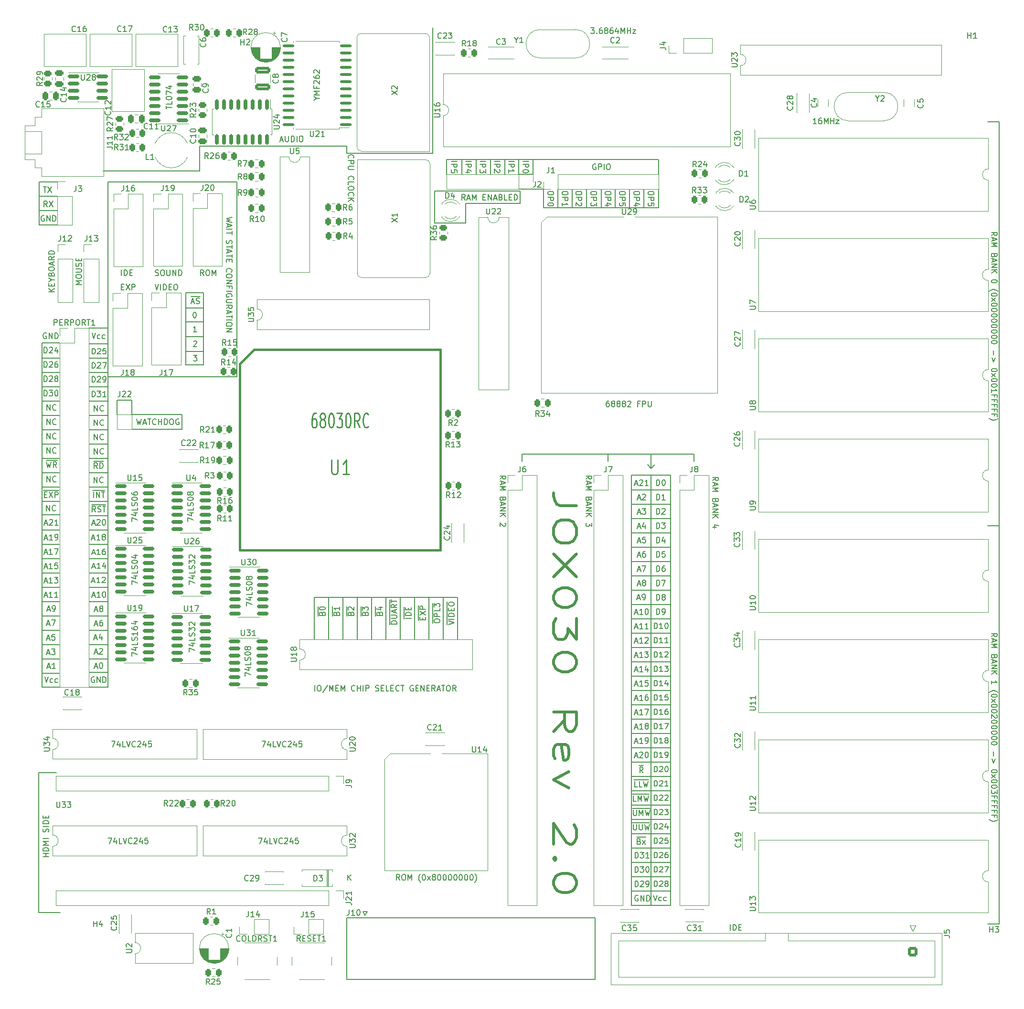
<source format=gto>
%TF.GenerationSoftware,KiCad,Pcbnew,7.0.10*%
%TF.CreationDate,2024-02-19T01:25:05+02:00*%
%TF.ProjectId,jox030,6a6f7830-3330-42e6-9b69-6361645f7063,rev?*%
%TF.SameCoordinates,Original*%
%TF.FileFunction,Legend,Top*%
%TF.FilePolarity,Positive*%
%FSLAX46Y46*%
G04 Gerber Fmt 4.6, Leading zero omitted, Abs format (unit mm)*
G04 Created by KiCad (PCBNEW 7.0.10) date 2024-02-19 01:25:05*
%MOMM*%
%LPD*%
G01*
G04 APERTURE LIST*
G04 Aperture macros list*
%AMRoundRect*
0 Rectangle with rounded corners*
0 $1 Rounding radius*
0 $2 $3 $4 $5 $6 $7 $8 $9 X,Y pos of 4 corners*
0 Add a 4 corners polygon primitive as box body*
4,1,4,$2,$3,$4,$5,$6,$7,$8,$9,$2,$3,0*
0 Add four circle primitives for the rounded corners*
1,1,$1+$1,$2,$3*
1,1,$1+$1,$4,$5*
1,1,$1+$1,$6,$7*
1,1,$1+$1,$8,$9*
0 Add four rect primitives between the rounded corners*
20,1,$1+$1,$2,$3,$4,$5,0*
20,1,$1+$1,$4,$5,$6,$7,0*
20,1,$1+$1,$6,$7,$8,$9,0*
20,1,$1+$1,$8,$9,$2,$3,0*%
G04 Aperture macros list end*
%ADD10C,0.150000*%
%ADD11C,0.500000*%
%ADD12C,0.254000*%
%ADD13C,0.120000*%
%ADD14C,0.381000*%
%ADD15C,0.127000*%
%ADD16R,1.397000X1.397000*%
%ADD17C,1.397000*%
%ADD18C,1.026200*%
%ADD19C,0.010000*%
%ADD20R,1.700000X1.700000*%
%ADD21O,1.700000X1.700000*%
%ADD22RoundRect,0.250000X0.450000X-0.262500X0.450000X0.262500X-0.450000X0.262500X-0.450000X-0.262500X0*%
%ADD23R,1.800000X1.800000*%
%ADD24C,1.800000*%
%ADD25O,1.800000X1.800000*%
%ADD26C,1.600000*%
%ADD27R,1.422400X1.422400*%
%ADD28C,1.422400*%
%ADD29R,1.600000X1.600000*%
%ADD30O,1.600000X1.600000*%
%ADD31RoundRect,0.250000X0.262500X0.450000X-0.262500X0.450000X-0.262500X-0.450000X0.262500X-0.450000X0*%
%ADD32RoundRect,0.250000X0.475000X-0.250000X0.475000X0.250000X-0.475000X0.250000X-0.475000X-0.250000X0*%
%ADD33RoundRect,0.250000X-0.262500X-0.450000X0.262500X-0.450000X0.262500X0.450000X-0.262500X0.450000X0*%
%ADD34RoundRect,0.250000X0.250000X0.475000X-0.250000X0.475000X-0.250000X-0.475000X0.250000X-0.475000X0*%
%ADD35RoundRect,0.150000X0.825000X0.150000X-0.825000X0.150000X-0.825000X-0.150000X0.825000X-0.150000X0*%
%ADD36C,0.900000*%
%ADD37C,8.600000*%
%ADD38RoundRect,0.250000X-1.100000X0.325000X-1.100000X-0.325000X1.100000X-0.325000X1.100000X0.325000X0*%
%ADD39C,1.500000*%
%ADD40RoundRect,0.150000X-0.825000X-0.150000X0.825000X-0.150000X0.825000X0.150000X-0.825000X0.150000X0*%
%ADD41C,1.200000*%
%ADD42O,2.200000X1.200000*%
%ADD43O,2.300000X1.600000*%
%ADD44O,1.200000X2.200000*%
%ADD45O,2.500000X1.600000*%
%ADD46RoundRect,0.162500X-0.825000X-0.162500X0.825000X-0.162500X0.825000X0.162500X-0.825000X0.162500X0*%
%ADD47RoundRect,0.250000X-0.450000X0.262500X-0.450000X-0.262500X0.450000X-0.262500X0.450000X0.262500X0*%
%ADD48C,2.000000*%
%ADD49RoundRect,0.250000X-0.475000X0.250000X-0.475000X-0.250000X0.475000X-0.250000X0.475000X0.250000X0*%
%ADD50RoundRect,0.137500X0.862500X0.137500X-0.862500X0.137500X-0.862500X-0.137500X0.862500X-0.137500X0*%
%ADD51RoundRect,0.162500X-0.162500X0.750000X-0.162500X-0.750000X0.162500X-0.750000X0.162500X0.750000X0*%
%ADD52RoundRect,0.250000X-0.600000X0.600000X-0.600000X-0.600000X0.600000X-0.600000X0.600000X0.600000X0*%
%ADD53C,1.700000*%
G04 APERTURE END LIST*
D10*
X43815000Y-60325000D02*
X43815000Y-73025000D01*
X115700350Y-79514819D02*
X115509874Y-79514819D01*
X115509874Y-79514819D02*
X115414636Y-79562438D01*
X115414636Y-79562438D02*
X115367017Y-79610057D01*
X115367017Y-79610057D02*
X115271779Y-79752914D01*
X115271779Y-79752914D02*
X115224160Y-79943390D01*
X115224160Y-79943390D02*
X115224160Y-80324342D01*
X115224160Y-80324342D02*
X115271779Y-80419580D01*
X115271779Y-80419580D02*
X115319398Y-80467200D01*
X115319398Y-80467200D02*
X115414636Y-80514819D01*
X115414636Y-80514819D02*
X115605112Y-80514819D01*
X115605112Y-80514819D02*
X115700350Y-80467200D01*
X115700350Y-80467200D02*
X115747969Y-80419580D01*
X115747969Y-80419580D02*
X115795588Y-80324342D01*
X115795588Y-80324342D02*
X115795588Y-80086247D01*
X115795588Y-80086247D02*
X115747969Y-79991009D01*
X115747969Y-79991009D02*
X115700350Y-79943390D01*
X115700350Y-79943390D02*
X115605112Y-79895771D01*
X115605112Y-79895771D02*
X115414636Y-79895771D01*
X115414636Y-79895771D02*
X115319398Y-79943390D01*
X115319398Y-79943390D02*
X115271779Y-79991009D01*
X115271779Y-79991009D02*
X115224160Y-80086247D01*
X116367017Y-79943390D02*
X116271779Y-79895771D01*
X116271779Y-79895771D02*
X116224160Y-79848152D01*
X116224160Y-79848152D02*
X116176541Y-79752914D01*
X116176541Y-79752914D02*
X116176541Y-79705295D01*
X116176541Y-79705295D02*
X116224160Y-79610057D01*
X116224160Y-79610057D02*
X116271779Y-79562438D01*
X116271779Y-79562438D02*
X116367017Y-79514819D01*
X116367017Y-79514819D02*
X116557493Y-79514819D01*
X116557493Y-79514819D02*
X116652731Y-79562438D01*
X116652731Y-79562438D02*
X116700350Y-79610057D01*
X116700350Y-79610057D02*
X116747969Y-79705295D01*
X116747969Y-79705295D02*
X116747969Y-79752914D01*
X116747969Y-79752914D02*
X116700350Y-79848152D01*
X116700350Y-79848152D02*
X116652731Y-79895771D01*
X116652731Y-79895771D02*
X116557493Y-79943390D01*
X116557493Y-79943390D02*
X116367017Y-79943390D01*
X116367017Y-79943390D02*
X116271779Y-79991009D01*
X116271779Y-79991009D02*
X116224160Y-80038628D01*
X116224160Y-80038628D02*
X116176541Y-80133866D01*
X116176541Y-80133866D02*
X116176541Y-80324342D01*
X116176541Y-80324342D02*
X116224160Y-80419580D01*
X116224160Y-80419580D02*
X116271779Y-80467200D01*
X116271779Y-80467200D02*
X116367017Y-80514819D01*
X116367017Y-80514819D02*
X116557493Y-80514819D01*
X116557493Y-80514819D02*
X116652731Y-80467200D01*
X116652731Y-80467200D02*
X116700350Y-80419580D01*
X116700350Y-80419580D02*
X116747969Y-80324342D01*
X116747969Y-80324342D02*
X116747969Y-80133866D01*
X116747969Y-80133866D02*
X116700350Y-80038628D01*
X116700350Y-80038628D02*
X116652731Y-79991009D01*
X116652731Y-79991009D02*
X116557493Y-79943390D01*
X117319398Y-79943390D02*
X117224160Y-79895771D01*
X117224160Y-79895771D02*
X117176541Y-79848152D01*
X117176541Y-79848152D02*
X117128922Y-79752914D01*
X117128922Y-79752914D02*
X117128922Y-79705295D01*
X117128922Y-79705295D02*
X117176541Y-79610057D01*
X117176541Y-79610057D02*
X117224160Y-79562438D01*
X117224160Y-79562438D02*
X117319398Y-79514819D01*
X117319398Y-79514819D02*
X117509874Y-79514819D01*
X117509874Y-79514819D02*
X117605112Y-79562438D01*
X117605112Y-79562438D02*
X117652731Y-79610057D01*
X117652731Y-79610057D02*
X117700350Y-79705295D01*
X117700350Y-79705295D02*
X117700350Y-79752914D01*
X117700350Y-79752914D02*
X117652731Y-79848152D01*
X117652731Y-79848152D02*
X117605112Y-79895771D01*
X117605112Y-79895771D02*
X117509874Y-79943390D01*
X117509874Y-79943390D02*
X117319398Y-79943390D01*
X117319398Y-79943390D02*
X117224160Y-79991009D01*
X117224160Y-79991009D02*
X117176541Y-80038628D01*
X117176541Y-80038628D02*
X117128922Y-80133866D01*
X117128922Y-80133866D02*
X117128922Y-80324342D01*
X117128922Y-80324342D02*
X117176541Y-80419580D01*
X117176541Y-80419580D02*
X117224160Y-80467200D01*
X117224160Y-80467200D02*
X117319398Y-80514819D01*
X117319398Y-80514819D02*
X117509874Y-80514819D01*
X117509874Y-80514819D02*
X117605112Y-80467200D01*
X117605112Y-80467200D02*
X117652731Y-80419580D01*
X117652731Y-80419580D02*
X117700350Y-80324342D01*
X117700350Y-80324342D02*
X117700350Y-80133866D01*
X117700350Y-80133866D02*
X117652731Y-80038628D01*
X117652731Y-80038628D02*
X117605112Y-79991009D01*
X117605112Y-79991009D02*
X117509874Y-79943390D01*
X118271779Y-79943390D02*
X118176541Y-79895771D01*
X118176541Y-79895771D02*
X118128922Y-79848152D01*
X118128922Y-79848152D02*
X118081303Y-79752914D01*
X118081303Y-79752914D02*
X118081303Y-79705295D01*
X118081303Y-79705295D02*
X118128922Y-79610057D01*
X118128922Y-79610057D02*
X118176541Y-79562438D01*
X118176541Y-79562438D02*
X118271779Y-79514819D01*
X118271779Y-79514819D02*
X118462255Y-79514819D01*
X118462255Y-79514819D02*
X118557493Y-79562438D01*
X118557493Y-79562438D02*
X118605112Y-79610057D01*
X118605112Y-79610057D02*
X118652731Y-79705295D01*
X118652731Y-79705295D02*
X118652731Y-79752914D01*
X118652731Y-79752914D02*
X118605112Y-79848152D01*
X118605112Y-79848152D02*
X118557493Y-79895771D01*
X118557493Y-79895771D02*
X118462255Y-79943390D01*
X118462255Y-79943390D02*
X118271779Y-79943390D01*
X118271779Y-79943390D02*
X118176541Y-79991009D01*
X118176541Y-79991009D02*
X118128922Y-80038628D01*
X118128922Y-80038628D02*
X118081303Y-80133866D01*
X118081303Y-80133866D02*
X118081303Y-80324342D01*
X118081303Y-80324342D02*
X118128922Y-80419580D01*
X118128922Y-80419580D02*
X118176541Y-80467200D01*
X118176541Y-80467200D02*
X118271779Y-80514819D01*
X118271779Y-80514819D02*
X118462255Y-80514819D01*
X118462255Y-80514819D02*
X118557493Y-80467200D01*
X118557493Y-80467200D02*
X118605112Y-80419580D01*
X118605112Y-80419580D02*
X118652731Y-80324342D01*
X118652731Y-80324342D02*
X118652731Y-80133866D01*
X118652731Y-80133866D02*
X118605112Y-80038628D01*
X118605112Y-80038628D02*
X118557493Y-79991009D01*
X118557493Y-79991009D02*
X118462255Y-79943390D01*
X119033684Y-79610057D02*
X119081303Y-79562438D01*
X119081303Y-79562438D02*
X119176541Y-79514819D01*
X119176541Y-79514819D02*
X119414636Y-79514819D01*
X119414636Y-79514819D02*
X119509874Y-79562438D01*
X119509874Y-79562438D02*
X119557493Y-79610057D01*
X119557493Y-79610057D02*
X119605112Y-79705295D01*
X119605112Y-79705295D02*
X119605112Y-79800533D01*
X119605112Y-79800533D02*
X119557493Y-79943390D01*
X119557493Y-79943390D02*
X118986065Y-80514819D01*
X118986065Y-80514819D02*
X119605112Y-80514819D01*
X121128922Y-79991009D02*
X120795589Y-79991009D01*
X120795589Y-80514819D02*
X120795589Y-79514819D01*
X120795589Y-79514819D02*
X121271779Y-79514819D01*
X121652732Y-80514819D02*
X121652732Y-79514819D01*
X121652732Y-79514819D02*
X122033684Y-79514819D01*
X122033684Y-79514819D02*
X122128922Y-79562438D01*
X122128922Y-79562438D02*
X122176541Y-79610057D01*
X122176541Y-79610057D02*
X122224160Y-79705295D01*
X122224160Y-79705295D02*
X122224160Y-79848152D01*
X122224160Y-79848152D02*
X122176541Y-79943390D01*
X122176541Y-79943390D02*
X122128922Y-79991009D01*
X122128922Y-79991009D02*
X122033684Y-80038628D01*
X122033684Y-80038628D02*
X121652732Y-80038628D01*
X122652732Y-79514819D02*
X122652732Y-80324342D01*
X122652732Y-80324342D02*
X122700351Y-80419580D01*
X122700351Y-80419580D02*
X122747970Y-80467200D01*
X122747970Y-80467200D02*
X122843208Y-80514819D01*
X122843208Y-80514819D02*
X123033684Y-80514819D01*
X123033684Y-80514819D02*
X123128922Y-80467200D01*
X123128922Y-80467200D02*
X123176541Y-80419580D01*
X123176541Y-80419580D02*
X123224160Y-80324342D01*
X123224160Y-80324342D02*
X123224160Y-79514819D01*
X31991541Y-82689819D02*
X32229636Y-83689819D01*
X32229636Y-83689819D02*
X32420112Y-82975533D01*
X32420112Y-82975533D02*
X32610588Y-83689819D01*
X32610588Y-83689819D02*
X32848684Y-82689819D01*
X33182017Y-83404104D02*
X33658207Y-83404104D01*
X33086779Y-83689819D02*
X33420112Y-82689819D01*
X33420112Y-82689819D02*
X33753445Y-83689819D01*
X33943922Y-82689819D02*
X34515350Y-82689819D01*
X34229636Y-83689819D02*
X34229636Y-82689819D01*
X35420112Y-83594580D02*
X35372493Y-83642200D01*
X35372493Y-83642200D02*
X35229636Y-83689819D01*
X35229636Y-83689819D02*
X35134398Y-83689819D01*
X35134398Y-83689819D02*
X34991541Y-83642200D01*
X34991541Y-83642200D02*
X34896303Y-83546961D01*
X34896303Y-83546961D02*
X34848684Y-83451723D01*
X34848684Y-83451723D02*
X34801065Y-83261247D01*
X34801065Y-83261247D02*
X34801065Y-83118390D01*
X34801065Y-83118390D02*
X34848684Y-82927914D01*
X34848684Y-82927914D02*
X34896303Y-82832676D01*
X34896303Y-82832676D02*
X34991541Y-82737438D01*
X34991541Y-82737438D02*
X35134398Y-82689819D01*
X35134398Y-82689819D02*
X35229636Y-82689819D01*
X35229636Y-82689819D02*
X35372493Y-82737438D01*
X35372493Y-82737438D02*
X35420112Y-82785057D01*
X35848684Y-83689819D02*
X35848684Y-82689819D01*
X35848684Y-83166009D02*
X36420112Y-83166009D01*
X36420112Y-83689819D02*
X36420112Y-82689819D01*
X36896303Y-83689819D02*
X36896303Y-82689819D01*
X36896303Y-82689819D02*
X37134398Y-82689819D01*
X37134398Y-82689819D02*
X37277255Y-82737438D01*
X37277255Y-82737438D02*
X37372493Y-82832676D01*
X37372493Y-82832676D02*
X37420112Y-82927914D01*
X37420112Y-82927914D02*
X37467731Y-83118390D01*
X37467731Y-83118390D02*
X37467731Y-83261247D01*
X37467731Y-83261247D02*
X37420112Y-83451723D01*
X37420112Y-83451723D02*
X37372493Y-83546961D01*
X37372493Y-83546961D02*
X37277255Y-83642200D01*
X37277255Y-83642200D02*
X37134398Y-83689819D01*
X37134398Y-83689819D02*
X36896303Y-83689819D01*
X38086779Y-82689819D02*
X38277255Y-82689819D01*
X38277255Y-82689819D02*
X38372493Y-82737438D01*
X38372493Y-82737438D02*
X38467731Y-82832676D01*
X38467731Y-82832676D02*
X38515350Y-83023152D01*
X38515350Y-83023152D02*
X38515350Y-83356485D01*
X38515350Y-83356485D02*
X38467731Y-83546961D01*
X38467731Y-83546961D02*
X38372493Y-83642200D01*
X38372493Y-83642200D02*
X38277255Y-83689819D01*
X38277255Y-83689819D02*
X38086779Y-83689819D01*
X38086779Y-83689819D02*
X37991541Y-83642200D01*
X37991541Y-83642200D02*
X37896303Y-83546961D01*
X37896303Y-83546961D02*
X37848684Y-83356485D01*
X37848684Y-83356485D02*
X37848684Y-83023152D01*
X37848684Y-83023152D02*
X37896303Y-82832676D01*
X37896303Y-82832676D02*
X37991541Y-82737438D01*
X37991541Y-82737438D02*
X38086779Y-82689819D01*
X39467731Y-82737438D02*
X39372493Y-82689819D01*
X39372493Y-82689819D02*
X39229636Y-82689819D01*
X39229636Y-82689819D02*
X39086779Y-82737438D01*
X39086779Y-82737438D02*
X38991541Y-82832676D01*
X38991541Y-82832676D02*
X38943922Y-82927914D01*
X38943922Y-82927914D02*
X38896303Y-83118390D01*
X38896303Y-83118390D02*
X38896303Y-83261247D01*
X38896303Y-83261247D02*
X38943922Y-83451723D01*
X38943922Y-83451723D02*
X38991541Y-83546961D01*
X38991541Y-83546961D02*
X39086779Y-83642200D01*
X39086779Y-83642200D02*
X39229636Y-83689819D01*
X39229636Y-83689819D02*
X39324874Y-83689819D01*
X39324874Y-83689819D02*
X39467731Y-83642200D01*
X39467731Y-83642200D02*
X39515350Y-83594580D01*
X39515350Y-83594580D02*
X39515350Y-83261247D01*
X39515350Y-83261247D02*
X39324874Y-83261247D01*
X28515000Y-79375000D02*
X28515000Y-81915000D01*
X31175000Y-79375000D02*
X28515000Y-79375000D01*
X31175000Y-81915000D02*
X31175000Y-79375000D01*
X40005000Y-81915000D02*
X31175000Y-81915000D01*
X40005000Y-84515000D02*
X40005000Y-81915000D01*
X31175000Y-84515000D02*
X40005000Y-84515000D01*
X57439160Y-33239104D02*
X57915350Y-33239104D01*
X57343922Y-33524819D02*
X57677255Y-32524819D01*
X57677255Y-32524819D02*
X58010588Y-33524819D01*
X58343922Y-32524819D02*
X58343922Y-33334342D01*
X58343922Y-33334342D02*
X58391541Y-33429580D01*
X58391541Y-33429580D02*
X58439160Y-33477200D01*
X58439160Y-33477200D02*
X58534398Y-33524819D01*
X58534398Y-33524819D02*
X58724874Y-33524819D01*
X58724874Y-33524819D02*
X58820112Y-33477200D01*
X58820112Y-33477200D02*
X58867731Y-33429580D01*
X58867731Y-33429580D02*
X58915350Y-33334342D01*
X58915350Y-33334342D02*
X58915350Y-32524819D01*
X59391541Y-33524819D02*
X59391541Y-32524819D01*
X59391541Y-32524819D02*
X59629636Y-32524819D01*
X59629636Y-32524819D02*
X59772493Y-32572438D01*
X59772493Y-32572438D02*
X59867731Y-32667676D01*
X59867731Y-32667676D02*
X59915350Y-32762914D01*
X59915350Y-32762914D02*
X59962969Y-32953390D01*
X59962969Y-32953390D02*
X59962969Y-33096247D01*
X59962969Y-33096247D02*
X59915350Y-33286723D01*
X59915350Y-33286723D02*
X59867731Y-33381961D01*
X59867731Y-33381961D02*
X59772493Y-33477200D01*
X59772493Y-33477200D02*
X59629636Y-33524819D01*
X59629636Y-33524819D02*
X59391541Y-33524819D01*
X60391541Y-33524819D02*
X60391541Y-32524819D01*
X61058207Y-32524819D02*
X61248683Y-32524819D01*
X61248683Y-32524819D02*
X61343921Y-32572438D01*
X61343921Y-32572438D02*
X61439159Y-32667676D01*
X61439159Y-32667676D02*
X61486778Y-32858152D01*
X61486778Y-32858152D02*
X61486778Y-33191485D01*
X61486778Y-33191485D02*
X61439159Y-33381961D01*
X61439159Y-33381961D02*
X61343921Y-33477200D01*
X61343921Y-33477200D02*
X61248683Y-33524819D01*
X61248683Y-33524819D02*
X61058207Y-33524819D01*
X61058207Y-33524819D02*
X60962969Y-33477200D01*
X60962969Y-33477200D02*
X60867731Y-33381961D01*
X60867731Y-33381961D02*
X60820112Y-33191485D01*
X60820112Y-33191485D02*
X60820112Y-32858152D01*
X60820112Y-32858152D02*
X60867731Y-32667676D01*
X60867731Y-32667676D02*
X60962969Y-32572438D01*
X60962969Y-32572438D02*
X61058207Y-32524819D01*
X43180000Y-38735000D02*
X26035000Y-38735000D01*
X43180000Y-34290000D02*
X43180000Y-38735000D01*
X69215000Y-34290000D02*
X43180000Y-34290000D01*
X69215000Y-35560000D02*
X69215000Y-34290000D01*
X84455000Y-35560000D02*
X69215000Y-35560000D01*
X84455000Y-13335000D02*
X84455000Y-35560000D01*
X123190000Y-91440000D02*
X122555000Y-90805000D01*
X123825000Y-90805000D02*
X123190000Y-91440000D01*
X123190000Y-91440000D02*
X123825000Y-90805000D01*
X123190000Y-88900000D02*
X123190000Y-91440000D01*
X115570000Y-90170000D02*
X115570000Y-88900000D01*
X130810000Y-88900000D02*
X130810000Y-90170000D01*
X100330000Y-88900000D02*
X130810000Y-88900000D01*
X100330000Y-90170000D02*
X100330000Y-88900000D01*
X120762969Y-147969819D02*
X120286779Y-147969819D01*
X120286779Y-147969819D02*
X120286779Y-146969819D01*
X121572493Y-147969819D02*
X121096303Y-147969819D01*
X121096303Y-147969819D02*
X121096303Y-146969819D01*
X121810589Y-146969819D02*
X122048684Y-147969819D01*
X122048684Y-147969819D02*
X122239160Y-147255533D01*
X122239160Y-147255533D02*
X122429636Y-147969819D01*
X122429636Y-147969819D02*
X122667732Y-146969819D01*
X120148684Y-146692200D02*
X122710589Y-146692200D01*
X120512969Y-150489819D02*
X120036779Y-150489819D01*
X120036779Y-150489819D02*
X120036779Y-149489819D01*
X120846303Y-150489819D02*
X120846303Y-149489819D01*
X120846303Y-149489819D02*
X121179636Y-150204104D01*
X121179636Y-150204104D02*
X121512969Y-149489819D01*
X121512969Y-149489819D02*
X121512969Y-150489819D01*
X121893922Y-149489819D02*
X122132017Y-150489819D01*
X122132017Y-150489819D02*
X122322493Y-149775533D01*
X122322493Y-149775533D02*
X122512969Y-150489819D01*
X122512969Y-150489819D02*
X122751065Y-149489819D01*
X119898684Y-149212200D02*
X122793922Y-149212200D01*
X120036779Y-152029819D02*
X120036779Y-152839342D01*
X120036779Y-152839342D02*
X120084398Y-152934580D01*
X120084398Y-152934580D02*
X120132017Y-152982200D01*
X120132017Y-152982200D02*
X120227255Y-153029819D01*
X120227255Y-153029819D02*
X120417731Y-153029819D01*
X120417731Y-153029819D02*
X120512969Y-152982200D01*
X120512969Y-152982200D02*
X120560588Y-152934580D01*
X120560588Y-152934580D02*
X120608207Y-152839342D01*
X120608207Y-152839342D02*
X120608207Y-152029819D01*
X121084398Y-153029819D02*
X121084398Y-152029819D01*
X121084398Y-152029819D02*
X121417731Y-152744104D01*
X121417731Y-152744104D02*
X121751064Y-152029819D01*
X121751064Y-152029819D02*
X121751064Y-153029819D01*
X122132017Y-152029819D02*
X122370112Y-153029819D01*
X122370112Y-153029819D02*
X122560588Y-152315533D01*
X122560588Y-152315533D02*
X122751064Y-153029819D01*
X122751064Y-153029819D02*
X122989160Y-152029819D01*
X119898684Y-151752200D02*
X123032017Y-151752200D01*
X124161779Y-104644819D02*
X124161779Y-103644819D01*
X124161779Y-103644819D02*
X124399874Y-103644819D01*
X124399874Y-103644819D02*
X124542731Y-103692438D01*
X124542731Y-103692438D02*
X124637969Y-103787676D01*
X124637969Y-103787676D02*
X124685588Y-103882914D01*
X124685588Y-103882914D02*
X124733207Y-104073390D01*
X124733207Y-104073390D02*
X124733207Y-104216247D01*
X124733207Y-104216247D02*
X124685588Y-104406723D01*
X124685588Y-104406723D02*
X124637969Y-104501961D01*
X124637969Y-104501961D02*
X124542731Y-104597200D01*
X124542731Y-104597200D02*
X124399874Y-104644819D01*
X124399874Y-104644819D02*
X124161779Y-104644819D01*
X125590350Y-103978152D02*
X125590350Y-104644819D01*
X125352255Y-103597200D02*
X125114160Y-104311485D01*
X125114160Y-104311485D02*
X125733207Y-104311485D01*
X124161779Y-99564819D02*
X124161779Y-98564819D01*
X124161779Y-98564819D02*
X124399874Y-98564819D01*
X124399874Y-98564819D02*
X124542731Y-98612438D01*
X124542731Y-98612438D02*
X124637969Y-98707676D01*
X124637969Y-98707676D02*
X124685588Y-98802914D01*
X124685588Y-98802914D02*
X124733207Y-98993390D01*
X124733207Y-98993390D02*
X124733207Y-99136247D01*
X124733207Y-99136247D02*
X124685588Y-99326723D01*
X124685588Y-99326723D02*
X124637969Y-99421961D01*
X124637969Y-99421961D02*
X124542731Y-99517200D01*
X124542731Y-99517200D02*
X124399874Y-99564819D01*
X124399874Y-99564819D02*
X124161779Y-99564819D01*
X125114160Y-98660057D02*
X125161779Y-98612438D01*
X125161779Y-98612438D02*
X125257017Y-98564819D01*
X125257017Y-98564819D02*
X125495112Y-98564819D01*
X125495112Y-98564819D02*
X125590350Y-98612438D01*
X125590350Y-98612438D02*
X125637969Y-98660057D01*
X125637969Y-98660057D02*
X125685588Y-98755295D01*
X125685588Y-98755295D02*
X125685588Y-98850533D01*
X125685588Y-98850533D02*
X125637969Y-98993390D01*
X125637969Y-98993390D02*
X125066541Y-99564819D01*
X125066541Y-99564819D02*
X125685588Y-99564819D01*
X124161779Y-109724819D02*
X124161779Y-108724819D01*
X124161779Y-108724819D02*
X124399874Y-108724819D01*
X124399874Y-108724819D02*
X124542731Y-108772438D01*
X124542731Y-108772438D02*
X124637969Y-108867676D01*
X124637969Y-108867676D02*
X124685588Y-108962914D01*
X124685588Y-108962914D02*
X124733207Y-109153390D01*
X124733207Y-109153390D02*
X124733207Y-109296247D01*
X124733207Y-109296247D02*
X124685588Y-109486723D01*
X124685588Y-109486723D02*
X124637969Y-109581961D01*
X124637969Y-109581961D02*
X124542731Y-109677200D01*
X124542731Y-109677200D02*
X124399874Y-109724819D01*
X124399874Y-109724819D02*
X124161779Y-109724819D01*
X125590350Y-108724819D02*
X125399874Y-108724819D01*
X125399874Y-108724819D02*
X125304636Y-108772438D01*
X125304636Y-108772438D02*
X125257017Y-108820057D01*
X125257017Y-108820057D02*
X125161779Y-108962914D01*
X125161779Y-108962914D02*
X125114160Y-109153390D01*
X125114160Y-109153390D02*
X125114160Y-109534342D01*
X125114160Y-109534342D02*
X125161779Y-109629580D01*
X125161779Y-109629580D02*
X125209398Y-109677200D01*
X125209398Y-109677200D02*
X125304636Y-109724819D01*
X125304636Y-109724819D02*
X125495112Y-109724819D01*
X125495112Y-109724819D02*
X125590350Y-109677200D01*
X125590350Y-109677200D02*
X125637969Y-109629580D01*
X125637969Y-109629580D02*
X125685588Y-109534342D01*
X125685588Y-109534342D02*
X125685588Y-109296247D01*
X125685588Y-109296247D02*
X125637969Y-109201009D01*
X125637969Y-109201009D02*
X125590350Y-109153390D01*
X125590350Y-109153390D02*
X125495112Y-109105771D01*
X125495112Y-109105771D02*
X125304636Y-109105771D01*
X125304636Y-109105771D02*
X125209398Y-109153390D01*
X125209398Y-109153390D02*
X125161779Y-109201009D01*
X125161779Y-109201009D02*
X125114160Y-109296247D01*
X124161779Y-102104819D02*
X124161779Y-101104819D01*
X124161779Y-101104819D02*
X124399874Y-101104819D01*
X124399874Y-101104819D02*
X124542731Y-101152438D01*
X124542731Y-101152438D02*
X124637969Y-101247676D01*
X124637969Y-101247676D02*
X124685588Y-101342914D01*
X124685588Y-101342914D02*
X124733207Y-101533390D01*
X124733207Y-101533390D02*
X124733207Y-101676247D01*
X124733207Y-101676247D02*
X124685588Y-101866723D01*
X124685588Y-101866723D02*
X124637969Y-101961961D01*
X124637969Y-101961961D02*
X124542731Y-102057200D01*
X124542731Y-102057200D02*
X124399874Y-102104819D01*
X124399874Y-102104819D02*
X124161779Y-102104819D01*
X125066541Y-101104819D02*
X125685588Y-101104819D01*
X125685588Y-101104819D02*
X125352255Y-101485771D01*
X125352255Y-101485771D02*
X125495112Y-101485771D01*
X125495112Y-101485771D02*
X125590350Y-101533390D01*
X125590350Y-101533390D02*
X125637969Y-101581009D01*
X125637969Y-101581009D02*
X125685588Y-101676247D01*
X125685588Y-101676247D02*
X125685588Y-101914342D01*
X125685588Y-101914342D02*
X125637969Y-102009580D01*
X125637969Y-102009580D02*
X125590350Y-102057200D01*
X125590350Y-102057200D02*
X125495112Y-102104819D01*
X125495112Y-102104819D02*
X125209398Y-102104819D01*
X125209398Y-102104819D02*
X125114160Y-102057200D01*
X125114160Y-102057200D02*
X125066541Y-102009580D01*
X124161779Y-94484819D02*
X124161779Y-93484819D01*
X124161779Y-93484819D02*
X124399874Y-93484819D01*
X124399874Y-93484819D02*
X124542731Y-93532438D01*
X124542731Y-93532438D02*
X124637969Y-93627676D01*
X124637969Y-93627676D02*
X124685588Y-93722914D01*
X124685588Y-93722914D02*
X124733207Y-93913390D01*
X124733207Y-93913390D02*
X124733207Y-94056247D01*
X124733207Y-94056247D02*
X124685588Y-94246723D01*
X124685588Y-94246723D02*
X124637969Y-94341961D01*
X124637969Y-94341961D02*
X124542731Y-94437200D01*
X124542731Y-94437200D02*
X124399874Y-94484819D01*
X124399874Y-94484819D02*
X124161779Y-94484819D01*
X125352255Y-93484819D02*
X125447493Y-93484819D01*
X125447493Y-93484819D02*
X125542731Y-93532438D01*
X125542731Y-93532438D02*
X125590350Y-93580057D01*
X125590350Y-93580057D02*
X125637969Y-93675295D01*
X125637969Y-93675295D02*
X125685588Y-93865771D01*
X125685588Y-93865771D02*
X125685588Y-94103866D01*
X125685588Y-94103866D02*
X125637969Y-94294342D01*
X125637969Y-94294342D02*
X125590350Y-94389580D01*
X125590350Y-94389580D02*
X125542731Y-94437200D01*
X125542731Y-94437200D02*
X125447493Y-94484819D01*
X125447493Y-94484819D02*
X125352255Y-94484819D01*
X125352255Y-94484819D02*
X125257017Y-94437200D01*
X125257017Y-94437200D02*
X125209398Y-94389580D01*
X125209398Y-94389580D02*
X125161779Y-94294342D01*
X125161779Y-94294342D02*
X125114160Y-94103866D01*
X125114160Y-94103866D02*
X125114160Y-93865771D01*
X125114160Y-93865771D02*
X125161779Y-93675295D01*
X125161779Y-93675295D02*
X125209398Y-93580057D01*
X125209398Y-93580057D02*
X125257017Y-93532438D01*
X125257017Y-93532438D02*
X125352255Y-93484819D01*
X124161779Y-107184819D02*
X124161779Y-106184819D01*
X124161779Y-106184819D02*
X124399874Y-106184819D01*
X124399874Y-106184819D02*
X124542731Y-106232438D01*
X124542731Y-106232438D02*
X124637969Y-106327676D01*
X124637969Y-106327676D02*
X124685588Y-106422914D01*
X124685588Y-106422914D02*
X124733207Y-106613390D01*
X124733207Y-106613390D02*
X124733207Y-106756247D01*
X124733207Y-106756247D02*
X124685588Y-106946723D01*
X124685588Y-106946723D02*
X124637969Y-107041961D01*
X124637969Y-107041961D02*
X124542731Y-107137200D01*
X124542731Y-107137200D02*
X124399874Y-107184819D01*
X124399874Y-107184819D02*
X124161779Y-107184819D01*
X125637969Y-106184819D02*
X125161779Y-106184819D01*
X125161779Y-106184819D02*
X125114160Y-106661009D01*
X125114160Y-106661009D02*
X125161779Y-106613390D01*
X125161779Y-106613390D02*
X125257017Y-106565771D01*
X125257017Y-106565771D02*
X125495112Y-106565771D01*
X125495112Y-106565771D02*
X125590350Y-106613390D01*
X125590350Y-106613390D02*
X125637969Y-106661009D01*
X125637969Y-106661009D02*
X125685588Y-106756247D01*
X125685588Y-106756247D02*
X125685588Y-106994342D01*
X125685588Y-106994342D02*
X125637969Y-107089580D01*
X125637969Y-107089580D02*
X125590350Y-107137200D01*
X125590350Y-107137200D02*
X125495112Y-107184819D01*
X125495112Y-107184819D02*
X125257017Y-107184819D01*
X125257017Y-107184819D02*
X125161779Y-107137200D01*
X125161779Y-107137200D02*
X125114160Y-107089580D01*
X124161779Y-97024819D02*
X124161779Y-96024819D01*
X124161779Y-96024819D02*
X124399874Y-96024819D01*
X124399874Y-96024819D02*
X124542731Y-96072438D01*
X124542731Y-96072438D02*
X124637969Y-96167676D01*
X124637969Y-96167676D02*
X124685588Y-96262914D01*
X124685588Y-96262914D02*
X124733207Y-96453390D01*
X124733207Y-96453390D02*
X124733207Y-96596247D01*
X124733207Y-96596247D02*
X124685588Y-96786723D01*
X124685588Y-96786723D02*
X124637969Y-96881961D01*
X124637969Y-96881961D02*
X124542731Y-96977200D01*
X124542731Y-96977200D02*
X124399874Y-97024819D01*
X124399874Y-97024819D02*
X124161779Y-97024819D01*
X125685588Y-97024819D02*
X125114160Y-97024819D01*
X125399874Y-97024819D02*
X125399874Y-96024819D01*
X125399874Y-96024819D02*
X125304636Y-96167676D01*
X125304636Y-96167676D02*
X125209398Y-96262914D01*
X125209398Y-96262914D02*
X125114160Y-96310533D01*
X124161779Y-112264819D02*
X124161779Y-111264819D01*
X124161779Y-111264819D02*
X124399874Y-111264819D01*
X124399874Y-111264819D02*
X124542731Y-111312438D01*
X124542731Y-111312438D02*
X124637969Y-111407676D01*
X124637969Y-111407676D02*
X124685588Y-111502914D01*
X124685588Y-111502914D02*
X124733207Y-111693390D01*
X124733207Y-111693390D02*
X124733207Y-111836247D01*
X124733207Y-111836247D02*
X124685588Y-112026723D01*
X124685588Y-112026723D02*
X124637969Y-112121961D01*
X124637969Y-112121961D02*
X124542731Y-112217200D01*
X124542731Y-112217200D02*
X124399874Y-112264819D01*
X124399874Y-112264819D02*
X124161779Y-112264819D01*
X125066541Y-111264819D02*
X125733207Y-111264819D01*
X125733207Y-111264819D02*
X125304636Y-112264819D01*
X123736779Y-127489819D02*
X123736779Y-126489819D01*
X123736779Y-126489819D02*
X123974874Y-126489819D01*
X123974874Y-126489819D02*
X124117731Y-126537438D01*
X124117731Y-126537438D02*
X124212969Y-126632676D01*
X124212969Y-126632676D02*
X124260588Y-126727914D01*
X124260588Y-126727914D02*
X124308207Y-126918390D01*
X124308207Y-126918390D02*
X124308207Y-127061247D01*
X124308207Y-127061247D02*
X124260588Y-127251723D01*
X124260588Y-127251723D02*
X124212969Y-127346961D01*
X124212969Y-127346961D02*
X124117731Y-127442200D01*
X124117731Y-127442200D02*
X123974874Y-127489819D01*
X123974874Y-127489819D02*
X123736779Y-127489819D01*
X125260588Y-127489819D02*
X124689160Y-127489819D01*
X124974874Y-127489819D02*
X124974874Y-126489819D01*
X124974874Y-126489819D02*
X124879636Y-126632676D01*
X124879636Y-126632676D02*
X124784398Y-126727914D01*
X124784398Y-126727914D02*
X124689160Y-126775533D01*
X125593922Y-126489819D02*
X126212969Y-126489819D01*
X126212969Y-126489819D02*
X125879636Y-126870771D01*
X125879636Y-126870771D02*
X126022493Y-126870771D01*
X126022493Y-126870771D02*
X126117731Y-126918390D01*
X126117731Y-126918390D02*
X126165350Y-126966009D01*
X126165350Y-126966009D02*
X126212969Y-127061247D01*
X126212969Y-127061247D02*
X126212969Y-127299342D01*
X126212969Y-127299342D02*
X126165350Y-127394580D01*
X126165350Y-127394580D02*
X126117731Y-127442200D01*
X126117731Y-127442200D02*
X126022493Y-127489819D01*
X126022493Y-127489819D02*
X125736779Y-127489819D01*
X125736779Y-127489819D02*
X125641541Y-127442200D01*
X125641541Y-127442200D02*
X125593922Y-127394580D01*
X123736779Y-122409819D02*
X123736779Y-121409819D01*
X123736779Y-121409819D02*
X123974874Y-121409819D01*
X123974874Y-121409819D02*
X124117731Y-121457438D01*
X124117731Y-121457438D02*
X124212969Y-121552676D01*
X124212969Y-121552676D02*
X124260588Y-121647914D01*
X124260588Y-121647914D02*
X124308207Y-121838390D01*
X124308207Y-121838390D02*
X124308207Y-121981247D01*
X124308207Y-121981247D02*
X124260588Y-122171723D01*
X124260588Y-122171723D02*
X124212969Y-122266961D01*
X124212969Y-122266961D02*
X124117731Y-122362200D01*
X124117731Y-122362200D02*
X123974874Y-122409819D01*
X123974874Y-122409819D02*
X123736779Y-122409819D01*
X125260588Y-122409819D02*
X124689160Y-122409819D01*
X124974874Y-122409819D02*
X124974874Y-121409819D01*
X124974874Y-121409819D02*
X124879636Y-121552676D01*
X124879636Y-121552676D02*
X124784398Y-121647914D01*
X124784398Y-121647914D02*
X124689160Y-121695533D01*
X126212969Y-122409819D02*
X125641541Y-122409819D01*
X125927255Y-122409819D02*
X125927255Y-121409819D01*
X125927255Y-121409819D02*
X125832017Y-121552676D01*
X125832017Y-121552676D02*
X125736779Y-121647914D01*
X125736779Y-121647914D02*
X125641541Y-121695533D01*
X123736779Y-132569819D02*
X123736779Y-131569819D01*
X123736779Y-131569819D02*
X123974874Y-131569819D01*
X123974874Y-131569819D02*
X124117731Y-131617438D01*
X124117731Y-131617438D02*
X124212969Y-131712676D01*
X124212969Y-131712676D02*
X124260588Y-131807914D01*
X124260588Y-131807914D02*
X124308207Y-131998390D01*
X124308207Y-131998390D02*
X124308207Y-132141247D01*
X124308207Y-132141247D02*
X124260588Y-132331723D01*
X124260588Y-132331723D02*
X124212969Y-132426961D01*
X124212969Y-132426961D02*
X124117731Y-132522200D01*
X124117731Y-132522200D02*
X123974874Y-132569819D01*
X123974874Y-132569819D02*
X123736779Y-132569819D01*
X125260588Y-132569819D02*
X124689160Y-132569819D01*
X124974874Y-132569819D02*
X124974874Y-131569819D01*
X124974874Y-131569819D02*
X124879636Y-131712676D01*
X124879636Y-131712676D02*
X124784398Y-131807914D01*
X124784398Y-131807914D02*
X124689160Y-131855533D01*
X126165350Y-131569819D02*
X125689160Y-131569819D01*
X125689160Y-131569819D02*
X125641541Y-132046009D01*
X125641541Y-132046009D02*
X125689160Y-131998390D01*
X125689160Y-131998390D02*
X125784398Y-131950771D01*
X125784398Y-131950771D02*
X126022493Y-131950771D01*
X126022493Y-131950771D02*
X126117731Y-131998390D01*
X126117731Y-131998390D02*
X126165350Y-132046009D01*
X126165350Y-132046009D02*
X126212969Y-132141247D01*
X126212969Y-132141247D02*
X126212969Y-132379342D01*
X126212969Y-132379342D02*
X126165350Y-132474580D01*
X126165350Y-132474580D02*
X126117731Y-132522200D01*
X126117731Y-132522200D02*
X126022493Y-132569819D01*
X126022493Y-132569819D02*
X125784398Y-132569819D01*
X125784398Y-132569819D02*
X125689160Y-132522200D01*
X125689160Y-132522200D02*
X125641541Y-132474580D01*
X123736779Y-124949819D02*
X123736779Y-123949819D01*
X123736779Y-123949819D02*
X123974874Y-123949819D01*
X123974874Y-123949819D02*
X124117731Y-123997438D01*
X124117731Y-123997438D02*
X124212969Y-124092676D01*
X124212969Y-124092676D02*
X124260588Y-124187914D01*
X124260588Y-124187914D02*
X124308207Y-124378390D01*
X124308207Y-124378390D02*
X124308207Y-124521247D01*
X124308207Y-124521247D02*
X124260588Y-124711723D01*
X124260588Y-124711723D02*
X124212969Y-124806961D01*
X124212969Y-124806961D02*
X124117731Y-124902200D01*
X124117731Y-124902200D02*
X123974874Y-124949819D01*
X123974874Y-124949819D02*
X123736779Y-124949819D01*
X125260588Y-124949819D02*
X124689160Y-124949819D01*
X124974874Y-124949819D02*
X124974874Y-123949819D01*
X124974874Y-123949819D02*
X124879636Y-124092676D01*
X124879636Y-124092676D02*
X124784398Y-124187914D01*
X124784398Y-124187914D02*
X124689160Y-124235533D01*
X125641541Y-124045057D02*
X125689160Y-123997438D01*
X125689160Y-123997438D02*
X125784398Y-123949819D01*
X125784398Y-123949819D02*
X126022493Y-123949819D01*
X126022493Y-123949819D02*
X126117731Y-123997438D01*
X126117731Y-123997438D02*
X126165350Y-124045057D01*
X126165350Y-124045057D02*
X126212969Y-124140295D01*
X126212969Y-124140295D02*
X126212969Y-124235533D01*
X126212969Y-124235533D02*
X126165350Y-124378390D01*
X126165350Y-124378390D02*
X125593922Y-124949819D01*
X125593922Y-124949819D02*
X126212969Y-124949819D01*
X124161779Y-117344819D02*
X124161779Y-116344819D01*
X124161779Y-116344819D02*
X124399874Y-116344819D01*
X124399874Y-116344819D02*
X124542731Y-116392438D01*
X124542731Y-116392438D02*
X124637969Y-116487676D01*
X124637969Y-116487676D02*
X124685588Y-116582914D01*
X124685588Y-116582914D02*
X124733207Y-116773390D01*
X124733207Y-116773390D02*
X124733207Y-116916247D01*
X124733207Y-116916247D02*
X124685588Y-117106723D01*
X124685588Y-117106723D02*
X124637969Y-117201961D01*
X124637969Y-117201961D02*
X124542731Y-117297200D01*
X124542731Y-117297200D02*
X124399874Y-117344819D01*
X124399874Y-117344819D02*
X124161779Y-117344819D01*
X125209398Y-117344819D02*
X125399874Y-117344819D01*
X125399874Y-117344819D02*
X125495112Y-117297200D01*
X125495112Y-117297200D02*
X125542731Y-117249580D01*
X125542731Y-117249580D02*
X125637969Y-117106723D01*
X125637969Y-117106723D02*
X125685588Y-116916247D01*
X125685588Y-116916247D02*
X125685588Y-116535295D01*
X125685588Y-116535295D02*
X125637969Y-116440057D01*
X125637969Y-116440057D02*
X125590350Y-116392438D01*
X125590350Y-116392438D02*
X125495112Y-116344819D01*
X125495112Y-116344819D02*
X125304636Y-116344819D01*
X125304636Y-116344819D02*
X125209398Y-116392438D01*
X125209398Y-116392438D02*
X125161779Y-116440057D01*
X125161779Y-116440057D02*
X125114160Y-116535295D01*
X125114160Y-116535295D02*
X125114160Y-116773390D01*
X125114160Y-116773390D02*
X125161779Y-116868628D01*
X125161779Y-116868628D02*
X125209398Y-116916247D01*
X125209398Y-116916247D02*
X125304636Y-116963866D01*
X125304636Y-116963866D02*
X125495112Y-116963866D01*
X125495112Y-116963866D02*
X125590350Y-116916247D01*
X125590350Y-116916247D02*
X125637969Y-116868628D01*
X125637969Y-116868628D02*
X125685588Y-116773390D01*
X123736779Y-130029819D02*
X123736779Y-129029819D01*
X123736779Y-129029819D02*
X123974874Y-129029819D01*
X123974874Y-129029819D02*
X124117731Y-129077438D01*
X124117731Y-129077438D02*
X124212969Y-129172676D01*
X124212969Y-129172676D02*
X124260588Y-129267914D01*
X124260588Y-129267914D02*
X124308207Y-129458390D01*
X124308207Y-129458390D02*
X124308207Y-129601247D01*
X124308207Y-129601247D02*
X124260588Y-129791723D01*
X124260588Y-129791723D02*
X124212969Y-129886961D01*
X124212969Y-129886961D02*
X124117731Y-129982200D01*
X124117731Y-129982200D02*
X123974874Y-130029819D01*
X123974874Y-130029819D02*
X123736779Y-130029819D01*
X125260588Y-130029819D02*
X124689160Y-130029819D01*
X124974874Y-130029819D02*
X124974874Y-129029819D01*
X124974874Y-129029819D02*
X124879636Y-129172676D01*
X124879636Y-129172676D02*
X124784398Y-129267914D01*
X124784398Y-129267914D02*
X124689160Y-129315533D01*
X126117731Y-129363152D02*
X126117731Y-130029819D01*
X125879636Y-128982200D02*
X125641541Y-129696485D01*
X125641541Y-129696485D02*
X126260588Y-129696485D01*
X124161779Y-114804819D02*
X124161779Y-113804819D01*
X124161779Y-113804819D02*
X124399874Y-113804819D01*
X124399874Y-113804819D02*
X124542731Y-113852438D01*
X124542731Y-113852438D02*
X124637969Y-113947676D01*
X124637969Y-113947676D02*
X124685588Y-114042914D01*
X124685588Y-114042914D02*
X124733207Y-114233390D01*
X124733207Y-114233390D02*
X124733207Y-114376247D01*
X124733207Y-114376247D02*
X124685588Y-114566723D01*
X124685588Y-114566723D02*
X124637969Y-114661961D01*
X124637969Y-114661961D02*
X124542731Y-114757200D01*
X124542731Y-114757200D02*
X124399874Y-114804819D01*
X124399874Y-114804819D02*
X124161779Y-114804819D01*
X125304636Y-114233390D02*
X125209398Y-114185771D01*
X125209398Y-114185771D02*
X125161779Y-114138152D01*
X125161779Y-114138152D02*
X125114160Y-114042914D01*
X125114160Y-114042914D02*
X125114160Y-113995295D01*
X125114160Y-113995295D02*
X125161779Y-113900057D01*
X125161779Y-113900057D02*
X125209398Y-113852438D01*
X125209398Y-113852438D02*
X125304636Y-113804819D01*
X125304636Y-113804819D02*
X125495112Y-113804819D01*
X125495112Y-113804819D02*
X125590350Y-113852438D01*
X125590350Y-113852438D02*
X125637969Y-113900057D01*
X125637969Y-113900057D02*
X125685588Y-113995295D01*
X125685588Y-113995295D02*
X125685588Y-114042914D01*
X125685588Y-114042914D02*
X125637969Y-114138152D01*
X125637969Y-114138152D02*
X125590350Y-114185771D01*
X125590350Y-114185771D02*
X125495112Y-114233390D01*
X125495112Y-114233390D02*
X125304636Y-114233390D01*
X125304636Y-114233390D02*
X125209398Y-114281009D01*
X125209398Y-114281009D02*
X125161779Y-114328628D01*
X125161779Y-114328628D02*
X125114160Y-114423866D01*
X125114160Y-114423866D02*
X125114160Y-114614342D01*
X125114160Y-114614342D02*
X125161779Y-114709580D01*
X125161779Y-114709580D02*
X125209398Y-114757200D01*
X125209398Y-114757200D02*
X125304636Y-114804819D01*
X125304636Y-114804819D02*
X125495112Y-114804819D01*
X125495112Y-114804819D02*
X125590350Y-114757200D01*
X125590350Y-114757200D02*
X125637969Y-114709580D01*
X125637969Y-114709580D02*
X125685588Y-114614342D01*
X125685588Y-114614342D02*
X125685588Y-114423866D01*
X125685588Y-114423866D02*
X125637969Y-114328628D01*
X125637969Y-114328628D02*
X125590350Y-114281009D01*
X125590350Y-114281009D02*
X125495112Y-114233390D01*
X123736779Y-119869819D02*
X123736779Y-118869819D01*
X123736779Y-118869819D02*
X123974874Y-118869819D01*
X123974874Y-118869819D02*
X124117731Y-118917438D01*
X124117731Y-118917438D02*
X124212969Y-119012676D01*
X124212969Y-119012676D02*
X124260588Y-119107914D01*
X124260588Y-119107914D02*
X124308207Y-119298390D01*
X124308207Y-119298390D02*
X124308207Y-119441247D01*
X124308207Y-119441247D02*
X124260588Y-119631723D01*
X124260588Y-119631723D02*
X124212969Y-119726961D01*
X124212969Y-119726961D02*
X124117731Y-119822200D01*
X124117731Y-119822200D02*
X123974874Y-119869819D01*
X123974874Y-119869819D02*
X123736779Y-119869819D01*
X125260588Y-119869819D02*
X124689160Y-119869819D01*
X124974874Y-119869819D02*
X124974874Y-118869819D01*
X124974874Y-118869819D02*
X124879636Y-119012676D01*
X124879636Y-119012676D02*
X124784398Y-119107914D01*
X124784398Y-119107914D02*
X124689160Y-119155533D01*
X125879636Y-118869819D02*
X125974874Y-118869819D01*
X125974874Y-118869819D02*
X126070112Y-118917438D01*
X126070112Y-118917438D02*
X126117731Y-118965057D01*
X126117731Y-118965057D02*
X126165350Y-119060295D01*
X126165350Y-119060295D02*
X126212969Y-119250771D01*
X126212969Y-119250771D02*
X126212969Y-119488866D01*
X126212969Y-119488866D02*
X126165350Y-119679342D01*
X126165350Y-119679342D02*
X126117731Y-119774580D01*
X126117731Y-119774580D02*
X126070112Y-119822200D01*
X126070112Y-119822200D02*
X125974874Y-119869819D01*
X125974874Y-119869819D02*
X125879636Y-119869819D01*
X125879636Y-119869819D02*
X125784398Y-119822200D01*
X125784398Y-119822200D02*
X125736779Y-119774580D01*
X125736779Y-119774580D02*
X125689160Y-119679342D01*
X125689160Y-119679342D02*
X125641541Y-119488866D01*
X125641541Y-119488866D02*
X125641541Y-119250771D01*
X125641541Y-119250771D02*
X125689160Y-119060295D01*
X125689160Y-119060295D02*
X125736779Y-118965057D01*
X125736779Y-118965057D02*
X125784398Y-118917438D01*
X125784398Y-118917438D02*
X125879636Y-118869819D01*
X123736779Y-135109819D02*
X123736779Y-134109819D01*
X123736779Y-134109819D02*
X123974874Y-134109819D01*
X123974874Y-134109819D02*
X124117731Y-134157438D01*
X124117731Y-134157438D02*
X124212969Y-134252676D01*
X124212969Y-134252676D02*
X124260588Y-134347914D01*
X124260588Y-134347914D02*
X124308207Y-134538390D01*
X124308207Y-134538390D02*
X124308207Y-134681247D01*
X124308207Y-134681247D02*
X124260588Y-134871723D01*
X124260588Y-134871723D02*
X124212969Y-134966961D01*
X124212969Y-134966961D02*
X124117731Y-135062200D01*
X124117731Y-135062200D02*
X123974874Y-135109819D01*
X123974874Y-135109819D02*
X123736779Y-135109819D01*
X125260588Y-135109819D02*
X124689160Y-135109819D01*
X124974874Y-135109819D02*
X124974874Y-134109819D01*
X124974874Y-134109819D02*
X124879636Y-134252676D01*
X124879636Y-134252676D02*
X124784398Y-134347914D01*
X124784398Y-134347914D02*
X124689160Y-134395533D01*
X126117731Y-134109819D02*
X125927255Y-134109819D01*
X125927255Y-134109819D02*
X125832017Y-134157438D01*
X125832017Y-134157438D02*
X125784398Y-134205057D01*
X125784398Y-134205057D02*
X125689160Y-134347914D01*
X125689160Y-134347914D02*
X125641541Y-134538390D01*
X125641541Y-134538390D02*
X125641541Y-134919342D01*
X125641541Y-134919342D02*
X125689160Y-135014580D01*
X125689160Y-135014580D02*
X125736779Y-135062200D01*
X125736779Y-135062200D02*
X125832017Y-135109819D01*
X125832017Y-135109819D02*
X126022493Y-135109819D01*
X126022493Y-135109819D02*
X126117731Y-135062200D01*
X126117731Y-135062200D02*
X126165350Y-135014580D01*
X126165350Y-135014580D02*
X126212969Y-134919342D01*
X126212969Y-134919342D02*
X126212969Y-134681247D01*
X126212969Y-134681247D02*
X126165350Y-134586009D01*
X126165350Y-134586009D02*
X126117731Y-134538390D01*
X126117731Y-134538390D02*
X126022493Y-134490771D01*
X126022493Y-134490771D02*
X125832017Y-134490771D01*
X125832017Y-134490771D02*
X125736779Y-134538390D01*
X125736779Y-134538390D02*
X125689160Y-134586009D01*
X125689160Y-134586009D02*
X125641541Y-134681247D01*
X123736779Y-150349819D02*
X123736779Y-149349819D01*
X123736779Y-149349819D02*
X123974874Y-149349819D01*
X123974874Y-149349819D02*
X124117731Y-149397438D01*
X124117731Y-149397438D02*
X124212969Y-149492676D01*
X124212969Y-149492676D02*
X124260588Y-149587914D01*
X124260588Y-149587914D02*
X124308207Y-149778390D01*
X124308207Y-149778390D02*
X124308207Y-149921247D01*
X124308207Y-149921247D02*
X124260588Y-150111723D01*
X124260588Y-150111723D02*
X124212969Y-150206961D01*
X124212969Y-150206961D02*
X124117731Y-150302200D01*
X124117731Y-150302200D02*
X123974874Y-150349819D01*
X123974874Y-150349819D02*
X123736779Y-150349819D01*
X124689160Y-149445057D02*
X124736779Y-149397438D01*
X124736779Y-149397438D02*
X124832017Y-149349819D01*
X124832017Y-149349819D02*
X125070112Y-149349819D01*
X125070112Y-149349819D02*
X125165350Y-149397438D01*
X125165350Y-149397438D02*
X125212969Y-149445057D01*
X125212969Y-149445057D02*
X125260588Y-149540295D01*
X125260588Y-149540295D02*
X125260588Y-149635533D01*
X125260588Y-149635533D02*
X125212969Y-149778390D01*
X125212969Y-149778390D02*
X124641541Y-150349819D01*
X124641541Y-150349819D02*
X125260588Y-150349819D01*
X125641541Y-149445057D02*
X125689160Y-149397438D01*
X125689160Y-149397438D02*
X125784398Y-149349819D01*
X125784398Y-149349819D02*
X126022493Y-149349819D01*
X126022493Y-149349819D02*
X126117731Y-149397438D01*
X126117731Y-149397438D02*
X126165350Y-149445057D01*
X126165350Y-149445057D02*
X126212969Y-149540295D01*
X126212969Y-149540295D02*
X126212969Y-149635533D01*
X126212969Y-149635533D02*
X126165350Y-149778390D01*
X126165350Y-149778390D02*
X125593922Y-150349819D01*
X125593922Y-150349819D02*
X126212969Y-150349819D01*
X123736779Y-145269819D02*
X123736779Y-144269819D01*
X123736779Y-144269819D02*
X123974874Y-144269819D01*
X123974874Y-144269819D02*
X124117731Y-144317438D01*
X124117731Y-144317438D02*
X124212969Y-144412676D01*
X124212969Y-144412676D02*
X124260588Y-144507914D01*
X124260588Y-144507914D02*
X124308207Y-144698390D01*
X124308207Y-144698390D02*
X124308207Y-144841247D01*
X124308207Y-144841247D02*
X124260588Y-145031723D01*
X124260588Y-145031723D02*
X124212969Y-145126961D01*
X124212969Y-145126961D02*
X124117731Y-145222200D01*
X124117731Y-145222200D02*
X123974874Y-145269819D01*
X123974874Y-145269819D02*
X123736779Y-145269819D01*
X124689160Y-144365057D02*
X124736779Y-144317438D01*
X124736779Y-144317438D02*
X124832017Y-144269819D01*
X124832017Y-144269819D02*
X125070112Y-144269819D01*
X125070112Y-144269819D02*
X125165350Y-144317438D01*
X125165350Y-144317438D02*
X125212969Y-144365057D01*
X125212969Y-144365057D02*
X125260588Y-144460295D01*
X125260588Y-144460295D02*
X125260588Y-144555533D01*
X125260588Y-144555533D02*
X125212969Y-144698390D01*
X125212969Y-144698390D02*
X124641541Y-145269819D01*
X124641541Y-145269819D02*
X125260588Y-145269819D01*
X125879636Y-144269819D02*
X125974874Y-144269819D01*
X125974874Y-144269819D02*
X126070112Y-144317438D01*
X126070112Y-144317438D02*
X126117731Y-144365057D01*
X126117731Y-144365057D02*
X126165350Y-144460295D01*
X126165350Y-144460295D02*
X126212969Y-144650771D01*
X126212969Y-144650771D02*
X126212969Y-144888866D01*
X126212969Y-144888866D02*
X126165350Y-145079342D01*
X126165350Y-145079342D02*
X126117731Y-145174580D01*
X126117731Y-145174580D02*
X126070112Y-145222200D01*
X126070112Y-145222200D02*
X125974874Y-145269819D01*
X125974874Y-145269819D02*
X125879636Y-145269819D01*
X125879636Y-145269819D02*
X125784398Y-145222200D01*
X125784398Y-145222200D02*
X125736779Y-145174580D01*
X125736779Y-145174580D02*
X125689160Y-145079342D01*
X125689160Y-145079342D02*
X125641541Y-144888866D01*
X125641541Y-144888866D02*
X125641541Y-144650771D01*
X125641541Y-144650771D02*
X125689160Y-144460295D01*
X125689160Y-144460295D02*
X125736779Y-144365057D01*
X125736779Y-144365057D02*
X125784398Y-144317438D01*
X125784398Y-144317438D02*
X125879636Y-144269819D01*
X123736779Y-155429819D02*
X123736779Y-154429819D01*
X123736779Y-154429819D02*
X123974874Y-154429819D01*
X123974874Y-154429819D02*
X124117731Y-154477438D01*
X124117731Y-154477438D02*
X124212969Y-154572676D01*
X124212969Y-154572676D02*
X124260588Y-154667914D01*
X124260588Y-154667914D02*
X124308207Y-154858390D01*
X124308207Y-154858390D02*
X124308207Y-155001247D01*
X124308207Y-155001247D02*
X124260588Y-155191723D01*
X124260588Y-155191723D02*
X124212969Y-155286961D01*
X124212969Y-155286961D02*
X124117731Y-155382200D01*
X124117731Y-155382200D02*
X123974874Y-155429819D01*
X123974874Y-155429819D02*
X123736779Y-155429819D01*
X124689160Y-154525057D02*
X124736779Y-154477438D01*
X124736779Y-154477438D02*
X124832017Y-154429819D01*
X124832017Y-154429819D02*
X125070112Y-154429819D01*
X125070112Y-154429819D02*
X125165350Y-154477438D01*
X125165350Y-154477438D02*
X125212969Y-154525057D01*
X125212969Y-154525057D02*
X125260588Y-154620295D01*
X125260588Y-154620295D02*
X125260588Y-154715533D01*
X125260588Y-154715533D02*
X125212969Y-154858390D01*
X125212969Y-154858390D02*
X124641541Y-155429819D01*
X124641541Y-155429819D02*
X125260588Y-155429819D01*
X126117731Y-154763152D02*
X126117731Y-155429819D01*
X125879636Y-154382200D02*
X125641541Y-155096485D01*
X125641541Y-155096485D02*
X126260588Y-155096485D01*
X123736779Y-147809819D02*
X123736779Y-146809819D01*
X123736779Y-146809819D02*
X123974874Y-146809819D01*
X123974874Y-146809819D02*
X124117731Y-146857438D01*
X124117731Y-146857438D02*
X124212969Y-146952676D01*
X124212969Y-146952676D02*
X124260588Y-147047914D01*
X124260588Y-147047914D02*
X124308207Y-147238390D01*
X124308207Y-147238390D02*
X124308207Y-147381247D01*
X124308207Y-147381247D02*
X124260588Y-147571723D01*
X124260588Y-147571723D02*
X124212969Y-147666961D01*
X124212969Y-147666961D02*
X124117731Y-147762200D01*
X124117731Y-147762200D02*
X123974874Y-147809819D01*
X123974874Y-147809819D02*
X123736779Y-147809819D01*
X124689160Y-146905057D02*
X124736779Y-146857438D01*
X124736779Y-146857438D02*
X124832017Y-146809819D01*
X124832017Y-146809819D02*
X125070112Y-146809819D01*
X125070112Y-146809819D02*
X125165350Y-146857438D01*
X125165350Y-146857438D02*
X125212969Y-146905057D01*
X125212969Y-146905057D02*
X125260588Y-147000295D01*
X125260588Y-147000295D02*
X125260588Y-147095533D01*
X125260588Y-147095533D02*
X125212969Y-147238390D01*
X125212969Y-147238390D02*
X124641541Y-147809819D01*
X124641541Y-147809819D02*
X125260588Y-147809819D01*
X126212969Y-147809819D02*
X125641541Y-147809819D01*
X125927255Y-147809819D02*
X125927255Y-146809819D01*
X125927255Y-146809819D02*
X125832017Y-146952676D01*
X125832017Y-146952676D02*
X125736779Y-147047914D01*
X125736779Y-147047914D02*
X125641541Y-147095533D01*
X123736779Y-140189819D02*
X123736779Y-139189819D01*
X123736779Y-139189819D02*
X123974874Y-139189819D01*
X123974874Y-139189819D02*
X124117731Y-139237438D01*
X124117731Y-139237438D02*
X124212969Y-139332676D01*
X124212969Y-139332676D02*
X124260588Y-139427914D01*
X124260588Y-139427914D02*
X124308207Y-139618390D01*
X124308207Y-139618390D02*
X124308207Y-139761247D01*
X124308207Y-139761247D02*
X124260588Y-139951723D01*
X124260588Y-139951723D02*
X124212969Y-140046961D01*
X124212969Y-140046961D02*
X124117731Y-140142200D01*
X124117731Y-140142200D02*
X123974874Y-140189819D01*
X123974874Y-140189819D02*
X123736779Y-140189819D01*
X125260588Y-140189819D02*
X124689160Y-140189819D01*
X124974874Y-140189819D02*
X124974874Y-139189819D01*
X124974874Y-139189819D02*
X124879636Y-139332676D01*
X124879636Y-139332676D02*
X124784398Y-139427914D01*
X124784398Y-139427914D02*
X124689160Y-139475533D01*
X125832017Y-139618390D02*
X125736779Y-139570771D01*
X125736779Y-139570771D02*
X125689160Y-139523152D01*
X125689160Y-139523152D02*
X125641541Y-139427914D01*
X125641541Y-139427914D02*
X125641541Y-139380295D01*
X125641541Y-139380295D02*
X125689160Y-139285057D01*
X125689160Y-139285057D02*
X125736779Y-139237438D01*
X125736779Y-139237438D02*
X125832017Y-139189819D01*
X125832017Y-139189819D02*
X126022493Y-139189819D01*
X126022493Y-139189819D02*
X126117731Y-139237438D01*
X126117731Y-139237438D02*
X126165350Y-139285057D01*
X126165350Y-139285057D02*
X126212969Y-139380295D01*
X126212969Y-139380295D02*
X126212969Y-139427914D01*
X126212969Y-139427914D02*
X126165350Y-139523152D01*
X126165350Y-139523152D02*
X126117731Y-139570771D01*
X126117731Y-139570771D02*
X126022493Y-139618390D01*
X126022493Y-139618390D02*
X125832017Y-139618390D01*
X125832017Y-139618390D02*
X125736779Y-139666009D01*
X125736779Y-139666009D02*
X125689160Y-139713628D01*
X125689160Y-139713628D02*
X125641541Y-139808866D01*
X125641541Y-139808866D02*
X125641541Y-139999342D01*
X125641541Y-139999342D02*
X125689160Y-140094580D01*
X125689160Y-140094580D02*
X125736779Y-140142200D01*
X125736779Y-140142200D02*
X125832017Y-140189819D01*
X125832017Y-140189819D02*
X126022493Y-140189819D01*
X126022493Y-140189819D02*
X126117731Y-140142200D01*
X126117731Y-140142200D02*
X126165350Y-140094580D01*
X126165350Y-140094580D02*
X126212969Y-139999342D01*
X126212969Y-139999342D02*
X126212969Y-139808866D01*
X126212969Y-139808866D02*
X126165350Y-139713628D01*
X126165350Y-139713628D02*
X126117731Y-139666009D01*
X126117731Y-139666009D02*
X126022493Y-139618390D01*
X123736779Y-152889819D02*
X123736779Y-151889819D01*
X123736779Y-151889819D02*
X123974874Y-151889819D01*
X123974874Y-151889819D02*
X124117731Y-151937438D01*
X124117731Y-151937438D02*
X124212969Y-152032676D01*
X124212969Y-152032676D02*
X124260588Y-152127914D01*
X124260588Y-152127914D02*
X124308207Y-152318390D01*
X124308207Y-152318390D02*
X124308207Y-152461247D01*
X124308207Y-152461247D02*
X124260588Y-152651723D01*
X124260588Y-152651723D02*
X124212969Y-152746961D01*
X124212969Y-152746961D02*
X124117731Y-152842200D01*
X124117731Y-152842200D02*
X123974874Y-152889819D01*
X123974874Y-152889819D02*
X123736779Y-152889819D01*
X124689160Y-151985057D02*
X124736779Y-151937438D01*
X124736779Y-151937438D02*
X124832017Y-151889819D01*
X124832017Y-151889819D02*
X125070112Y-151889819D01*
X125070112Y-151889819D02*
X125165350Y-151937438D01*
X125165350Y-151937438D02*
X125212969Y-151985057D01*
X125212969Y-151985057D02*
X125260588Y-152080295D01*
X125260588Y-152080295D02*
X125260588Y-152175533D01*
X125260588Y-152175533D02*
X125212969Y-152318390D01*
X125212969Y-152318390D02*
X124641541Y-152889819D01*
X124641541Y-152889819D02*
X125260588Y-152889819D01*
X125593922Y-151889819D02*
X126212969Y-151889819D01*
X126212969Y-151889819D02*
X125879636Y-152270771D01*
X125879636Y-152270771D02*
X126022493Y-152270771D01*
X126022493Y-152270771D02*
X126117731Y-152318390D01*
X126117731Y-152318390D02*
X126165350Y-152366009D01*
X126165350Y-152366009D02*
X126212969Y-152461247D01*
X126212969Y-152461247D02*
X126212969Y-152699342D01*
X126212969Y-152699342D02*
X126165350Y-152794580D01*
X126165350Y-152794580D02*
X126117731Y-152842200D01*
X126117731Y-152842200D02*
X126022493Y-152889819D01*
X126022493Y-152889819D02*
X125736779Y-152889819D01*
X125736779Y-152889819D02*
X125641541Y-152842200D01*
X125641541Y-152842200D02*
X125593922Y-152794580D01*
X123736779Y-137649819D02*
X123736779Y-136649819D01*
X123736779Y-136649819D02*
X123974874Y-136649819D01*
X123974874Y-136649819D02*
X124117731Y-136697438D01*
X124117731Y-136697438D02*
X124212969Y-136792676D01*
X124212969Y-136792676D02*
X124260588Y-136887914D01*
X124260588Y-136887914D02*
X124308207Y-137078390D01*
X124308207Y-137078390D02*
X124308207Y-137221247D01*
X124308207Y-137221247D02*
X124260588Y-137411723D01*
X124260588Y-137411723D02*
X124212969Y-137506961D01*
X124212969Y-137506961D02*
X124117731Y-137602200D01*
X124117731Y-137602200D02*
X123974874Y-137649819D01*
X123974874Y-137649819D02*
X123736779Y-137649819D01*
X125260588Y-137649819D02*
X124689160Y-137649819D01*
X124974874Y-137649819D02*
X124974874Y-136649819D01*
X124974874Y-136649819D02*
X124879636Y-136792676D01*
X124879636Y-136792676D02*
X124784398Y-136887914D01*
X124784398Y-136887914D02*
X124689160Y-136935533D01*
X125593922Y-136649819D02*
X126260588Y-136649819D01*
X126260588Y-136649819D02*
X125832017Y-137649819D01*
X123736779Y-142729819D02*
X123736779Y-141729819D01*
X123736779Y-141729819D02*
X123974874Y-141729819D01*
X123974874Y-141729819D02*
X124117731Y-141777438D01*
X124117731Y-141777438D02*
X124212969Y-141872676D01*
X124212969Y-141872676D02*
X124260588Y-141967914D01*
X124260588Y-141967914D02*
X124308207Y-142158390D01*
X124308207Y-142158390D02*
X124308207Y-142301247D01*
X124308207Y-142301247D02*
X124260588Y-142491723D01*
X124260588Y-142491723D02*
X124212969Y-142586961D01*
X124212969Y-142586961D02*
X124117731Y-142682200D01*
X124117731Y-142682200D02*
X123974874Y-142729819D01*
X123974874Y-142729819D02*
X123736779Y-142729819D01*
X125260588Y-142729819D02*
X124689160Y-142729819D01*
X124974874Y-142729819D02*
X124974874Y-141729819D01*
X124974874Y-141729819D02*
X124879636Y-141872676D01*
X124879636Y-141872676D02*
X124784398Y-141967914D01*
X124784398Y-141967914D02*
X124689160Y-142015533D01*
X125736779Y-142729819D02*
X125927255Y-142729819D01*
X125927255Y-142729819D02*
X126022493Y-142682200D01*
X126022493Y-142682200D02*
X126070112Y-142634580D01*
X126070112Y-142634580D02*
X126165350Y-142491723D01*
X126165350Y-142491723D02*
X126212969Y-142301247D01*
X126212969Y-142301247D02*
X126212969Y-141920295D01*
X126212969Y-141920295D02*
X126165350Y-141825057D01*
X126165350Y-141825057D02*
X126117731Y-141777438D01*
X126117731Y-141777438D02*
X126022493Y-141729819D01*
X126022493Y-141729819D02*
X125832017Y-141729819D01*
X125832017Y-141729819D02*
X125736779Y-141777438D01*
X125736779Y-141777438D02*
X125689160Y-141825057D01*
X125689160Y-141825057D02*
X125641541Y-141920295D01*
X125641541Y-141920295D02*
X125641541Y-142158390D01*
X125641541Y-142158390D02*
X125689160Y-142253628D01*
X125689160Y-142253628D02*
X125736779Y-142301247D01*
X125736779Y-142301247D02*
X125832017Y-142348866D01*
X125832017Y-142348866D02*
X126022493Y-142348866D01*
X126022493Y-142348866D02*
X126117731Y-142301247D01*
X126117731Y-142301247D02*
X126165350Y-142253628D01*
X126165350Y-142253628D02*
X126212969Y-142158390D01*
X123736779Y-157969819D02*
X123736779Y-156969819D01*
X123736779Y-156969819D02*
X123974874Y-156969819D01*
X123974874Y-156969819D02*
X124117731Y-157017438D01*
X124117731Y-157017438D02*
X124212969Y-157112676D01*
X124212969Y-157112676D02*
X124260588Y-157207914D01*
X124260588Y-157207914D02*
X124308207Y-157398390D01*
X124308207Y-157398390D02*
X124308207Y-157541247D01*
X124308207Y-157541247D02*
X124260588Y-157731723D01*
X124260588Y-157731723D02*
X124212969Y-157826961D01*
X124212969Y-157826961D02*
X124117731Y-157922200D01*
X124117731Y-157922200D02*
X123974874Y-157969819D01*
X123974874Y-157969819D02*
X123736779Y-157969819D01*
X124689160Y-157065057D02*
X124736779Y-157017438D01*
X124736779Y-157017438D02*
X124832017Y-156969819D01*
X124832017Y-156969819D02*
X125070112Y-156969819D01*
X125070112Y-156969819D02*
X125165350Y-157017438D01*
X125165350Y-157017438D02*
X125212969Y-157065057D01*
X125212969Y-157065057D02*
X125260588Y-157160295D01*
X125260588Y-157160295D02*
X125260588Y-157255533D01*
X125260588Y-157255533D02*
X125212969Y-157398390D01*
X125212969Y-157398390D02*
X124641541Y-157969819D01*
X124641541Y-157969819D02*
X125260588Y-157969819D01*
X126165350Y-156969819D02*
X125689160Y-156969819D01*
X125689160Y-156969819D02*
X125641541Y-157446009D01*
X125641541Y-157446009D02*
X125689160Y-157398390D01*
X125689160Y-157398390D02*
X125784398Y-157350771D01*
X125784398Y-157350771D02*
X126022493Y-157350771D01*
X126022493Y-157350771D02*
X126117731Y-157398390D01*
X126117731Y-157398390D02*
X126165350Y-157446009D01*
X126165350Y-157446009D02*
X126212969Y-157541247D01*
X126212969Y-157541247D02*
X126212969Y-157779342D01*
X126212969Y-157779342D02*
X126165350Y-157874580D01*
X126165350Y-157874580D02*
X126117731Y-157922200D01*
X126117731Y-157922200D02*
X126022493Y-157969819D01*
X126022493Y-157969819D02*
X125784398Y-157969819D01*
X125784398Y-157969819D02*
X125689160Y-157922200D01*
X125689160Y-157922200D02*
X125641541Y-157874580D01*
X120351779Y-165604819D02*
X120351779Y-164604819D01*
X120351779Y-164604819D02*
X120589874Y-164604819D01*
X120589874Y-164604819D02*
X120732731Y-164652438D01*
X120732731Y-164652438D02*
X120827969Y-164747676D01*
X120827969Y-164747676D02*
X120875588Y-164842914D01*
X120875588Y-164842914D02*
X120923207Y-165033390D01*
X120923207Y-165033390D02*
X120923207Y-165176247D01*
X120923207Y-165176247D02*
X120875588Y-165366723D01*
X120875588Y-165366723D02*
X120827969Y-165461961D01*
X120827969Y-165461961D02*
X120732731Y-165557200D01*
X120732731Y-165557200D02*
X120589874Y-165604819D01*
X120589874Y-165604819D02*
X120351779Y-165604819D01*
X121304160Y-164700057D02*
X121351779Y-164652438D01*
X121351779Y-164652438D02*
X121447017Y-164604819D01*
X121447017Y-164604819D02*
X121685112Y-164604819D01*
X121685112Y-164604819D02*
X121780350Y-164652438D01*
X121780350Y-164652438D02*
X121827969Y-164700057D01*
X121827969Y-164700057D02*
X121875588Y-164795295D01*
X121875588Y-164795295D02*
X121875588Y-164890533D01*
X121875588Y-164890533D02*
X121827969Y-165033390D01*
X121827969Y-165033390D02*
X121256541Y-165604819D01*
X121256541Y-165604819D02*
X121875588Y-165604819D01*
X122351779Y-165604819D02*
X122542255Y-165604819D01*
X122542255Y-165604819D02*
X122637493Y-165557200D01*
X122637493Y-165557200D02*
X122685112Y-165509580D01*
X122685112Y-165509580D02*
X122780350Y-165366723D01*
X122780350Y-165366723D02*
X122827969Y-165176247D01*
X122827969Y-165176247D02*
X122827969Y-164795295D01*
X122827969Y-164795295D02*
X122780350Y-164700057D01*
X122780350Y-164700057D02*
X122732731Y-164652438D01*
X122732731Y-164652438D02*
X122637493Y-164604819D01*
X122637493Y-164604819D02*
X122447017Y-164604819D01*
X122447017Y-164604819D02*
X122351779Y-164652438D01*
X122351779Y-164652438D02*
X122304160Y-164700057D01*
X122304160Y-164700057D02*
X122256541Y-164795295D01*
X122256541Y-164795295D02*
X122256541Y-165033390D01*
X122256541Y-165033390D02*
X122304160Y-165128628D01*
X122304160Y-165128628D02*
X122351779Y-165176247D01*
X122351779Y-165176247D02*
X122447017Y-165223866D01*
X122447017Y-165223866D02*
X122637493Y-165223866D01*
X122637493Y-165223866D02*
X122732731Y-165176247D01*
X122732731Y-165176247D02*
X122780350Y-165128628D01*
X122780350Y-165128628D02*
X122827969Y-165033390D01*
X120875588Y-167192438D02*
X120780350Y-167144819D01*
X120780350Y-167144819D02*
X120637493Y-167144819D01*
X120637493Y-167144819D02*
X120494636Y-167192438D01*
X120494636Y-167192438D02*
X120399398Y-167287676D01*
X120399398Y-167287676D02*
X120351779Y-167382914D01*
X120351779Y-167382914D02*
X120304160Y-167573390D01*
X120304160Y-167573390D02*
X120304160Y-167716247D01*
X120304160Y-167716247D02*
X120351779Y-167906723D01*
X120351779Y-167906723D02*
X120399398Y-168001961D01*
X120399398Y-168001961D02*
X120494636Y-168097200D01*
X120494636Y-168097200D02*
X120637493Y-168144819D01*
X120637493Y-168144819D02*
X120732731Y-168144819D01*
X120732731Y-168144819D02*
X120875588Y-168097200D01*
X120875588Y-168097200D02*
X120923207Y-168049580D01*
X120923207Y-168049580D02*
X120923207Y-167716247D01*
X120923207Y-167716247D02*
X120732731Y-167716247D01*
X121351779Y-168144819D02*
X121351779Y-167144819D01*
X121351779Y-167144819D02*
X121923207Y-168144819D01*
X121923207Y-168144819D02*
X121923207Y-167144819D01*
X122399398Y-168144819D02*
X122399398Y-167144819D01*
X122399398Y-167144819D02*
X122637493Y-167144819D01*
X122637493Y-167144819D02*
X122780350Y-167192438D01*
X122780350Y-167192438D02*
X122875588Y-167287676D01*
X122875588Y-167287676D02*
X122923207Y-167382914D01*
X122923207Y-167382914D02*
X122970826Y-167573390D01*
X122970826Y-167573390D02*
X122970826Y-167716247D01*
X122970826Y-167716247D02*
X122923207Y-167906723D01*
X122923207Y-167906723D02*
X122875588Y-168001961D01*
X122875588Y-168001961D02*
X122780350Y-168097200D01*
X122780350Y-168097200D02*
X122637493Y-168144819D01*
X122637493Y-168144819D02*
X122399398Y-168144819D01*
X123736779Y-165589819D02*
X123736779Y-164589819D01*
X123736779Y-164589819D02*
X123974874Y-164589819D01*
X123974874Y-164589819D02*
X124117731Y-164637438D01*
X124117731Y-164637438D02*
X124212969Y-164732676D01*
X124212969Y-164732676D02*
X124260588Y-164827914D01*
X124260588Y-164827914D02*
X124308207Y-165018390D01*
X124308207Y-165018390D02*
X124308207Y-165161247D01*
X124308207Y-165161247D02*
X124260588Y-165351723D01*
X124260588Y-165351723D02*
X124212969Y-165446961D01*
X124212969Y-165446961D02*
X124117731Y-165542200D01*
X124117731Y-165542200D02*
X123974874Y-165589819D01*
X123974874Y-165589819D02*
X123736779Y-165589819D01*
X124689160Y-164685057D02*
X124736779Y-164637438D01*
X124736779Y-164637438D02*
X124832017Y-164589819D01*
X124832017Y-164589819D02*
X125070112Y-164589819D01*
X125070112Y-164589819D02*
X125165350Y-164637438D01*
X125165350Y-164637438D02*
X125212969Y-164685057D01*
X125212969Y-164685057D02*
X125260588Y-164780295D01*
X125260588Y-164780295D02*
X125260588Y-164875533D01*
X125260588Y-164875533D02*
X125212969Y-165018390D01*
X125212969Y-165018390D02*
X124641541Y-165589819D01*
X124641541Y-165589819D02*
X125260588Y-165589819D01*
X125832017Y-165018390D02*
X125736779Y-164970771D01*
X125736779Y-164970771D02*
X125689160Y-164923152D01*
X125689160Y-164923152D02*
X125641541Y-164827914D01*
X125641541Y-164827914D02*
X125641541Y-164780295D01*
X125641541Y-164780295D02*
X125689160Y-164685057D01*
X125689160Y-164685057D02*
X125736779Y-164637438D01*
X125736779Y-164637438D02*
X125832017Y-164589819D01*
X125832017Y-164589819D02*
X126022493Y-164589819D01*
X126022493Y-164589819D02*
X126117731Y-164637438D01*
X126117731Y-164637438D02*
X126165350Y-164685057D01*
X126165350Y-164685057D02*
X126212969Y-164780295D01*
X126212969Y-164780295D02*
X126212969Y-164827914D01*
X126212969Y-164827914D02*
X126165350Y-164923152D01*
X126165350Y-164923152D02*
X126117731Y-164970771D01*
X126117731Y-164970771D02*
X126022493Y-165018390D01*
X126022493Y-165018390D02*
X125832017Y-165018390D01*
X125832017Y-165018390D02*
X125736779Y-165066009D01*
X125736779Y-165066009D02*
X125689160Y-165113628D01*
X125689160Y-165113628D02*
X125641541Y-165208866D01*
X125641541Y-165208866D02*
X125641541Y-165399342D01*
X125641541Y-165399342D02*
X125689160Y-165494580D01*
X125689160Y-165494580D02*
X125736779Y-165542200D01*
X125736779Y-165542200D02*
X125832017Y-165589819D01*
X125832017Y-165589819D02*
X126022493Y-165589819D01*
X126022493Y-165589819D02*
X126117731Y-165542200D01*
X126117731Y-165542200D02*
X126165350Y-165494580D01*
X126165350Y-165494580D02*
X126212969Y-165399342D01*
X126212969Y-165399342D02*
X126212969Y-165208866D01*
X126212969Y-165208866D02*
X126165350Y-165113628D01*
X126165350Y-165113628D02*
X126117731Y-165066009D01*
X126117731Y-165066009D02*
X126022493Y-165018390D01*
X123736779Y-160509819D02*
X123736779Y-159509819D01*
X123736779Y-159509819D02*
X123974874Y-159509819D01*
X123974874Y-159509819D02*
X124117731Y-159557438D01*
X124117731Y-159557438D02*
X124212969Y-159652676D01*
X124212969Y-159652676D02*
X124260588Y-159747914D01*
X124260588Y-159747914D02*
X124308207Y-159938390D01*
X124308207Y-159938390D02*
X124308207Y-160081247D01*
X124308207Y-160081247D02*
X124260588Y-160271723D01*
X124260588Y-160271723D02*
X124212969Y-160366961D01*
X124212969Y-160366961D02*
X124117731Y-160462200D01*
X124117731Y-160462200D02*
X123974874Y-160509819D01*
X123974874Y-160509819D02*
X123736779Y-160509819D01*
X124689160Y-159605057D02*
X124736779Y-159557438D01*
X124736779Y-159557438D02*
X124832017Y-159509819D01*
X124832017Y-159509819D02*
X125070112Y-159509819D01*
X125070112Y-159509819D02*
X125165350Y-159557438D01*
X125165350Y-159557438D02*
X125212969Y-159605057D01*
X125212969Y-159605057D02*
X125260588Y-159700295D01*
X125260588Y-159700295D02*
X125260588Y-159795533D01*
X125260588Y-159795533D02*
X125212969Y-159938390D01*
X125212969Y-159938390D02*
X124641541Y-160509819D01*
X124641541Y-160509819D02*
X125260588Y-160509819D01*
X126117731Y-159509819D02*
X125927255Y-159509819D01*
X125927255Y-159509819D02*
X125832017Y-159557438D01*
X125832017Y-159557438D02*
X125784398Y-159605057D01*
X125784398Y-159605057D02*
X125689160Y-159747914D01*
X125689160Y-159747914D02*
X125641541Y-159938390D01*
X125641541Y-159938390D02*
X125641541Y-160319342D01*
X125641541Y-160319342D02*
X125689160Y-160414580D01*
X125689160Y-160414580D02*
X125736779Y-160462200D01*
X125736779Y-160462200D02*
X125832017Y-160509819D01*
X125832017Y-160509819D02*
X126022493Y-160509819D01*
X126022493Y-160509819D02*
X126117731Y-160462200D01*
X126117731Y-160462200D02*
X126165350Y-160414580D01*
X126165350Y-160414580D02*
X126212969Y-160319342D01*
X126212969Y-160319342D02*
X126212969Y-160081247D01*
X126212969Y-160081247D02*
X126165350Y-159986009D01*
X126165350Y-159986009D02*
X126117731Y-159938390D01*
X126117731Y-159938390D02*
X126022493Y-159890771D01*
X126022493Y-159890771D02*
X125832017Y-159890771D01*
X125832017Y-159890771D02*
X125736779Y-159938390D01*
X125736779Y-159938390D02*
X125689160Y-159986009D01*
X125689160Y-159986009D02*
X125641541Y-160081247D01*
X123593922Y-167129819D02*
X123927255Y-168129819D01*
X123927255Y-168129819D02*
X124260588Y-167129819D01*
X125022493Y-168082200D02*
X124927255Y-168129819D01*
X124927255Y-168129819D02*
X124736779Y-168129819D01*
X124736779Y-168129819D02*
X124641541Y-168082200D01*
X124641541Y-168082200D02*
X124593922Y-168034580D01*
X124593922Y-168034580D02*
X124546303Y-167939342D01*
X124546303Y-167939342D02*
X124546303Y-167653628D01*
X124546303Y-167653628D02*
X124593922Y-167558390D01*
X124593922Y-167558390D02*
X124641541Y-167510771D01*
X124641541Y-167510771D02*
X124736779Y-167463152D01*
X124736779Y-167463152D02*
X124927255Y-167463152D01*
X124927255Y-167463152D02*
X125022493Y-167510771D01*
X125879636Y-168082200D02*
X125784398Y-168129819D01*
X125784398Y-168129819D02*
X125593922Y-168129819D01*
X125593922Y-168129819D02*
X125498684Y-168082200D01*
X125498684Y-168082200D02*
X125451065Y-168034580D01*
X125451065Y-168034580D02*
X125403446Y-167939342D01*
X125403446Y-167939342D02*
X125403446Y-167653628D01*
X125403446Y-167653628D02*
X125451065Y-167558390D01*
X125451065Y-167558390D02*
X125498684Y-167510771D01*
X125498684Y-167510771D02*
X125593922Y-167463152D01*
X125593922Y-167463152D02*
X125784398Y-167463152D01*
X125784398Y-167463152D02*
X125879636Y-167510771D01*
X123736779Y-163049819D02*
X123736779Y-162049819D01*
X123736779Y-162049819D02*
X123974874Y-162049819D01*
X123974874Y-162049819D02*
X124117731Y-162097438D01*
X124117731Y-162097438D02*
X124212969Y-162192676D01*
X124212969Y-162192676D02*
X124260588Y-162287914D01*
X124260588Y-162287914D02*
X124308207Y-162478390D01*
X124308207Y-162478390D02*
X124308207Y-162621247D01*
X124308207Y-162621247D02*
X124260588Y-162811723D01*
X124260588Y-162811723D02*
X124212969Y-162906961D01*
X124212969Y-162906961D02*
X124117731Y-163002200D01*
X124117731Y-163002200D02*
X123974874Y-163049819D01*
X123974874Y-163049819D02*
X123736779Y-163049819D01*
X124689160Y-162145057D02*
X124736779Y-162097438D01*
X124736779Y-162097438D02*
X124832017Y-162049819D01*
X124832017Y-162049819D02*
X125070112Y-162049819D01*
X125070112Y-162049819D02*
X125165350Y-162097438D01*
X125165350Y-162097438D02*
X125212969Y-162145057D01*
X125212969Y-162145057D02*
X125260588Y-162240295D01*
X125260588Y-162240295D02*
X125260588Y-162335533D01*
X125260588Y-162335533D02*
X125212969Y-162478390D01*
X125212969Y-162478390D02*
X124641541Y-163049819D01*
X124641541Y-163049819D02*
X125260588Y-163049819D01*
X125593922Y-162049819D02*
X126260588Y-162049819D01*
X126260588Y-162049819D02*
X125832017Y-163049819D01*
X120351779Y-160524819D02*
X120351779Y-159524819D01*
X120351779Y-159524819D02*
X120589874Y-159524819D01*
X120589874Y-159524819D02*
X120732731Y-159572438D01*
X120732731Y-159572438D02*
X120827969Y-159667676D01*
X120827969Y-159667676D02*
X120875588Y-159762914D01*
X120875588Y-159762914D02*
X120923207Y-159953390D01*
X120923207Y-159953390D02*
X120923207Y-160096247D01*
X120923207Y-160096247D02*
X120875588Y-160286723D01*
X120875588Y-160286723D02*
X120827969Y-160381961D01*
X120827969Y-160381961D02*
X120732731Y-160477200D01*
X120732731Y-160477200D02*
X120589874Y-160524819D01*
X120589874Y-160524819D02*
X120351779Y-160524819D01*
X121256541Y-159524819D02*
X121875588Y-159524819D01*
X121875588Y-159524819D02*
X121542255Y-159905771D01*
X121542255Y-159905771D02*
X121685112Y-159905771D01*
X121685112Y-159905771D02*
X121780350Y-159953390D01*
X121780350Y-159953390D02*
X121827969Y-160001009D01*
X121827969Y-160001009D02*
X121875588Y-160096247D01*
X121875588Y-160096247D02*
X121875588Y-160334342D01*
X121875588Y-160334342D02*
X121827969Y-160429580D01*
X121827969Y-160429580D02*
X121780350Y-160477200D01*
X121780350Y-160477200D02*
X121685112Y-160524819D01*
X121685112Y-160524819D02*
X121399398Y-160524819D01*
X121399398Y-160524819D02*
X121304160Y-160477200D01*
X121304160Y-160477200D02*
X121256541Y-160429580D01*
X122827969Y-160524819D02*
X122256541Y-160524819D01*
X122542255Y-160524819D02*
X122542255Y-159524819D01*
X122542255Y-159524819D02*
X122447017Y-159667676D01*
X122447017Y-159667676D02*
X122351779Y-159762914D01*
X122351779Y-159762914D02*
X122256541Y-159810533D01*
X120036779Y-154569819D02*
X120036779Y-155379342D01*
X120036779Y-155379342D02*
X120084398Y-155474580D01*
X120084398Y-155474580D02*
X120132017Y-155522200D01*
X120132017Y-155522200D02*
X120227255Y-155569819D01*
X120227255Y-155569819D02*
X120417731Y-155569819D01*
X120417731Y-155569819D02*
X120512969Y-155522200D01*
X120512969Y-155522200D02*
X120560588Y-155474580D01*
X120560588Y-155474580D02*
X120608207Y-155379342D01*
X120608207Y-155379342D02*
X120608207Y-154569819D01*
X121084398Y-154569819D02*
X121084398Y-155379342D01*
X121084398Y-155379342D02*
X121132017Y-155474580D01*
X121132017Y-155474580D02*
X121179636Y-155522200D01*
X121179636Y-155522200D02*
X121274874Y-155569819D01*
X121274874Y-155569819D02*
X121465350Y-155569819D01*
X121465350Y-155569819D02*
X121560588Y-155522200D01*
X121560588Y-155522200D02*
X121608207Y-155474580D01*
X121608207Y-155474580D02*
X121655826Y-155379342D01*
X121655826Y-155379342D02*
X121655826Y-154569819D01*
X122036779Y-154569819D02*
X122274874Y-155569819D01*
X122274874Y-155569819D02*
X122465350Y-154855533D01*
X122465350Y-154855533D02*
X122655826Y-155569819D01*
X122655826Y-155569819D02*
X122893922Y-154569819D01*
X119898684Y-154292200D02*
X122936779Y-154292200D01*
X120351779Y-163064819D02*
X120351779Y-162064819D01*
X120351779Y-162064819D02*
X120589874Y-162064819D01*
X120589874Y-162064819D02*
X120732731Y-162112438D01*
X120732731Y-162112438D02*
X120827969Y-162207676D01*
X120827969Y-162207676D02*
X120875588Y-162302914D01*
X120875588Y-162302914D02*
X120923207Y-162493390D01*
X120923207Y-162493390D02*
X120923207Y-162636247D01*
X120923207Y-162636247D02*
X120875588Y-162826723D01*
X120875588Y-162826723D02*
X120827969Y-162921961D01*
X120827969Y-162921961D02*
X120732731Y-163017200D01*
X120732731Y-163017200D02*
X120589874Y-163064819D01*
X120589874Y-163064819D02*
X120351779Y-163064819D01*
X121256541Y-162064819D02*
X121875588Y-162064819D01*
X121875588Y-162064819D02*
X121542255Y-162445771D01*
X121542255Y-162445771D02*
X121685112Y-162445771D01*
X121685112Y-162445771D02*
X121780350Y-162493390D01*
X121780350Y-162493390D02*
X121827969Y-162541009D01*
X121827969Y-162541009D02*
X121875588Y-162636247D01*
X121875588Y-162636247D02*
X121875588Y-162874342D01*
X121875588Y-162874342D02*
X121827969Y-162969580D01*
X121827969Y-162969580D02*
X121780350Y-163017200D01*
X121780350Y-163017200D02*
X121685112Y-163064819D01*
X121685112Y-163064819D02*
X121399398Y-163064819D01*
X121399398Y-163064819D02*
X121304160Y-163017200D01*
X121304160Y-163017200D02*
X121256541Y-162969580D01*
X122494636Y-162064819D02*
X122589874Y-162064819D01*
X122589874Y-162064819D02*
X122685112Y-162112438D01*
X122685112Y-162112438D02*
X122732731Y-162160057D01*
X122732731Y-162160057D02*
X122780350Y-162255295D01*
X122780350Y-162255295D02*
X122827969Y-162445771D01*
X122827969Y-162445771D02*
X122827969Y-162683866D01*
X122827969Y-162683866D02*
X122780350Y-162874342D01*
X122780350Y-162874342D02*
X122732731Y-162969580D01*
X122732731Y-162969580D02*
X122685112Y-163017200D01*
X122685112Y-163017200D02*
X122589874Y-163064819D01*
X122589874Y-163064819D02*
X122494636Y-163064819D01*
X122494636Y-163064819D02*
X122399398Y-163017200D01*
X122399398Y-163017200D02*
X122351779Y-162969580D01*
X122351779Y-162969580D02*
X122304160Y-162874342D01*
X122304160Y-162874342D02*
X122256541Y-162683866D01*
X122256541Y-162683866D02*
X122256541Y-162445771D01*
X122256541Y-162445771D02*
X122304160Y-162255295D01*
X122304160Y-162255295D02*
X122351779Y-162160057D01*
X122351779Y-162160057D02*
X122399398Y-162112438D01*
X122399398Y-162112438D02*
X122494636Y-162064819D01*
X121070112Y-157596009D02*
X121212969Y-157643628D01*
X121212969Y-157643628D02*
X121260588Y-157691247D01*
X121260588Y-157691247D02*
X121308207Y-157786485D01*
X121308207Y-157786485D02*
X121308207Y-157929342D01*
X121308207Y-157929342D02*
X121260588Y-158024580D01*
X121260588Y-158024580D02*
X121212969Y-158072200D01*
X121212969Y-158072200D02*
X121117731Y-158119819D01*
X121117731Y-158119819D02*
X120736779Y-158119819D01*
X120736779Y-158119819D02*
X120736779Y-157119819D01*
X120736779Y-157119819D02*
X121070112Y-157119819D01*
X121070112Y-157119819D02*
X121165350Y-157167438D01*
X121165350Y-157167438D02*
X121212969Y-157215057D01*
X121212969Y-157215057D02*
X121260588Y-157310295D01*
X121260588Y-157310295D02*
X121260588Y-157405533D01*
X121260588Y-157405533D02*
X121212969Y-157500771D01*
X121212969Y-157500771D02*
X121165350Y-157548390D01*
X121165350Y-157548390D02*
X121070112Y-157596009D01*
X121070112Y-157596009D02*
X120736779Y-157596009D01*
X121641541Y-158119819D02*
X122165350Y-157453152D01*
X121641541Y-157453152D02*
X122165350Y-158119819D01*
X120598684Y-156842200D02*
X122208208Y-156842200D01*
X121758207Y-145419819D02*
X121424874Y-144943628D01*
X121186779Y-145419819D02*
X121186779Y-144419819D01*
X121186779Y-144419819D02*
X121567731Y-144419819D01*
X121567731Y-144419819D02*
X121662969Y-144467438D01*
X121662969Y-144467438D02*
X121710588Y-144515057D01*
X121710588Y-144515057D02*
X121758207Y-144610295D01*
X121758207Y-144610295D02*
X121758207Y-144753152D01*
X121758207Y-144753152D02*
X121710588Y-144848390D01*
X121710588Y-144848390D02*
X121662969Y-144896009D01*
X121662969Y-144896009D02*
X121567731Y-144943628D01*
X121567731Y-144943628D02*
X121186779Y-144943628D01*
X121048684Y-144142200D02*
X121848684Y-144142200D01*
X120304160Y-139919104D02*
X120780350Y-139919104D01*
X120208922Y-140204819D02*
X120542255Y-139204819D01*
X120542255Y-139204819D02*
X120875588Y-140204819D01*
X121732731Y-140204819D02*
X121161303Y-140204819D01*
X121447017Y-140204819D02*
X121447017Y-139204819D01*
X121447017Y-139204819D02*
X121351779Y-139347676D01*
X121351779Y-139347676D02*
X121256541Y-139442914D01*
X121256541Y-139442914D02*
X121161303Y-139490533D01*
X122208922Y-140204819D02*
X122399398Y-140204819D01*
X122399398Y-140204819D02*
X122494636Y-140157200D01*
X122494636Y-140157200D02*
X122542255Y-140109580D01*
X122542255Y-140109580D02*
X122637493Y-139966723D01*
X122637493Y-139966723D02*
X122685112Y-139776247D01*
X122685112Y-139776247D02*
X122685112Y-139395295D01*
X122685112Y-139395295D02*
X122637493Y-139300057D01*
X122637493Y-139300057D02*
X122589874Y-139252438D01*
X122589874Y-139252438D02*
X122494636Y-139204819D01*
X122494636Y-139204819D02*
X122304160Y-139204819D01*
X122304160Y-139204819D02*
X122208922Y-139252438D01*
X122208922Y-139252438D02*
X122161303Y-139300057D01*
X122161303Y-139300057D02*
X122113684Y-139395295D01*
X122113684Y-139395295D02*
X122113684Y-139633390D01*
X122113684Y-139633390D02*
X122161303Y-139728628D01*
X122161303Y-139728628D02*
X122208922Y-139776247D01*
X122208922Y-139776247D02*
X122304160Y-139823866D01*
X122304160Y-139823866D02*
X122494636Y-139823866D01*
X122494636Y-139823866D02*
X122589874Y-139776247D01*
X122589874Y-139776247D02*
X122637493Y-139728628D01*
X122637493Y-139728628D02*
X122685112Y-139633390D01*
X120304160Y-134839104D02*
X120780350Y-134839104D01*
X120208922Y-135124819D02*
X120542255Y-134124819D01*
X120542255Y-134124819D02*
X120875588Y-135124819D01*
X121732731Y-135124819D02*
X121161303Y-135124819D01*
X121447017Y-135124819D02*
X121447017Y-134124819D01*
X121447017Y-134124819D02*
X121351779Y-134267676D01*
X121351779Y-134267676D02*
X121256541Y-134362914D01*
X121256541Y-134362914D02*
X121161303Y-134410533D01*
X122066065Y-134124819D02*
X122732731Y-134124819D01*
X122732731Y-134124819D02*
X122304160Y-135124819D01*
X120304160Y-142459104D02*
X120780350Y-142459104D01*
X120208922Y-142744819D02*
X120542255Y-141744819D01*
X120542255Y-141744819D02*
X120875588Y-142744819D01*
X121161303Y-141840057D02*
X121208922Y-141792438D01*
X121208922Y-141792438D02*
X121304160Y-141744819D01*
X121304160Y-141744819D02*
X121542255Y-141744819D01*
X121542255Y-141744819D02*
X121637493Y-141792438D01*
X121637493Y-141792438D02*
X121685112Y-141840057D01*
X121685112Y-141840057D02*
X121732731Y-141935295D01*
X121732731Y-141935295D02*
X121732731Y-142030533D01*
X121732731Y-142030533D02*
X121685112Y-142173390D01*
X121685112Y-142173390D02*
X121113684Y-142744819D01*
X121113684Y-142744819D02*
X121732731Y-142744819D01*
X122351779Y-141744819D02*
X122447017Y-141744819D01*
X122447017Y-141744819D02*
X122542255Y-141792438D01*
X122542255Y-141792438D02*
X122589874Y-141840057D01*
X122589874Y-141840057D02*
X122637493Y-141935295D01*
X122637493Y-141935295D02*
X122685112Y-142125771D01*
X122685112Y-142125771D02*
X122685112Y-142363866D01*
X122685112Y-142363866D02*
X122637493Y-142554342D01*
X122637493Y-142554342D02*
X122589874Y-142649580D01*
X122589874Y-142649580D02*
X122542255Y-142697200D01*
X122542255Y-142697200D02*
X122447017Y-142744819D01*
X122447017Y-142744819D02*
X122351779Y-142744819D01*
X122351779Y-142744819D02*
X122256541Y-142697200D01*
X122256541Y-142697200D02*
X122208922Y-142649580D01*
X122208922Y-142649580D02*
X122161303Y-142554342D01*
X122161303Y-142554342D02*
X122113684Y-142363866D01*
X122113684Y-142363866D02*
X122113684Y-142125771D01*
X122113684Y-142125771D02*
X122161303Y-141935295D01*
X122161303Y-141935295D02*
X122208922Y-141840057D01*
X122208922Y-141840057D02*
X122256541Y-141792438D01*
X122256541Y-141792438D02*
X122351779Y-141744819D01*
X120304160Y-137379104D02*
X120780350Y-137379104D01*
X120208922Y-137664819D02*
X120542255Y-136664819D01*
X120542255Y-136664819D02*
X120875588Y-137664819D01*
X121732731Y-137664819D02*
X121161303Y-137664819D01*
X121447017Y-137664819D02*
X121447017Y-136664819D01*
X121447017Y-136664819D02*
X121351779Y-136807676D01*
X121351779Y-136807676D02*
X121256541Y-136902914D01*
X121256541Y-136902914D02*
X121161303Y-136950533D01*
X122304160Y-137093390D02*
X122208922Y-137045771D01*
X122208922Y-137045771D02*
X122161303Y-136998152D01*
X122161303Y-136998152D02*
X122113684Y-136902914D01*
X122113684Y-136902914D02*
X122113684Y-136855295D01*
X122113684Y-136855295D02*
X122161303Y-136760057D01*
X122161303Y-136760057D02*
X122208922Y-136712438D01*
X122208922Y-136712438D02*
X122304160Y-136664819D01*
X122304160Y-136664819D02*
X122494636Y-136664819D01*
X122494636Y-136664819D02*
X122589874Y-136712438D01*
X122589874Y-136712438D02*
X122637493Y-136760057D01*
X122637493Y-136760057D02*
X122685112Y-136855295D01*
X122685112Y-136855295D02*
X122685112Y-136902914D01*
X122685112Y-136902914D02*
X122637493Y-136998152D01*
X122637493Y-136998152D02*
X122589874Y-137045771D01*
X122589874Y-137045771D02*
X122494636Y-137093390D01*
X122494636Y-137093390D02*
X122304160Y-137093390D01*
X122304160Y-137093390D02*
X122208922Y-137141009D01*
X122208922Y-137141009D02*
X122161303Y-137188628D01*
X122161303Y-137188628D02*
X122113684Y-137283866D01*
X122113684Y-137283866D02*
X122113684Y-137474342D01*
X122113684Y-137474342D02*
X122161303Y-137569580D01*
X122161303Y-137569580D02*
X122208922Y-137617200D01*
X122208922Y-137617200D02*
X122304160Y-137664819D01*
X122304160Y-137664819D02*
X122494636Y-137664819D01*
X122494636Y-137664819D02*
X122589874Y-137617200D01*
X122589874Y-137617200D02*
X122637493Y-137569580D01*
X122637493Y-137569580D02*
X122685112Y-137474342D01*
X122685112Y-137474342D02*
X122685112Y-137283866D01*
X122685112Y-137283866D02*
X122637493Y-137188628D01*
X122637493Y-137188628D02*
X122589874Y-137141009D01*
X122589874Y-137141009D02*
X122494636Y-137093390D01*
X120304160Y-129759104D02*
X120780350Y-129759104D01*
X120208922Y-130044819D02*
X120542255Y-129044819D01*
X120542255Y-129044819D02*
X120875588Y-130044819D01*
X121732731Y-130044819D02*
X121161303Y-130044819D01*
X121447017Y-130044819D02*
X121447017Y-129044819D01*
X121447017Y-129044819D02*
X121351779Y-129187676D01*
X121351779Y-129187676D02*
X121256541Y-129282914D01*
X121256541Y-129282914D02*
X121161303Y-129330533D01*
X122637493Y-129044819D02*
X122161303Y-129044819D01*
X122161303Y-129044819D02*
X122113684Y-129521009D01*
X122113684Y-129521009D02*
X122161303Y-129473390D01*
X122161303Y-129473390D02*
X122256541Y-129425771D01*
X122256541Y-129425771D02*
X122494636Y-129425771D01*
X122494636Y-129425771D02*
X122589874Y-129473390D01*
X122589874Y-129473390D02*
X122637493Y-129521009D01*
X122637493Y-129521009D02*
X122685112Y-129616247D01*
X122685112Y-129616247D02*
X122685112Y-129854342D01*
X122685112Y-129854342D02*
X122637493Y-129949580D01*
X122637493Y-129949580D02*
X122589874Y-129997200D01*
X122589874Y-129997200D02*
X122494636Y-130044819D01*
X122494636Y-130044819D02*
X122256541Y-130044819D01*
X122256541Y-130044819D02*
X122161303Y-129997200D01*
X122161303Y-129997200D02*
X122113684Y-129949580D01*
X120304160Y-124679104D02*
X120780350Y-124679104D01*
X120208922Y-124964819D02*
X120542255Y-123964819D01*
X120542255Y-123964819D02*
X120875588Y-124964819D01*
X121732731Y-124964819D02*
X121161303Y-124964819D01*
X121447017Y-124964819D02*
X121447017Y-123964819D01*
X121447017Y-123964819D02*
X121351779Y-124107676D01*
X121351779Y-124107676D02*
X121256541Y-124202914D01*
X121256541Y-124202914D02*
X121161303Y-124250533D01*
X122066065Y-123964819D02*
X122685112Y-123964819D01*
X122685112Y-123964819D02*
X122351779Y-124345771D01*
X122351779Y-124345771D02*
X122494636Y-124345771D01*
X122494636Y-124345771D02*
X122589874Y-124393390D01*
X122589874Y-124393390D02*
X122637493Y-124441009D01*
X122637493Y-124441009D02*
X122685112Y-124536247D01*
X122685112Y-124536247D02*
X122685112Y-124774342D01*
X122685112Y-124774342D02*
X122637493Y-124869580D01*
X122637493Y-124869580D02*
X122589874Y-124917200D01*
X122589874Y-124917200D02*
X122494636Y-124964819D01*
X122494636Y-124964819D02*
X122208922Y-124964819D01*
X122208922Y-124964819D02*
X122113684Y-124917200D01*
X122113684Y-124917200D02*
X122066065Y-124869580D01*
X120304160Y-132299104D02*
X120780350Y-132299104D01*
X120208922Y-132584819D02*
X120542255Y-131584819D01*
X120542255Y-131584819D02*
X120875588Y-132584819D01*
X121732731Y-132584819D02*
X121161303Y-132584819D01*
X121447017Y-132584819D02*
X121447017Y-131584819D01*
X121447017Y-131584819D02*
X121351779Y-131727676D01*
X121351779Y-131727676D02*
X121256541Y-131822914D01*
X121256541Y-131822914D02*
X121161303Y-131870533D01*
X122589874Y-131584819D02*
X122399398Y-131584819D01*
X122399398Y-131584819D02*
X122304160Y-131632438D01*
X122304160Y-131632438D02*
X122256541Y-131680057D01*
X122256541Y-131680057D02*
X122161303Y-131822914D01*
X122161303Y-131822914D02*
X122113684Y-132013390D01*
X122113684Y-132013390D02*
X122113684Y-132394342D01*
X122113684Y-132394342D02*
X122161303Y-132489580D01*
X122161303Y-132489580D02*
X122208922Y-132537200D01*
X122208922Y-132537200D02*
X122304160Y-132584819D01*
X122304160Y-132584819D02*
X122494636Y-132584819D01*
X122494636Y-132584819D02*
X122589874Y-132537200D01*
X122589874Y-132537200D02*
X122637493Y-132489580D01*
X122637493Y-132489580D02*
X122685112Y-132394342D01*
X122685112Y-132394342D02*
X122685112Y-132156247D01*
X122685112Y-132156247D02*
X122637493Y-132061009D01*
X122637493Y-132061009D02*
X122589874Y-132013390D01*
X122589874Y-132013390D02*
X122494636Y-131965771D01*
X122494636Y-131965771D02*
X122304160Y-131965771D01*
X122304160Y-131965771D02*
X122208922Y-132013390D01*
X122208922Y-132013390D02*
X122161303Y-132061009D01*
X122161303Y-132061009D02*
X122113684Y-132156247D01*
X120304160Y-127219104D02*
X120780350Y-127219104D01*
X120208922Y-127504819D02*
X120542255Y-126504819D01*
X120542255Y-126504819D02*
X120875588Y-127504819D01*
X121732731Y-127504819D02*
X121161303Y-127504819D01*
X121447017Y-127504819D02*
X121447017Y-126504819D01*
X121447017Y-126504819D02*
X121351779Y-126647676D01*
X121351779Y-126647676D02*
X121256541Y-126742914D01*
X121256541Y-126742914D02*
X121161303Y-126790533D01*
X122589874Y-126838152D02*
X122589874Y-127504819D01*
X122351779Y-126457200D02*
X122113684Y-127171485D01*
X122113684Y-127171485D02*
X122732731Y-127171485D01*
X120304160Y-119599104D02*
X120780350Y-119599104D01*
X120208922Y-119884819D02*
X120542255Y-118884819D01*
X120542255Y-118884819D02*
X120875588Y-119884819D01*
X121732731Y-119884819D02*
X121161303Y-119884819D01*
X121447017Y-119884819D02*
X121447017Y-118884819D01*
X121447017Y-118884819D02*
X121351779Y-119027676D01*
X121351779Y-119027676D02*
X121256541Y-119122914D01*
X121256541Y-119122914D02*
X121161303Y-119170533D01*
X122685112Y-119884819D02*
X122113684Y-119884819D01*
X122399398Y-119884819D02*
X122399398Y-118884819D01*
X122399398Y-118884819D02*
X122304160Y-119027676D01*
X122304160Y-119027676D02*
X122208922Y-119122914D01*
X122208922Y-119122914D02*
X122113684Y-119170533D01*
X120739160Y-114484104D02*
X121215350Y-114484104D01*
X120643922Y-114769819D02*
X120977255Y-113769819D01*
X120977255Y-113769819D02*
X121310588Y-114769819D01*
X121691541Y-114769819D02*
X121882017Y-114769819D01*
X121882017Y-114769819D02*
X121977255Y-114722200D01*
X121977255Y-114722200D02*
X122024874Y-114674580D01*
X122024874Y-114674580D02*
X122120112Y-114531723D01*
X122120112Y-114531723D02*
X122167731Y-114341247D01*
X122167731Y-114341247D02*
X122167731Y-113960295D01*
X122167731Y-113960295D02*
X122120112Y-113865057D01*
X122120112Y-113865057D02*
X122072493Y-113817438D01*
X122072493Y-113817438D02*
X121977255Y-113769819D01*
X121977255Y-113769819D02*
X121786779Y-113769819D01*
X121786779Y-113769819D02*
X121691541Y-113817438D01*
X121691541Y-113817438D02*
X121643922Y-113865057D01*
X121643922Y-113865057D02*
X121596303Y-113960295D01*
X121596303Y-113960295D02*
X121596303Y-114198390D01*
X121596303Y-114198390D02*
X121643922Y-114293628D01*
X121643922Y-114293628D02*
X121691541Y-114341247D01*
X121691541Y-114341247D02*
X121786779Y-114388866D01*
X121786779Y-114388866D02*
X121977255Y-114388866D01*
X121977255Y-114388866D02*
X122072493Y-114341247D01*
X122072493Y-114341247D02*
X122120112Y-114293628D01*
X122120112Y-114293628D02*
X122167731Y-114198390D01*
X120304160Y-122139104D02*
X120780350Y-122139104D01*
X120208922Y-122424819D02*
X120542255Y-121424819D01*
X120542255Y-121424819D02*
X120875588Y-122424819D01*
X121732731Y-122424819D02*
X121161303Y-122424819D01*
X121447017Y-122424819D02*
X121447017Y-121424819D01*
X121447017Y-121424819D02*
X121351779Y-121567676D01*
X121351779Y-121567676D02*
X121256541Y-121662914D01*
X121256541Y-121662914D02*
X121161303Y-121710533D01*
X122113684Y-121520057D02*
X122161303Y-121472438D01*
X122161303Y-121472438D02*
X122256541Y-121424819D01*
X122256541Y-121424819D02*
X122494636Y-121424819D01*
X122494636Y-121424819D02*
X122589874Y-121472438D01*
X122589874Y-121472438D02*
X122637493Y-121520057D01*
X122637493Y-121520057D02*
X122685112Y-121615295D01*
X122685112Y-121615295D02*
X122685112Y-121710533D01*
X122685112Y-121710533D02*
X122637493Y-121853390D01*
X122637493Y-121853390D02*
X122066065Y-122424819D01*
X122066065Y-122424819D02*
X122685112Y-122424819D01*
X120304160Y-117059104D02*
X120780350Y-117059104D01*
X120208922Y-117344819D02*
X120542255Y-116344819D01*
X120542255Y-116344819D02*
X120875588Y-117344819D01*
X121732731Y-117344819D02*
X121161303Y-117344819D01*
X121447017Y-117344819D02*
X121447017Y-116344819D01*
X121447017Y-116344819D02*
X121351779Y-116487676D01*
X121351779Y-116487676D02*
X121256541Y-116582914D01*
X121256541Y-116582914D02*
X121161303Y-116630533D01*
X122351779Y-116344819D02*
X122447017Y-116344819D01*
X122447017Y-116344819D02*
X122542255Y-116392438D01*
X122542255Y-116392438D02*
X122589874Y-116440057D01*
X122589874Y-116440057D02*
X122637493Y-116535295D01*
X122637493Y-116535295D02*
X122685112Y-116725771D01*
X122685112Y-116725771D02*
X122685112Y-116963866D01*
X122685112Y-116963866D02*
X122637493Y-117154342D01*
X122637493Y-117154342D02*
X122589874Y-117249580D01*
X122589874Y-117249580D02*
X122542255Y-117297200D01*
X122542255Y-117297200D02*
X122447017Y-117344819D01*
X122447017Y-117344819D02*
X122351779Y-117344819D01*
X122351779Y-117344819D02*
X122256541Y-117297200D01*
X122256541Y-117297200D02*
X122208922Y-117249580D01*
X122208922Y-117249580D02*
X122161303Y-117154342D01*
X122161303Y-117154342D02*
X122113684Y-116963866D01*
X122113684Y-116963866D02*
X122113684Y-116725771D01*
X122113684Y-116725771D02*
X122161303Y-116535295D01*
X122161303Y-116535295D02*
X122208922Y-116440057D01*
X122208922Y-116440057D02*
X122256541Y-116392438D01*
X122256541Y-116392438D02*
X122351779Y-116344819D01*
X120789160Y-109439104D02*
X121265350Y-109439104D01*
X120693922Y-109724819D02*
X121027255Y-108724819D01*
X121027255Y-108724819D02*
X121360588Y-109724819D01*
X121598684Y-108724819D02*
X122265350Y-108724819D01*
X122265350Y-108724819D02*
X121836779Y-109724819D01*
X120789160Y-104359104D02*
X121265350Y-104359104D01*
X120693922Y-104644819D02*
X121027255Y-103644819D01*
X121027255Y-103644819D02*
X121360588Y-104644819D01*
X122170112Y-103644819D02*
X121693922Y-103644819D01*
X121693922Y-103644819D02*
X121646303Y-104121009D01*
X121646303Y-104121009D02*
X121693922Y-104073390D01*
X121693922Y-104073390D02*
X121789160Y-104025771D01*
X121789160Y-104025771D02*
X122027255Y-104025771D01*
X122027255Y-104025771D02*
X122122493Y-104073390D01*
X122122493Y-104073390D02*
X122170112Y-104121009D01*
X122170112Y-104121009D02*
X122217731Y-104216247D01*
X122217731Y-104216247D02*
X122217731Y-104454342D01*
X122217731Y-104454342D02*
X122170112Y-104549580D01*
X122170112Y-104549580D02*
X122122493Y-104597200D01*
X122122493Y-104597200D02*
X122027255Y-104644819D01*
X122027255Y-104644819D02*
X121789160Y-104644819D01*
X121789160Y-104644819D02*
X121693922Y-104597200D01*
X121693922Y-104597200D02*
X121646303Y-104549580D01*
X120789160Y-111979104D02*
X121265350Y-111979104D01*
X120693922Y-112264819D02*
X121027255Y-111264819D01*
X121027255Y-111264819D02*
X121360588Y-112264819D01*
X121836779Y-111693390D02*
X121741541Y-111645771D01*
X121741541Y-111645771D02*
X121693922Y-111598152D01*
X121693922Y-111598152D02*
X121646303Y-111502914D01*
X121646303Y-111502914D02*
X121646303Y-111455295D01*
X121646303Y-111455295D02*
X121693922Y-111360057D01*
X121693922Y-111360057D02*
X121741541Y-111312438D01*
X121741541Y-111312438D02*
X121836779Y-111264819D01*
X121836779Y-111264819D02*
X122027255Y-111264819D01*
X122027255Y-111264819D02*
X122122493Y-111312438D01*
X122122493Y-111312438D02*
X122170112Y-111360057D01*
X122170112Y-111360057D02*
X122217731Y-111455295D01*
X122217731Y-111455295D02*
X122217731Y-111502914D01*
X122217731Y-111502914D02*
X122170112Y-111598152D01*
X122170112Y-111598152D02*
X122122493Y-111645771D01*
X122122493Y-111645771D02*
X122027255Y-111693390D01*
X122027255Y-111693390D02*
X121836779Y-111693390D01*
X121836779Y-111693390D02*
X121741541Y-111741009D01*
X121741541Y-111741009D02*
X121693922Y-111788628D01*
X121693922Y-111788628D02*
X121646303Y-111883866D01*
X121646303Y-111883866D02*
X121646303Y-112074342D01*
X121646303Y-112074342D02*
X121693922Y-112169580D01*
X121693922Y-112169580D02*
X121741541Y-112217200D01*
X121741541Y-112217200D02*
X121836779Y-112264819D01*
X121836779Y-112264819D02*
X122027255Y-112264819D01*
X122027255Y-112264819D02*
X122122493Y-112217200D01*
X122122493Y-112217200D02*
X122170112Y-112169580D01*
X122170112Y-112169580D02*
X122217731Y-112074342D01*
X122217731Y-112074342D02*
X122217731Y-111883866D01*
X122217731Y-111883866D02*
X122170112Y-111788628D01*
X122170112Y-111788628D02*
X122122493Y-111741009D01*
X122122493Y-111741009D02*
X122027255Y-111693390D01*
X120789160Y-106899104D02*
X121265350Y-106899104D01*
X120693922Y-107184819D02*
X121027255Y-106184819D01*
X121027255Y-106184819D02*
X121360588Y-107184819D01*
X122122493Y-106184819D02*
X121932017Y-106184819D01*
X121932017Y-106184819D02*
X121836779Y-106232438D01*
X121836779Y-106232438D02*
X121789160Y-106280057D01*
X121789160Y-106280057D02*
X121693922Y-106422914D01*
X121693922Y-106422914D02*
X121646303Y-106613390D01*
X121646303Y-106613390D02*
X121646303Y-106994342D01*
X121646303Y-106994342D02*
X121693922Y-107089580D01*
X121693922Y-107089580D02*
X121741541Y-107137200D01*
X121741541Y-107137200D02*
X121836779Y-107184819D01*
X121836779Y-107184819D02*
X122027255Y-107184819D01*
X122027255Y-107184819D02*
X122122493Y-107137200D01*
X122122493Y-107137200D02*
X122170112Y-107089580D01*
X122170112Y-107089580D02*
X122217731Y-106994342D01*
X122217731Y-106994342D02*
X122217731Y-106756247D01*
X122217731Y-106756247D02*
X122170112Y-106661009D01*
X122170112Y-106661009D02*
X122122493Y-106613390D01*
X122122493Y-106613390D02*
X122027255Y-106565771D01*
X122027255Y-106565771D02*
X121836779Y-106565771D01*
X121836779Y-106565771D02*
X121741541Y-106613390D01*
X121741541Y-106613390D02*
X121693922Y-106661009D01*
X121693922Y-106661009D02*
X121646303Y-106756247D01*
X120789160Y-99279104D02*
X121265350Y-99279104D01*
X120693922Y-99564819D02*
X121027255Y-98564819D01*
X121027255Y-98564819D02*
X121360588Y-99564819D01*
X121598684Y-98564819D02*
X122217731Y-98564819D01*
X122217731Y-98564819D02*
X121884398Y-98945771D01*
X121884398Y-98945771D02*
X122027255Y-98945771D01*
X122027255Y-98945771D02*
X122122493Y-98993390D01*
X122122493Y-98993390D02*
X122170112Y-99041009D01*
X122170112Y-99041009D02*
X122217731Y-99136247D01*
X122217731Y-99136247D02*
X122217731Y-99374342D01*
X122217731Y-99374342D02*
X122170112Y-99469580D01*
X122170112Y-99469580D02*
X122122493Y-99517200D01*
X122122493Y-99517200D02*
X122027255Y-99564819D01*
X122027255Y-99564819D02*
X121741541Y-99564819D01*
X121741541Y-99564819D02*
X121646303Y-99517200D01*
X121646303Y-99517200D02*
X121598684Y-99469580D01*
X120789160Y-101819104D02*
X121265350Y-101819104D01*
X120693922Y-102104819D02*
X121027255Y-101104819D01*
X121027255Y-101104819D02*
X121360588Y-102104819D01*
X122122493Y-101438152D02*
X122122493Y-102104819D01*
X121884398Y-101057200D02*
X121646303Y-101771485D01*
X121646303Y-101771485D02*
X122265350Y-101771485D01*
X120789160Y-96739104D02*
X121265350Y-96739104D01*
X120693922Y-97024819D02*
X121027255Y-96024819D01*
X121027255Y-96024819D02*
X121360588Y-97024819D01*
X121646303Y-96120057D02*
X121693922Y-96072438D01*
X121693922Y-96072438D02*
X121789160Y-96024819D01*
X121789160Y-96024819D02*
X122027255Y-96024819D01*
X122027255Y-96024819D02*
X122122493Y-96072438D01*
X122122493Y-96072438D02*
X122170112Y-96120057D01*
X122170112Y-96120057D02*
X122217731Y-96215295D01*
X122217731Y-96215295D02*
X122217731Y-96310533D01*
X122217731Y-96310533D02*
X122170112Y-96453390D01*
X122170112Y-96453390D02*
X121598684Y-97024819D01*
X121598684Y-97024819D02*
X122217731Y-97024819D01*
X120304160Y-94199104D02*
X120780350Y-94199104D01*
X120208922Y-94484819D02*
X120542255Y-93484819D01*
X120542255Y-93484819D02*
X120875588Y-94484819D01*
X121161303Y-93580057D02*
X121208922Y-93532438D01*
X121208922Y-93532438D02*
X121304160Y-93484819D01*
X121304160Y-93484819D02*
X121542255Y-93484819D01*
X121542255Y-93484819D02*
X121637493Y-93532438D01*
X121637493Y-93532438D02*
X121685112Y-93580057D01*
X121685112Y-93580057D02*
X121732731Y-93675295D01*
X121732731Y-93675295D02*
X121732731Y-93770533D01*
X121732731Y-93770533D02*
X121685112Y-93913390D01*
X121685112Y-93913390D02*
X121113684Y-94484819D01*
X121113684Y-94484819D02*
X121732731Y-94484819D01*
X122685112Y-94484819D02*
X122113684Y-94484819D01*
X122399398Y-94484819D02*
X122399398Y-93484819D01*
X122399398Y-93484819D02*
X122304160Y-93627676D01*
X122304160Y-93627676D02*
X122208922Y-93722914D01*
X122208922Y-93722914D02*
X122113684Y-93770533D01*
X119750000Y-95250000D02*
X126600000Y-95250000D01*
X119750000Y-97790000D02*
X126600000Y-97790000D01*
X119750000Y-100330000D02*
X126600000Y-100330000D01*
X119750000Y-102870000D02*
X126600000Y-102870000D01*
X119750000Y-105410000D02*
X126600000Y-105410000D01*
X119750000Y-107950000D02*
X126600000Y-107950000D01*
X119750000Y-110490000D02*
X126550000Y-110490000D01*
X119750000Y-113030000D02*
X126600000Y-113030000D01*
X119750000Y-115570000D02*
X126600000Y-115570000D01*
X119750000Y-118110000D02*
X126550000Y-118110000D01*
X119750000Y-120650000D02*
X126600000Y-120650000D01*
X119750000Y-123190000D02*
X126600000Y-123190000D01*
X119750000Y-125730000D02*
X126600000Y-125730000D01*
X119750000Y-128270000D02*
X126600000Y-128270000D01*
X119750000Y-130810000D02*
X126600000Y-130810000D01*
X119750000Y-133350000D02*
X126600000Y-133350000D01*
X119750000Y-135890000D02*
X126600000Y-135890000D01*
X119750000Y-138430000D02*
X126600000Y-138430000D01*
X119750000Y-140970000D02*
X126600000Y-140970000D01*
X119750000Y-143510000D02*
X126600000Y-143510000D01*
X119750000Y-146050000D02*
X126600000Y-146050000D01*
X119750000Y-148590000D02*
X126600000Y-148590000D01*
X119750000Y-151130000D02*
X126600000Y-151130000D01*
X119750000Y-153670000D02*
X126600000Y-153670000D01*
X119750000Y-156210000D02*
X126600000Y-156210000D01*
X119750000Y-158750000D02*
X126600000Y-158750000D01*
X119750000Y-161290000D02*
X126600000Y-161290000D01*
X126600000Y-163830000D02*
X119750000Y-163830000D01*
X119750000Y-166370000D02*
X126600000Y-166370000D01*
X123160000Y-92680000D02*
X123160000Y-168940000D01*
X119720000Y-92680000D02*
X126600000Y-92680000D01*
X126600000Y-168940000D01*
X119720000Y-168940000D01*
X119720000Y-92680000D01*
D11*
X109925523Y-98086804D02*
X107068380Y-98086804D01*
X107068380Y-98086804D02*
X106496952Y-97801089D01*
X106496952Y-97801089D02*
X106116000Y-97229661D01*
X106116000Y-97229661D02*
X105925523Y-96372518D01*
X105925523Y-96372518D02*
X105925523Y-95801089D01*
X109925523Y-102086804D02*
X109925523Y-103229661D01*
X109925523Y-103229661D02*
X109735047Y-103801090D01*
X109735047Y-103801090D02*
X109354095Y-104372518D01*
X109354095Y-104372518D02*
X108592190Y-104658233D01*
X108592190Y-104658233D02*
X107258857Y-104658233D01*
X107258857Y-104658233D02*
X106496952Y-104372518D01*
X106496952Y-104372518D02*
X106116000Y-103801090D01*
X106116000Y-103801090D02*
X105925523Y-103229661D01*
X105925523Y-103229661D02*
X105925523Y-102086804D01*
X105925523Y-102086804D02*
X106116000Y-101515376D01*
X106116000Y-101515376D02*
X106496952Y-100943947D01*
X106496952Y-100943947D02*
X107258857Y-100658233D01*
X107258857Y-100658233D02*
X108592190Y-100658233D01*
X108592190Y-100658233D02*
X109354095Y-100943947D01*
X109354095Y-100943947D02*
X109735047Y-101515376D01*
X109735047Y-101515376D02*
X109925523Y-102086804D01*
X109925523Y-106658232D02*
X105925523Y-110658232D01*
X109925523Y-110658232D02*
X105925523Y-106658232D01*
X109925523Y-114086804D02*
X109925523Y-114658233D01*
X109925523Y-114658233D02*
X109735047Y-115229661D01*
X109735047Y-115229661D02*
X109544571Y-115515376D01*
X109544571Y-115515376D02*
X109163619Y-115801090D01*
X109163619Y-115801090D02*
X108401714Y-116086804D01*
X108401714Y-116086804D02*
X107449333Y-116086804D01*
X107449333Y-116086804D02*
X106687428Y-115801090D01*
X106687428Y-115801090D02*
X106306476Y-115515376D01*
X106306476Y-115515376D02*
X106116000Y-115229661D01*
X106116000Y-115229661D02*
X105925523Y-114658233D01*
X105925523Y-114658233D02*
X105925523Y-114086804D01*
X105925523Y-114086804D02*
X106116000Y-113515376D01*
X106116000Y-113515376D02*
X106306476Y-113229661D01*
X106306476Y-113229661D02*
X106687428Y-112943947D01*
X106687428Y-112943947D02*
X107449333Y-112658233D01*
X107449333Y-112658233D02*
X108401714Y-112658233D01*
X108401714Y-112658233D02*
X109163619Y-112943947D01*
X109163619Y-112943947D02*
X109544571Y-113229661D01*
X109544571Y-113229661D02*
X109735047Y-113515376D01*
X109735047Y-113515376D02*
X109925523Y-114086804D01*
X109925523Y-118086804D02*
X109925523Y-121801090D01*
X109925523Y-121801090D02*
X108401714Y-119801090D01*
X108401714Y-119801090D02*
X108401714Y-120658233D01*
X108401714Y-120658233D02*
X108211238Y-121229662D01*
X108211238Y-121229662D02*
X108020761Y-121515376D01*
X108020761Y-121515376D02*
X107639809Y-121801090D01*
X107639809Y-121801090D02*
X106687428Y-121801090D01*
X106687428Y-121801090D02*
X106306476Y-121515376D01*
X106306476Y-121515376D02*
X106116000Y-121229662D01*
X106116000Y-121229662D02*
X105925523Y-120658233D01*
X105925523Y-120658233D02*
X105925523Y-118943947D01*
X105925523Y-118943947D02*
X106116000Y-118372519D01*
X106116000Y-118372519D02*
X106306476Y-118086804D01*
X109925523Y-125515376D02*
X109925523Y-126086805D01*
X109925523Y-126086805D02*
X109735047Y-126658233D01*
X109735047Y-126658233D02*
X109544571Y-126943948D01*
X109544571Y-126943948D02*
X109163619Y-127229662D01*
X109163619Y-127229662D02*
X108401714Y-127515376D01*
X108401714Y-127515376D02*
X107449333Y-127515376D01*
X107449333Y-127515376D02*
X106687428Y-127229662D01*
X106687428Y-127229662D02*
X106306476Y-126943948D01*
X106306476Y-126943948D02*
X106116000Y-126658233D01*
X106116000Y-126658233D02*
X105925523Y-126086805D01*
X105925523Y-126086805D02*
X105925523Y-125515376D01*
X105925523Y-125515376D02*
X106116000Y-124943948D01*
X106116000Y-124943948D02*
X106306476Y-124658233D01*
X106306476Y-124658233D02*
X106687428Y-124372519D01*
X106687428Y-124372519D02*
X107449333Y-124086805D01*
X107449333Y-124086805D02*
X108401714Y-124086805D01*
X108401714Y-124086805D02*
X109163619Y-124372519D01*
X109163619Y-124372519D02*
X109544571Y-124658233D01*
X109544571Y-124658233D02*
X109735047Y-124943948D01*
X109735047Y-124943948D02*
X109925523Y-125515376D01*
X105925523Y-138086805D02*
X107830285Y-136086805D01*
X105925523Y-134658234D02*
X109925523Y-134658234D01*
X109925523Y-134658234D02*
X109925523Y-136943948D01*
X109925523Y-136943948D02*
X109735047Y-137515377D01*
X109735047Y-137515377D02*
X109544571Y-137801091D01*
X109544571Y-137801091D02*
X109163619Y-138086805D01*
X109163619Y-138086805D02*
X108592190Y-138086805D01*
X108592190Y-138086805D02*
X108211238Y-137801091D01*
X108211238Y-137801091D02*
X108020761Y-137515377D01*
X108020761Y-137515377D02*
X107830285Y-136943948D01*
X107830285Y-136943948D02*
X107830285Y-134658234D01*
X106116000Y-142943948D02*
X105925523Y-142372520D01*
X105925523Y-142372520D02*
X105925523Y-141229663D01*
X105925523Y-141229663D02*
X106116000Y-140658234D01*
X106116000Y-140658234D02*
X106496952Y-140372520D01*
X106496952Y-140372520D02*
X108020761Y-140372520D01*
X108020761Y-140372520D02*
X108401714Y-140658234D01*
X108401714Y-140658234D02*
X108592190Y-141229663D01*
X108592190Y-141229663D02*
X108592190Y-142372520D01*
X108592190Y-142372520D02*
X108401714Y-142943948D01*
X108401714Y-142943948D02*
X108020761Y-143229663D01*
X108020761Y-143229663D02*
X107639809Y-143229663D01*
X107639809Y-143229663D02*
X107258857Y-140372520D01*
X108592190Y-145229662D02*
X105925523Y-146658234D01*
X105925523Y-146658234D02*
X108592190Y-148086805D01*
X109544571Y-154658235D02*
X109735047Y-154943949D01*
X109735047Y-154943949D02*
X109925523Y-155515378D01*
X109925523Y-155515378D02*
X109925523Y-156943949D01*
X109925523Y-156943949D02*
X109735047Y-157515378D01*
X109735047Y-157515378D02*
X109544571Y-157801092D01*
X109544571Y-157801092D02*
X109163619Y-158086806D01*
X109163619Y-158086806D02*
X108782666Y-158086806D01*
X108782666Y-158086806D02*
X108211238Y-157801092D01*
X108211238Y-157801092D02*
X105925523Y-154372520D01*
X105925523Y-154372520D02*
X105925523Y-158086806D01*
X106306476Y-160658235D02*
X106116000Y-160943949D01*
X106116000Y-160943949D02*
X105925523Y-160658235D01*
X105925523Y-160658235D02*
X106116000Y-160372521D01*
X106116000Y-160372521D02*
X106306476Y-160658235D01*
X106306476Y-160658235D02*
X105925523Y-160658235D01*
X109925523Y-164658235D02*
X109925523Y-165229664D01*
X109925523Y-165229664D02*
X109735047Y-165801092D01*
X109735047Y-165801092D02*
X109544571Y-166086807D01*
X109544571Y-166086807D02*
X109163619Y-166372521D01*
X109163619Y-166372521D02*
X108401714Y-166658235D01*
X108401714Y-166658235D02*
X107449333Y-166658235D01*
X107449333Y-166658235D02*
X106687428Y-166372521D01*
X106687428Y-166372521D02*
X106306476Y-166086807D01*
X106306476Y-166086807D02*
X106116000Y-165801092D01*
X106116000Y-165801092D02*
X105925523Y-165229664D01*
X105925523Y-165229664D02*
X105925523Y-164658235D01*
X105925523Y-164658235D02*
X106116000Y-164086807D01*
X106116000Y-164086807D02*
X106306476Y-163801092D01*
X106306476Y-163801092D02*
X106687428Y-163515378D01*
X106687428Y-163515378D02*
X107449333Y-163229664D01*
X107449333Y-163229664D02*
X108401714Y-163229664D01*
X108401714Y-163229664D02*
X109163619Y-163515378D01*
X109163619Y-163515378D02*
X109544571Y-163801092D01*
X109544571Y-163801092D02*
X109735047Y-164086807D01*
X109735047Y-164086807D02*
X109925523Y-164658235D01*
D10*
X16379819Y-160318220D02*
X15379819Y-160318220D01*
X15856009Y-160318220D02*
X15856009Y-159746792D01*
X16379819Y-159746792D02*
X15379819Y-159746792D01*
X16379819Y-159270601D02*
X15379819Y-159270601D01*
X15379819Y-159270601D02*
X15379819Y-159032506D01*
X15379819Y-159032506D02*
X15427438Y-158889649D01*
X15427438Y-158889649D02*
X15522676Y-158794411D01*
X15522676Y-158794411D02*
X15617914Y-158746792D01*
X15617914Y-158746792D02*
X15808390Y-158699173D01*
X15808390Y-158699173D02*
X15951247Y-158699173D01*
X15951247Y-158699173D02*
X16141723Y-158746792D01*
X16141723Y-158746792D02*
X16236961Y-158794411D01*
X16236961Y-158794411D02*
X16332200Y-158889649D01*
X16332200Y-158889649D02*
X16379819Y-159032506D01*
X16379819Y-159032506D02*
X16379819Y-159270601D01*
X16379819Y-158270601D02*
X15379819Y-158270601D01*
X15379819Y-158270601D02*
X16094104Y-157937268D01*
X16094104Y-157937268D02*
X15379819Y-157603935D01*
X15379819Y-157603935D02*
X16379819Y-157603935D01*
X16379819Y-157127744D02*
X15379819Y-157127744D01*
X16332200Y-155937268D02*
X16379819Y-155794411D01*
X16379819Y-155794411D02*
X16379819Y-155556316D01*
X16379819Y-155556316D02*
X16332200Y-155461078D01*
X16332200Y-155461078D02*
X16284580Y-155413459D01*
X16284580Y-155413459D02*
X16189342Y-155365840D01*
X16189342Y-155365840D02*
X16094104Y-155365840D01*
X16094104Y-155365840D02*
X15998866Y-155413459D01*
X15998866Y-155413459D02*
X15951247Y-155461078D01*
X15951247Y-155461078D02*
X15903628Y-155556316D01*
X15903628Y-155556316D02*
X15856009Y-155746792D01*
X15856009Y-155746792D02*
X15808390Y-155842030D01*
X15808390Y-155842030D02*
X15760771Y-155889649D01*
X15760771Y-155889649D02*
X15665533Y-155937268D01*
X15665533Y-155937268D02*
X15570295Y-155937268D01*
X15570295Y-155937268D02*
X15475057Y-155889649D01*
X15475057Y-155889649D02*
X15427438Y-155842030D01*
X15427438Y-155842030D02*
X15379819Y-155746792D01*
X15379819Y-155746792D02*
X15379819Y-155508697D01*
X15379819Y-155508697D02*
X15427438Y-155365840D01*
X16379819Y-154937268D02*
X15379819Y-154937268D01*
X16379819Y-154461078D02*
X15379819Y-154461078D01*
X15379819Y-154461078D02*
X15379819Y-154222983D01*
X15379819Y-154222983D02*
X15427438Y-154080126D01*
X15427438Y-154080126D02*
X15522676Y-153984888D01*
X15522676Y-153984888D02*
X15617914Y-153937269D01*
X15617914Y-153937269D02*
X15808390Y-153889650D01*
X15808390Y-153889650D02*
X15951247Y-153889650D01*
X15951247Y-153889650D02*
X16141723Y-153937269D01*
X16141723Y-153937269D02*
X16236961Y-153984888D01*
X16236961Y-153984888D02*
X16332200Y-154080126D01*
X16332200Y-154080126D02*
X16379819Y-154222983D01*
X16379819Y-154222983D02*
X16379819Y-154461078D01*
X15856009Y-153461078D02*
X15856009Y-153127745D01*
X16379819Y-152984888D02*
X16379819Y-153461078D01*
X16379819Y-153461078D02*
X15379819Y-153461078D01*
X15379819Y-153461078D02*
X15379819Y-152984888D01*
X14605000Y-145415000D02*
X17780000Y-145415000D01*
X14605000Y-170180000D02*
X14605000Y-145415000D01*
X18415000Y-170180000D02*
X14605000Y-170180000D01*
X54216541Y-139839819D02*
X54883207Y-139839819D01*
X54883207Y-139839819D02*
X54454636Y-140839819D01*
X55692731Y-140173152D02*
X55692731Y-140839819D01*
X55454636Y-139792200D02*
X55216541Y-140506485D01*
X55216541Y-140506485D02*
X55835588Y-140506485D01*
X56692731Y-140839819D02*
X56216541Y-140839819D01*
X56216541Y-140839819D02*
X56216541Y-139839819D01*
X56883208Y-139839819D02*
X57216541Y-140839819D01*
X57216541Y-140839819D02*
X57549874Y-139839819D01*
X58454636Y-140744580D02*
X58407017Y-140792200D01*
X58407017Y-140792200D02*
X58264160Y-140839819D01*
X58264160Y-140839819D02*
X58168922Y-140839819D01*
X58168922Y-140839819D02*
X58026065Y-140792200D01*
X58026065Y-140792200D02*
X57930827Y-140696961D01*
X57930827Y-140696961D02*
X57883208Y-140601723D01*
X57883208Y-140601723D02*
X57835589Y-140411247D01*
X57835589Y-140411247D02*
X57835589Y-140268390D01*
X57835589Y-140268390D02*
X57883208Y-140077914D01*
X57883208Y-140077914D02*
X57930827Y-139982676D01*
X57930827Y-139982676D02*
X58026065Y-139887438D01*
X58026065Y-139887438D02*
X58168922Y-139839819D01*
X58168922Y-139839819D02*
X58264160Y-139839819D01*
X58264160Y-139839819D02*
X58407017Y-139887438D01*
X58407017Y-139887438D02*
X58454636Y-139935057D01*
X58835589Y-139935057D02*
X58883208Y-139887438D01*
X58883208Y-139887438D02*
X58978446Y-139839819D01*
X58978446Y-139839819D02*
X59216541Y-139839819D01*
X59216541Y-139839819D02*
X59311779Y-139887438D01*
X59311779Y-139887438D02*
X59359398Y-139935057D01*
X59359398Y-139935057D02*
X59407017Y-140030295D01*
X59407017Y-140030295D02*
X59407017Y-140125533D01*
X59407017Y-140125533D02*
X59359398Y-140268390D01*
X59359398Y-140268390D02*
X58787970Y-140839819D01*
X58787970Y-140839819D02*
X59407017Y-140839819D01*
X60264160Y-140173152D02*
X60264160Y-140839819D01*
X60026065Y-139792200D02*
X59787970Y-140506485D01*
X59787970Y-140506485D02*
X60407017Y-140506485D01*
X61264160Y-139839819D02*
X60787970Y-139839819D01*
X60787970Y-139839819D02*
X60740351Y-140316009D01*
X60740351Y-140316009D02*
X60787970Y-140268390D01*
X60787970Y-140268390D02*
X60883208Y-140220771D01*
X60883208Y-140220771D02*
X61121303Y-140220771D01*
X61121303Y-140220771D02*
X61216541Y-140268390D01*
X61216541Y-140268390D02*
X61264160Y-140316009D01*
X61264160Y-140316009D02*
X61311779Y-140411247D01*
X61311779Y-140411247D02*
X61311779Y-140649342D01*
X61311779Y-140649342D02*
X61264160Y-140744580D01*
X61264160Y-140744580D02*
X61216541Y-140792200D01*
X61216541Y-140792200D02*
X61121303Y-140839819D01*
X61121303Y-140839819D02*
X60883208Y-140839819D01*
X60883208Y-140839819D02*
X60787970Y-140792200D01*
X60787970Y-140792200D02*
X60740351Y-140744580D01*
X27546541Y-139839819D02*
X28213207Y-139839819D01*
X28213207Y-139839819D02*
X27784636Y-140839819D01*
X29022731Y-140173152D02*
X29022731Y-140839819D01*
X28784636Y-139792200D02*
X28546541Y-140506485D01*
X28546541Y-140506485D02*
X29165588Y-140506485D01*
X30022731Y-140839819D02*
X29546541Y-140839819D01*
X29546541Y-140839819D02*
X29546541Y-139839819D01*
X30213208Y-139839819D02*
X30546541Y-140839819D01*
X30546541Y-140839819D02*
X30879874Y-139839819D01*
X31784636Y-140744580D02*
X31737017Y-140792200D01*
X31737017Y-140792200D02*
X31594160Y-140839819D01*
X31594160Y-140839819D02*
X31498922Y-140839819D01*
X31498922Y-140839819D02*
X31356065Y-140792200D01*
X31356065Y-140792200D02*
X31260827Y-140696961D01*
X31260827Y-140696961D02*
X31213208Y-140601723D01*
X31213208Y-140601723D02*
X31165589Y-140411247D01*
X31165589Y-140411247D02*
X31165589Y-140268390D01*
X31165589Y-140268390D02*
X31213208Y-140077914D01*
X31213208Y-140077914D02*
X31260827Y-139982676D01*
X31260827Y-139982676D02*
X31356065Y-139887438D01*
X31356065Y-139887438D02*
X31498922Y-139839819D01*
X31498922Y-139839819D02*
X31594160Y-139839819D01*
X31594160Y-139839819D02*
X31737017Y-139887438D01*
X31737017Y-139887438D02*
X31784636Y-139935057D01*
X32165589Y-139935057D02*
X32213208Y-139887438D01*
X32213208Y-139887438D02*
X32308446Y-139839819D01*
X32308446Y-139839819D02*
X32546541Y-139839819D01*
X32546541Y-139839819D02*
X32641779Y-139887438D01*
X32641779Y-139887438D02*
X32689398Y-139935057D01*
X32689398Y-139935057D02*
X32737017Y-140030295D01*
X32737017Y-140030295D02*
X32737017Y-140125533D01*
X32737017Y-140125533D02*
X32689398Y-140268390D01*
X32689398Y-140268390D02*
X32117970Y-140839819D01*
X32117970Y-140839819D02*
X32737017Y-140839819D01*
X33594160Y-140173152D02*
X33594160Y-140839819D01*
X33356065Y-139792200D02*
X33117970Y-140506485D01*
X33117970Y-140506485D02*
X33737017Y-140506485D01*
X34594160Y-139839819D02*
X34117970Y-139839819D01*
X34117970Y-139839819D02*
X34070351Y-140316009D01*
X34070351Y-140316009D02*
X34117970Y-140268390D01*
X34117970Y-140268390D02*
X34213208Y-140220771D01*
X34213208Y-140220771D02*
X34451303Y-140220771D01*
X34451303Y-140220771D02*
X34546541Y-140268390D01*
X34546541Y-140268390D02*
X34594160Y-140316009D01*
X34594160Y-140316009D02*
X34641779Y-140411247D01*
X34641779Y-140411247D02*
X34641779Y-140649342D01*
X34641779Y-140649342D02*
X34594160Y-140744580D01*
X34594160Y-140744580D02*
X34546541Y-140792200D01*
X34546541Y-140792200D02*
X34451303Y-140839819D01*
X34451303Y-140839819D02*
X34213208Y-140839819D01*
X34213208Y-140839819D02*
X34117970Y-140792200D01*
X34117970Y-140792200D02*
X34070351Y-140744580D01*
X53581541Y-156984819D02*
X54248207Y-156984819D01*
X54248207Y-156984819D02*
X53819636Y-157984819D01*
X55057731Y-157318152D02*
X55057731Y-157984819D01*
X54819636Y-156937200D02*
X54581541Y-157651485D01*
X54581541Y-157651485D02*
X55200588Y-157651485D01*
X56057731Y-157984819D02*
X55581541Y-157984819D01*
X55581541Y-157984819D02*
X55581541Y-156984819D01*
X56248208Y-156984819D02*
X56581541Y-157984819D01*
X56581541Y-157984819D02*
X56914874Y-156984819D01*
X57819636Y-157889580D02*
X57772017Y-157937200D01*
X57772017Y-157937200D02*
X57629160Y-157984819D01*
X57629160Y-157984819D02*
X57533922Y-157984819D01*
X57533922Y-157984819D02*
X57391065Y-157937200D01*
X57391065Y-157937200D02*
X57295827Y-157841961D01*
X57295827Y-157841961D02*
X57248208Y-157746723D01*
X57248208Y-157746723D02*
X57200589Y-157556247D01*
X57200589Y-157556247D02*
X57200589Y-157413390D01*
X57200589Y-157413390D02*
X57248208Y-157222914D01*
X57248208Y-157222914D02*
X57295827Y-157127676D01*
X57295827Y-157127676D02*
X57391065Y-157032438D01*
X57391065Y-157032438D02*
X57533922Y-156984819D01*
X57533922Y-156984819D02*
X57629160Y-156984819D01*
X57629160Y-156984819D02*
X57772017Y-157032438D01*
X57772017Y-157032438D02*
X57819636Y-157080057D01*
X58200589Y-157080057D02*
X58248208Y-157032438D01*
X58248208Y-157032438D02*
X58343446Y-156984819D01*
X58343446Y-156984819D02*
X58581541Y-156984819D01*
X58581541Y-156984819D02*
X58676779Y-157032438D01*
X58676779Y-157032438D02*
X58724398Y-157080057D01*
X58724398Y-157080057D02*
X58772017Y-157175295D01*
X58772017Y-157175295D02*
X58772017Y-157270533D01*
X58772017Y-157270533D02*
X58724398Y-157413390D01*
X58724398Y-157413390D02*
X58152970Y-157984819D01*
X58152970Y-157984819D02*
X58772017Y-157984819D01*
X59629160Y-157318152D02*
X59629160Y-157984819D01*
X59391065Y-156937200D02*
X59152970Y-157651485D01*
X59152970Y-157651485D02*
X59772017Y-157651485D01*
X60629160Y-156984819D02*
X60152970Y-156984819D01*
X60152970Y-156984819D02*
X60105351Y-157461009D01*
X60105351Y-157461009D02*
X60152970Y-157413390D01*
X60152970Y-157413390D02*
X60248208Y-157365771D01*
X60248208Y-157365771D02*
X60486303Y-157365771D01*
X60486303Y-157365771D02*
X60581541Y-157413390D01*
X60581541Y-157413390D02*
X60629160Y-157461009D01*
X60629160Y-157461009D02*
X60676779Y-157556247D01*
X60676779Y-157556247D02*
X60676779Y-157794342D01*
X60676779Y-157794342D02*
X60629160Y-157889580D01*
X60629160Y-157889580D02*
X60581541Y-157937200D01*
X60581541Y-157937200D02*
X60486303Y-157984819D01*
X60486303Y-157984819D02*
X60248208Y-157984819D01*
X60248208Y-157984819D02*
X60152970Y-157937200D01*
X60152970Y-157937200D02*
X60105351Y-157889580D01*
X26911541Y-156984819D02*
X27578207Y-156984819D01*
X27578207Y-156984819D02*
X27149636Y-157984819D01*
X28387731Y-157318152D02*
X28387731Y-157984819D01*
X28149636Y-156937200D02*
X27911541Y-157651485D01*
X27911541Y-157651485D02*
X28530588Y-157651485D01*
X29387731Y-157984819D02*
X28911541Y-157984819D01*
X28911541Y-157984819D02*
X28911541Y-156984819D01*
X29578208Y-156984819D02*
X29911541Y-157984819D01*
X29911541Y-157984819D02*
X30244874Y-156984819D01*
X31149636Y-157889580D02*
X31102017Y-157937200D01*
X31102017Y-157937200D02*
X30959160Y-157984819D01*
X30959160Y-157984819D02*
X30863922Y-157984819D01*
X30863922Y-157984819D02*
X30721065Y-157937200D01*
X30721065Y-157937200D02*
X30625827Y-157841961D01*
X30625827Y-157841961D02*
X30578208Y-157746723D01*
X30578208Y-157746723D02*
X30530589Y-157556247D01*
X30530589Y-157556247D02*
X30530589Y-157413390D01*
X30530589Y-157413390D02*
X30578208Y-157222914D01*
X30578208Y-157222914D02*
X30625827Y-157127676D01*
X30625827Y-157127676D02*
X30721065Y-157032438D01*
X30721065Y-157032438D02*
X30863922Y-156984819D01*
X30863922Y-156984819D02*
X30959160Y-156984819D01*
X30959160Y-156984819D02*
X31102017Y-157032438D01*
X31102017Y-157032438D02*
X31149636Y-157080057D01*
X31530589Y-157080057D02*
X31578208Y-157032438D01*
X31578208Y-157032438D02*
X31673446Y-156984819D01*
X31673446Y-156984819D02*
X31911541Y-156984819D01*
X31911541Y-156984819D02*
X32006779Y-157032438D01*
X32006779Y-157032438D02*
X32054398Y-157080057D01*
X32054398Y-157080057D02*
X32102017Y-157175295D01*
X32102017Y-157175295D02*
X32102017Y-157270533D01*
X32102017Y-157270533D02*
X32054398Y-157413390D01*
X32054398Y-157413390D02*
X31482970Y-157984819D01*
X31482970Y-157984819D02*
X32102017Y-157984819D01*
X32959160Y-157318152D02*
X32959160Y-157984819D01*
X32721065Y-156937200D02*
X32482970Y-157651485D01*
X32482970Y-157651485D02*
X33102017Y-157651485D01*
X33959160Y-156984819D02*
X33482970Y-156984819D01*
X33482970Y-156984819D02*
X33435351Y-157461009D01*
X33435351Y-157461009D02*
X33482970Y-157413390D01*
X33482970Y-157413390D02*
X33578208Y-157365771D01*
X33578208Y-157365771D02*
X33816303Y-157365771D01*
X33816303Y-157365771D02*
X33911541Y-157413390D01*
X33911541Y-157413390D02*
X33959160Y-157461009D01*
X33959160Y-157461009D02*
X34006779Y-157556247D01*
X34006779Y-157556247D02*
X34006779Y-157794342D01*
X34006779Y-157794342D02*
X33959160Y-157889580D01*
X33959160Y-157889580D02*
X33911541Y-157937200D01*
X33911541Y-157937200D02*
X33816303Y-157984819D01*
X33816303Y-157984819D02*
X33578208Y-157984819D01*
X33578208Y-157984819D02*
X33482970Y-157937200D01*
X33482970Y-157937200D02*
X33435351Y-157889580D01*
X113382588Y-37525438D02*
X113287350Y-37477819D01*
X113287350Y-37477819D02*
X113144493Y-37477819D01*
X113144493Y-37477819D02*
X113001636Y-37525438D01*
X113001636Y-37525438D02*
X112906398Y-37620676D01*
X112906398Y-37620676D02*
X112858779Y-37715914D01*
X112858779Y-37715914D02*
X112811160Y-37906390D01*
X112811160Y-37906390D02*
X112811160Y-38049247D01*
X112811160Y-38049247D02*
X112858779Y-38239723D01*
X112858779Y-38239723D02*
X112906398Y-38334961D01*
X112906398Y-38334961D02*
X113001636Y-38430200D01*
X113001636Y-38430200D02*
X113144493Y-38477819D01*
X113144493Y-38477819D02*
X113239731Y-38477819D01*
X113239731Y-38477819D02*
X113382588Y-38430200D01*
X113382588Y-38430200D02*
X113430207Y-38382580D01*
X113430207Y-38382580D02*
X113430207Y-38049247D01*
X113430207Y-38049247D02*
X113239731Y-38049247D01*
X113858779Y-38477819D02*
X113858779Y-37477819D01*
X113858779Y-37477819D02*
X114239731Y-37477819D01*
X114239731Y-37477819D02*
X114334969Y-37525438D01*
X114334969Y-37525438D02*
X114382588Y-37573057D01*
X114382588Y-37573057D02*
X114430207Y-37668295D01*
X114430207Y-37668295D02*
X114430207Y-37811152D01*
X114430207Y-37811152D02*
X114382588Y-37906390D01*
X114382588Y-37906390D02*
X114334969Y-37954009D01*
X114334969Y-37954009D02*
X114239731Y-38001628D01*
X114239731Y-38001628D02*
X113858779Y-38001628D01*
X114858779Y-38477819D02*
X114858779Y-37477819D01*
X115525445Y-37477819D02*
X115715921Y-37477819D01*
X115715921Y-37477819D02*
X115811159Y-37525438D01*
X115811159Y-37525438D02*
X115906397Y-37620676D01*
X115906397Y-37620676D02*
X115954016Y-37811152D01*
X115954016Y-37811152D02*
X115954016Y-38144485D01*
X115954016Y-38144485D02*
X115906397Y-38334961D01*
X115906397Y-38334961D02*
X115811159Y-38430200D01*
X115811159Y-38430200D02*
X115715921Y-38477819D01*
X115715921Y-38477819D02*
X115525445Y-38477819D01*
X115525445Y-38477819D02*
X115430207Y-38430200D01*
X115430207Y-38430200D02*
X115334969Y-38334961D01*
X115334969Y-38334961D02*
X115287350Y-38144485D01*
X115287350Y-38144485D02*
X115287350Y-37811152D01*
X115287350Y-37811152D02*
X115334969Y-37620676D01*
X115334969Y-37620676D02*
X115430207Y-37525438D01*
X115430207Y-37525438D02*
X115525445Y-37477819D01*
X124520000Y-39310000D02*
X124520000Y-36675000D01*
X102295000Y-36675000D02*
X124460000Y-36675000D01*
X99695000Y-41970000D02*
X104080000Y-41970000D01*
X121920000Y-45212000D02*
X121920000Y-42037000D01*
X119380000Y-45212000D02*
X119380000Y-42037000D01*
X116840000Y-45212000D02*
X116840000Y-42037000D01*
X114330000Y-45212000D02*
X114330000Y-42037000D01*
X111760000Y-45212000D02*
X111760000Y-42037000D01*
X109220000Y-42037000D02*
X109220000Y-45212000D01*
X106680000Y-41970000D02*
X106680000Y-45212000D01*
X104080000Y-41970000D02*
X104080000Y-45212000D01*
X124520000Y-45212000D02*
X104140000Y-45212000D01*
X124520000Y-45085000D02*
X124520000Y-45212000D01*
X124520000Y-41970000D02*
X124520000Y-45085000D01*
X123685180Y-42564255D02*
X123685180Y-42754731D01*
X123685180Y-42754731D02*
X123637561Y-42849969D01*
X123637561Y-42849969D02*
X123542323Y-42945207D01*
X123542323Y-42945207D02*
X123351847Y-42992826D01*
X123351847Y-42992826D02*
X123018514Y-42992826D01*
X123018514Y-42992826D02*
X122828038Y-42945207D01*
X122828038Y-42945207D02*
X122732800Y-42849969D01*
X122732800Y-42849969D02*
X122685180Y-42754731D01*
X122685180Y-42754731D02*
X122685180Y-42564255D01*
X122685180Y-42564255D02*
X122732800Y-42469017D01*
X122732800Y-42469017D02*
X122828038Y-42373779D01*
X122828038Y-42373779D02*
X123018514Y-42326160D01*
X123018514Y-42326160D02*
X123351847Y-42326160D01*
X123351847Y-42326160D02*
X123542323Y-42373779D01*
X123542323Y-42373779D02*
X123637561Y-42469017D01*
X123637561Y-42469017D02*
X123685180Y-42564255D01*
X122685180Y-43421398D02*
X123685180Y-43421398D01*
X123685180Y-43421398D02*
X123685180Y-43802350D01*
X123685180Y-43802350D02*
X123637561Y-43897588D01*
X123637561Y-43897588D02*
X123589942Y-43945207D01*
X123589942Y-43945207D02*
X123494704Y-43992826D01*
X123494704Y-43992826D02*
X123351847Y-43992826D01*
X123351847Y-43992826D02*
X123256609Y-43945207D01*
X123256609Y-43945207D02*
X123208990Y-43897588D01*
X123208990Y-43897588D02*
X123161371Y-43802350D01*
X123161371Y-43802350D02*
X123161371Y-43421398D01*
X123685180Y-44897588D02*
X123685180Y-44421398D01*
X123685180Y-44421398D02*
X123208990Y-44373779D01*
X123208990Y-44373779D02*
X123256609Y-44421398D01*
X123256609Y-44421398D02*
X123304228Y-44516636D01*
X123304228Y-44516636D02*
X123304228Y-44754731D01*
X123304228Y-44754731D02*
X123256609Y-44849969D01*
X123256609Y-44849969D02*
X123208990Y-44897588D01*
X123208990Y-44897588D02*
X123113752Y-44945207D01*
X123113752Y-44945207D02*
X122875657Y-44945207D01*
X122875657Y-44945207D02*
X122780419Y-44897588D01*
X122780419Y-44897588D02*
X122732800Y-44849969D01*
X122732800Y-44849969D02*
X122685180Y-44754731D01*
X122685180Y-44754731D02*
X122685180Y-44516636D01*
X122685180Y-44516636D02*
X122732800Y-44421398D01*
X122732800Y-44421398D02*
X122780419Y-44373779D01*
X121145180Y-42564255D02*
X121145180Y-42754731D01*
X121145180Y-42754731D02*
X121097561Y-42849969D01*
X121097561Y-42849969D02*
X121002323Y-42945207D01*
X121002323Y-42945207D02*
X120811847Y-42992826D01*
X120811847Y-42992826D02*
X120478514Y-42992826D01*
X120478514Y-42992826D02*
X120288038Y-42945207D01*
X120288038Y-42945207D02*
X120192800Y-42849969D01*
X120192800Y-42849969D02*
X120145180Y-42754731D01*
X120145180Y-42754731D02*
X120145180Y-42564255D01*
X120145180Y-42564255D02*
X120192800Y-42469017D01*
X120192800Y-42469017D02*
X120288038Y-42373779D01*
X120288038Y-42373779D02*
X120478514Y-42326160D01*
X120478514Y-42326160D02*
X120811847Y-42326160D01*
X120811847Y-42326160D02*
X121002323Y-42373779D01*
X121002323Y-42373779D02*
X121097561Y-42469017D01*
X121097561Y-42469017D02*
X121145180Y-42564255D01*
X120145180Y-43421398D02*
X121145180Y-43421398D01*
X121145180Y-43421398D02*
X121145180Y-43802350D01*
X121145180Y-43802350D02*
X121097561Y-43897588D01*
X121097561Y-43897588D02*
X121049942Y-43945207D01*
X121049942Y-43945207D02*
X120954704Y-43992826D01*
X120954704Y-43992826D02*
X120811847Y-43992826D01*
X120811847Y-43992826D02*
X120716609Y-43945207D01*
X120716609Y-43945207D02*
X120668990Y-43897588D01*
X120668990Y-43897588D02*
X120621371Y-43802350D01*
X120621371Y-43802350D02*
X120621371Y-43421398D01*
X120811847Y-44849969D02*
X120145180Y-44849969D01*
X121192800Y-44611874D02*
X120478514Y-44373779D01*
X120478514Y-44373779D02*
X120478514Y-44992826D01*
X110858180Y-42564255D02*
X110858180Y-42754731D01*
X110858180Y-42754731D02*
X110810561Y-42849969D01*
X110810561Y-42849969D02*
X110715323Y-42945207D01*
X110715323Y-42945207D02*
X110524847Y-42992826D01*
X110524847Y-42992826D02*
X110191514Y-42992826D01*
X110191514Y-42992826D02*
X110001038Y-42945207D01*
X110001038Y-42945207D02*
X109905800Y-42849969D01*
X109905800Y-42849969D02*
X109858180Y-42754731D01*
X109858180Y-42754731D02*
X109858180Y-42564255D01*
X109858180Y-42564255D02*
X109905800Y-42469017D01*
X109905800Y-42469017D02*
X110001038Y-42373779D01*
X110001038Y-42373779D02*
X110191514Y-42326160D01*
X110191514Y-42326160D02*
X110524847Y-42326160D01*
X110524847Y-42326160D02*
X110715323Y-42373779D01*
X110715323Y-42373779D02*
X110810561Y-42469017D01*
X110810561Y-42469017D02*
X110858180Y-42564255D01*
X109858180Y-43421398D02*
X110858180Y-43421398D01*
X110858180Y-43421398D02*
X110858180Y-43802350D01*
X110858180Y-43802350D02*
X110810561Y-43897588D01*
X110810561Y-43897588D02*
X110762942Y-43945207D01*
X110762942Y-43945207D02*
X110667704Y-43992826D01*
X110667704Y-43992826D02*
X110524847Y-43992826D01*
X110524847Y-43992826D02*
X110429609Y-43945207D01*
X110429609Y-43945207D02*
X110381990Y-43897588D01*
X110381990Y-43897588D02*
X110334371Y-43802350D01*
X110334371Y-43802350D02*
X110334371Y-43421398D01*
X110762942Y-44373779D02*
X110810561Y-44421398D01*
X110810561Y-44421398D02*
X110858180Y-44516636D01*
X110858180Y-44516636D02*
X110858180Y-44754731D01*
X110858180Y-44754731D02*
X110810561Y-44849969D01*
X110810561Y-44849969D02*
X110762942Y-44897588D01*
X110762942Y-44897588D02*
X110667704Y-44945207D01*
X110667704Y-44945207D02*
X110572466Y-44945207D01*
X110572466Y-44945207D02*
X110429609Y-44897588D01*
X110429609Y-44897588D02*
X109858180Y-44326160D01*
X109858180Y-44326160D02*
X109858180Y-44945207D01*
X113525180Y-42564255D02*
X113525180Y-42754731D01*
X113525180Y-42754731D02*
X113477561Y-42849969D01*
X113477561Y-42849969D02*
X113382323Y-42945207D01*
X113382323Y-42945207D02*
X113191847Y-42992826D01*
X113191847Y-42992826D02*
X112858514Y-42992826D01*
X112858514Y-42992826D02*
X112668038Y-42945207D01*
X112668038Y-42945207D02*
X112572800Y-42849969D01*
X112572800Y-42849969D02*
X112525180Y-42754731D01*
X112525180Y-42754731D02*
X112525180Y-42564255D01*
X112525180Y-42564255D02*
X112572800Y-42469017D01*
X112572800Y-42469017D02*
X112668038Y-42373779D01*
X112668038Y-42373779D02*
X112858514Y-42326160D01*
X112858514Y-42326160D02*
X113191847Y-42326160D01*
X113191847Y-42326160D02*
X113382323Y-42373779D01*
X113382323Y-42373779D02*
X113477561Y-42469017D01*
X113477561Y-42469017D02*
X113525180Y-42564255D01*
X112525180Y-43421398D02*
X113525180Y-43421398D01*
X113525180Y-43421398D02*
X113525180Y-43802350D01*
X113525180Y-43802350D02*
X113477561Y-43897588D01*
X113477561Y-43897588D02*
X113429942Y-43945207D01*
X113429942Y-43945207D02*
X113334704Y-43992826D01*
X113334704Y-43992826D02*
X113191847Y-43992826D01*
X113191847Y-43992826D02*
X113096609Y-43945207D01*
X113096609Y-43945207D02*
X113048990Y-43897588D01*
X113048990Y-43897588D02*
X113001371Y-43802350D01*
X113001371Y-43802350D02*
X113001371Y-43421398D01*
X113525180Y-44326160D02*
X113525180Y-44945207D01*
X113525180Y-44945207D02*
X113144228Y-44611874D01*
X113144228Y-44611874D02*
X113144228Y-44754731D01*
X113144228Y-44754731D02*
X113096609Y-44849969D01*
X113096609Y-44849969D02*
X113048990Y-44897588D01*
X113048990Y-44897588D02*
X112953752Y-44945207D01*
X112953752Y-44945207D02*
X112715657Y-44945207D01*
X112715657Y-44945207D02*
X112620419Y-44897588D01*
X112620419Y-44897588D02*
X112572800Y-44849969D01*
X112572800Y-44849969D02*
X112525180Y-44754731D01*
X112525180Y-44754731D02*
X112525180Y-44469017D01*
X112525180Y-44469017D02*
X112572800Y-44373779D01*
X112572800Y-44373779D02*
X112620419Y-44326160D01*
X118605180Y-42564255D02*
X118605180Y-42754731D01*
X118605180Y-42754731D02*
X118557561Y-42849969D01*
X118557561Y-42849969D02*
X118462323Y-42945207D01*
X118462323Y-42945207D02*
X118271847Y-42992826D01*
X118271847Y-42992826D02*
X117938514Y-42992826D01*
X117938514Y-42992826D02*
X117748038Y-42945207D01*
X117748038Y-42945207D02*
X117652800Y-42849969D01*
X117652800Y-42849969D02*
X117605180Y-42754731D01*
X117605180Y-42754731D02*
X117605180Y-42564255D01*
X117605180Y-42564255D02*
X117652800Y-42469017D01*
X117652800Y-42469017D02*
X117748038Y-42373779D01*
X117748038Y-42373779D02*
X117938514Y-42326160D01*
X117938514Y-42326160D02*
X118271847Y-42326160D01*
X118271847Y-42326160D02*
X118462323Y-42373779D01*
X118462323Y-42373779D02*
X118557561Y-42469017D01*
X118557561Y-42469017D02*
X118605180Y-42564255D01*
X117605180Y-43421398D02*
X118605180Y-43421398D01*
X118605180Y-43421398D02*
X118605180Y-43802350D01*
X118605180Y-43802350D02*
X118557561Y-43897588D01*
X118557561Y-43897588D02*
X118509942Y-43945207D01*
X118509942Y-43945207D02*
X118414704Y-43992826D01*
X118414704Y-43992826D02*
X118271847Y-43992826D01*
X118271847Y-43992826D02*
X118176609Y-43945207D01*
X118176609Y-43945207D02*
X118128990Y-43897588D01*
X118128990Y-43897588D02*
X118081371Y-43802350D01*
X118081371Y-43802350D02*
X118081371Y-43421398D01*
X118605180Y-44897588D02*
X118605180Y-44421398D01*
X118605180Y-44421398D02*
X118128990Y-44373779D01*
X118128990Y-44373779D02*
X118176609Y-44421398D01*
X118176609Y-44421398D02*
X118224228Y-44516636D01*
X118224228Y-44516636D02*
X118224228Y-44754731D01*
X118224228Y-44754731D02*
X118176609Y-44849969D01*
X118176609Y-44849969D02*
X118128990Y-44897588D01*
X118128990Y-44897588D02*
X118033752Y-44945207D01*
X118033752Y-44945207D02*
X117795657Y-44945207D01*
X117795657Y-44945207D02*
X117700419Y-44897588D01*
X117700419Y-44897588D02*
X117652800Y-44849969D01*
X117652800Y-44849969D02*
X117605180Y-44754731D01*
X117605180Y-44754731D02*
X117605180Y-44516636D01*
X117605180Y-44516636D02*
X117652800Y-44421398D01*
X117652800Y-44421398D02*
X117700419Y-44373779D01*
X105875180Y-42564255D02*
X105875180Y-42754731D01*
X105875180Y-42754731D02*
X105827561Y-42849969D01*
X105827561Y-42849969D02*
X105732323Y-42945207D01*
X105732323Y-42945207D02*
X105541847Y-42992826D01*
X105541847Y-42992826D02*
X105208514Y-42992826D01*
X105208514Y-42992826D02*
X105018038Y-42945207D01*
X105018038Y-42945207D02*
X104922800Y-42849969D01*
X104922800Y-42849969D02*
X104875180Y-42754731D01*
X104875180Y-42754731D02*
X104875180Y-42564255D01*
X104875180Y-42564255D02*
X104922800Y-42469017D01*
X104922800Y-42469017D02*
X105018038Y-42373779D01*
X105018038Y-42373779D02*
X105208514Y-42326160D01*
X105208514Y-42326160D02*
X105541847Y-42326160D01*
X105541847Y-42326160D02*
X105732323Y-42373779D01*
X105732323Y-42373779D02*
X105827561Y-42469017D01*
X105827561Y-42469017D02*
X105875180Y-42564255D01*
X104875180Y-43421398D02*
X105875180Y-43421398D01*
X105875180Y-43421398D02*
X105875180Y-43802350D01*
X105875180Y-43802350D02*
X105827561Y-43897588D01*
X105827561Y-43897588D02*
X105779942Y-43945207D01*
X105779942Y-43945207D02*
X105684704Y-43992826D01*
X105684704Y-43992826D02*
X105541847Y-43992826D01*
X105541847Y-43992826D02*
X105446609Y-43945207D01*
X105446609Y-43945207D02*
X105398990Y-43897588D01*
X105398990Y-43897588D02*
X105351371Y-43802350D01*
X105351371Y-43802350D02*
X105351371Y-43421398D01*
X105875180Y-44611874D02*
X105875180Y-44707112D01*
X105875180Y-44707112D02*
X105827561Y-44802350D01*
X105827561Y-44802350D02*
X105779942Y-44849969D01*
X105779942Y-44849969D02*
X105684704Y-44897588D01*
X105684704Y-44897588D02*
X105494228Y-44945207D01*
X105494228Y-44945207D02*
X105256133Y-44945207D01*
X105256133Y-44945207D02*
X105065657Y-44897588D01*
X105065657Y-44897588D02*
X104970419Y-44849969D01*
X104970419Y-44849969D02*
X104922800Y-44802350D01*
X104922800Y-44802350D02*
X104875180Y-44707112D01*
X104875180Y-44707112D02*
X104875180Y-44611874D01*
X104875180Y-44611874D02*
X104922800Y-44516636D01*
X104922800Y-44516636D02*
X104970419Y-44469017D01*
X104970419Y-44469017D02*
X105065657Y-44421398D01*
X105065657Y-44421398D02*
X105256133Y-44373779D01*
X105256133Y-44373779D02*
X105494228Y-44373779D01*
X105494228Y-44373779D02*
X105684704Y-44421398D01*
X105684704Y-44421398D02*
X105779942Y-44469017D01*
X105779942Y-44469017D02*
X105827561Y-44516636D01*
X105827561Y-44516636D02*
X105875180Y-44611874D01*
X116065180Y-42564255D02*
X116065180Y-42754731D01*
X116065180Y-42754731D02*
X116017561Y-42849969D01*
X116017561Y-42849969D02*
X115922323Y-42945207D01*
X115922323Y-42945207D02*
X115731847Y-42992826D01*
X115731847Y-42992826D02*
X115398514Y-42992826D01*
X115398514Y-42992826D02*
X115208038Y-42945207D01*
X115208038Y-42945207D02*
X115112800Y-42849969D01*
X115112800Y-42849969D02*
X115065180Y-42754731D01*
X115065180Y-42754731D02*
X115065180Y-42564255D01*
X115065180Y-42564255D02*
X115112800Y-42469017D01*
X115112800Y-42469017D02*
X115208038Y-42373779D01*
X115208038Y-42373779D02*
X115398514Y-42326160D01*
X115398514Y-42326160D02*
X115731847Y-42326160D01*
X115731847Y-42326160D02*
X115922323Y-42373779D01*
X115922323Y-42373779D02*
X116017561Y-42469017D01*
X116017561Y-42469017D02*
X116065180Y-42564255D01*
X115065180Y-43421398D02*
X116065180Y-43421398D01*
X116065180Y-43421398D02*
X116065180Y-43802350D01*
X116065180Y-43802350D02*
X116017561Y-43897588D01*
X116017561Y-43897588D02*
X115969942Y-43945207D01*
X115969942Y-43945207D02*
X115874704Y-43992826D01*
X115874704Y-43992826D02*
X115731847Y-43992826D01*
X115731847Y-43992826D02*
X115636609Y-43945207D01*
X115636609Y-43945207D02*
X115588990Y-43897588D01*
X115588990Y-43897588D02*
X115541371Y-43802350D01*
X115541371Y-43802350D02*
X115541371Y-43421398D01*
X115731847Y-44849969D02*
X115065180Y-44849969D01*
X116112800Y-44611874D02*
X115398514Y-44373779D01*
X115398514Y-44373779D02*
X115398514Y-44992826D01*
X108445180Y-42564255D02*
X108445180Y-42754731D01*
X108445180Y-42754731D02*
X108397561Y-42849969D01*
X108397561Y-42849969D02*
X108302323Y-42945207D01*
X108302323Y-42945207D02*
X108111847Y-42992826D01*
X108111847Y-42992826D02*
X107778514Y-42992826D01*
X107778514Y-42992826D02*
X107588038Y-42945207D01*
X107588038Y-42945207D02*
X107492800Y-42849969D01*
X107492800Y-42849969D02*
X107445180Y-42754731D01*
X107445180Y-42754731D02*
X107445180Y-42564255D01*
X107445180Y-42564255D02*
X107492800Y-42469017D01*
X107492800Y-42469017D02*
X107588038Y-42373779D01*
X107588038Y-42373779D02*
X107778514Y-42326160D01*
X107778514Y-42326160D02*
X108111847Y-42326160D01*
X108111847Y-42326160D02*
X108302323Y-42373779D01*
X108302323Y-42373779D02*
X108397561Y-42469017D01*
X108397561Y-42469017D02*
X108445180Y-42564255D01*
X107445180Y-43421398D02*
X108445180Y-43421398D01*
X108445180Y-43421398D02*
X108445180Y-43802350D01*
X108445180Y-43802350D02*
X108397561Y-43897588D01*
X108397561Y-43897588D02*
X108349942Y-43945207D01*
X108349942Y-43945207D02*
X108254704Y-43992826D01*
X108254704Y-43992826D02*
X108111847Y-43992826D01*
X108111847Y-43992826D02*
X108016609Y-43945207D01*
X108016609Y-43945207D02*
X107968990Y-43897588D01*
X107968990Y-43897588D02*
X107921371Y-43802350D01*
X107921371Y-43802350D02*
X107921371Y-43421398D01*
X107445180Y-44945207D02*
X107445180Y-44373779D01*
X107445180Y-44659493D02*
X108445180Y-44659493D01*
X108445180Y-44659493D02*
X108302323Y-44564255D01*
X108302323Y-44564255D02*
X108207085Y-44469017D01*
X108207085Y-44469017D02*
X108159466Y-44373779D01*
X99695000Y-39310000D02*
X102295000Y-39310000D01*
X100965000Y-39310000D02*
X99695000Y-39310000D01*
X99695000Y-39310000D02*
X99695000Y-36703000D01*
X97282000Y-39243000D02*
X97282000Y-36703000D01*
X94742000Y-39243000D02*
X94742000Y-36703000D01*
X92202000Y-39243000D02*
X92202000Y-36703000D01*
X89662000Y-39243000D02*
X89662000Y-36703000D01*
X102295000Y-36675000D02*
X102200000Y-36675000D01*
X102295000Y-39310000D02*
X102295000Y-36675000D01*
X86935000Y-36675000D02*
X102200000Y-36675000D01*
X86935000Y-39310000D02*
X86935000Y-36675000D01*
X87760180Y-37039779D02*
X88760180Y-37039779D01*
X87760180Y-37515969D02*
X88760180Y-37515969D01*
X88760180Y-37515969D02*
X88760180Y-37896921D01*
X88760180Y-37896921D02*
X88712561Y-37992159D01*
X88712561Y-37992159D02*
X88664942Y-38039778D01*
X88664942Y-38039778D02*
X88569704Y-38087397D01*
X88569704Y-38087397D02*
X88426847Y-38087397D01*
X88426847Y-38087397D02*
X88331609Y-38039778D01*
X88331609Y-38039778D02*
X88283990Y-37992159D01*
X88283990Y-37992159D02*
X88236371Y-37896921D01*
X88236371Y-37896921D02*
X88236371Y-37515969D01*
X88760180Y-38992159D02*
X88760180Y-38515969D01*
X88760180Y-38515969D02*
X88283990Y-38468350D01*
X88283990Y-38468350D02*
X88331609Y-38515969D01*
X88331609Y-38515969D02*
X88379228Y-38611207D01*
X88379228Y-38611207D02*
X88379228Y-38849302D01*
X88379228Y-38849302D02*
X88331609Y-38944540D01*
X88331609Y-38944540D02*
X88283990Y-38992159D01*
X88283990Y-38992159D02*
X88188752Y-39039778D01*
X88188752Y-39039778D02*
X87950657Y-39039778D01*
X87950657Y-39039778D02*
X87855419Y-38992159D01*
X87855419Y-38992159D02*
X87807800Y-38944540D01*
X87807800Y-38944540D02*
X87760180Y-38849302D01*
X87760180Y-38849302D02*
X87760180Y-38611207D01*
X87760180Y-38611207D02*
X87807800Y-38515969D01*
X87807800Y-38515969D02*
X87855419Y-38468350D01*
X90300180Y-37039779D02*
X91300180Y-37039779D01*
X90300180Y-37515969D02*
X91300180Y-37515969D01*
X91300180Y-37515969D02*
X91300180Y-37896921D01*
X91300180Y-37896921D02*
X91252561Y-37992159D01*
X91252561Y-37992159D02*
X91204942Y-38039778D01*
X91204942Y-38039778D02*
X91109704Y-38087397D01*
X91109704Y-38087397D02*
X90966847Y-38087397D01*
X90966847Y-38087397D02*
X90871609Y-38039778D01*
X90871609Y-38039778D02*
X90823990Y-37992159D01*
X90823990Y-37992159D02*
X90776371Y-37896921D01*
X90776371Y-37896921D02*
X90776371Y-37515969D01*
X90966847Y-38944540D02*
X90300180Y-38944540D01*
X91347800Y-38706445D02*
X90633514Y-38468350D01*
X90633514Y-38468350D02*
X90633514Y-39087397D01*
X92840180Y-37039779D02*
X93840180Y-37039779D01*
X92840180Y-37515969D02*
X93840180Y-37515969D01*
X93840180Y-37515969D02*
X93840180Y-37896921D01*
X93840180Y-37896921D02*
X93792561Y-37992159D01*
X93792561Y-37992159D02*
X93744942Y-38039778D01*
X93744942Y-38039778D02*
X93649704Y-38087397D01*
X93649704Y-38087397D02*
X93506847Y-38087397D01*
X93506847Y-38087397D02*
X93411609Y-38039778D01*
X93411609Y-38039778D02*
X93363990Y-37992159D01*
X93363990Y-37992159D02*
X93316371Y-37896921D01*
X93316371Y-37896921D02*
X93316371Y-37515969D01*
X93840180Y-38420731D02*
X93840180Y-39039778D01*
X93840180Y-39039778D02*
X93459228Y-38706445D01*
X93459228Y-38706445D02*
X93459228Y-38849302D01*
X93459228Y-38849302D02*
X93411609Y-38944540D01*
X93411609Y-38944540D02*
X93363990Y-38992159D01*
X93363990Y-38992159D02*
X93268752Y-39039778D01*
X93268752Y-39039778D02*
X93030657Y-39039778D01*
X93030657Y-39039778D02*
X92935419Y-38992159D01*
X92935419Y-38992159D02*
X92887800Y-38944540D01*
X92887800Y-38944540D02*
X92840180Y-38849302D01*
X92840180Y-38849302D02*
X92840180Y-38563588D01*
X92840180Y-38563588D02*
X92887800Y-38468350D01*
X92887800Y-38468350D02*
X92935419Y-38420731D01*
X95380180Y-37039779D02*
X96380180Y-37039779D01*
X95380180Y-37515969D02*
X96380180Y-37515969D01*
X96380180Y-37515969D02*
X96380180Y-37896921D01*
X96380180Y-37896921D02*
X96332561Y-37992159D01*
X96332561Y-37992159D02*
X96284942Y-38039778D01*
X96284942Y-38039778D02*
X96189704Y-38087397D01*
X96189704Y-38087397D02*
X96046847Y-38087397D01*
X96046847Y-38087397D02*
X95951609Y-38039778D01*
X95951609Y-38039778D02*
X95903990Y-37992159D01*
X95903990Y-37992159D02*
X95856371Y-37896921D01*
X95856371Y-37896921D02*
X95856371Y-37515969D01*
X96284942Y-38468350D02*
X96332561Y-38515969D01*
X96332561Y-38515969D02*
X96380180Y-38611207D01*
X96380180Y-38611207D02*
X96380180Y-38849302D01*
X96380180Y-38849302D02*
X96332561Y-38944540D01*
X96332561Y-38944540D02*
X96284942Y-38992159D01*
X96284942Y-38992159D02*
X96189704Y-39039778D01*
X96189704Y-39039778D02*
X96094466Y-39039778D01*
X96094466Y-39039778D02*
X95951609Y-38992159D01*
X95951609Y-38992159D02*
X95380180Y-38420731D01*
X95380180Y-38420731D02*
X95380180Y-39039778D01*
X97920180Y-37039779D02*
X98920180Y-37039779D01*
X97920180Y-37515969D02*
X98920180Y-37515969D01*
X98920180Y-37515969D02*
X98920180Y-37896921D01*
X98920180Y-37896921D02*
X98872561Y-37992159D01*
X98872561Y-37992159D02*
X98824942Y-38039778D01*
X98824942Y-38039778D02*
X98729704Y-38087397D01*
X98729704Y-38087397D02*
X98586847Y-38087397D01*
X98586847Y-38087397D02*
X98491609Y-38039778D01*
X98491609Y-38039778D02*
X98443990Y-37992159D01*
X98443990Y-37992159D02*
X98396371Y-37896921D01*
X98396371Y-37896921D02*
X98396371Y-37515969D01*
X97920180Y-39039778D02*
X97920180Y-38468350D01*
X97920180Y-38754064D02*
X98920180Y-38754064D01*
X98920180Y-38754064D02*
X98777323Y-38658826D01*
X98777323Y-38658826D02*
X98682085Y-38563588D01*
X98682085Y-38563588D02*
X98634466Y-38468350D01*
X100460180Y-37039779D02*
X101460180Y-37039779D01*
X100460180Y-37515969D02*
X101460180Y-37515969D01*
X101460180Y-37515969D02*
X101460180Y-37896921D01*
X101460180Y-37896921D02*
X101412561Y-37992159D01*
X101412561Y-37992159D02*
X101364942Y-38039778D01*
X101364942Y-38039778D02*
X101269704Y-38087397D01*
X101269704Y-38087397D02*
X101126847Y-38087397D01*
X101126847Y-38087397D02*
X101031609Y-38039778D01*
X101031609Y-38039778D02*
X100983990Y-37992159D01*
X100983990Y-37992159D02*
X100936371Y-37896921D01*
X100936371Y-37896921D02*
X100936371Y-37515969D01*
X101460180Y-38706445D02*
X101460180Y-38801683D01*
X101460180Y-38801683D02*
X101412561Y-38896921D01*
X101412561Y-38896921D02*
X101364942Y-38944540D01*
X101364942Y-38944540D02*
X101269704Y-38992159D01*
X101269704Y-38992159D02*
X101079228Y-39039778D01*
X101079228Y-39039778D02*
X100841133Y-39039778D01*
X100841133Y-39039778D02*
X100650657Y-38992159D01*
X100650657Y-38992159D02*
X100555419Y-38944540D01*
X100555419Y-38944540D02*
X100507800Y-38896921D01*
X100507800Y-38896921D02*
X100460180Y-38801683D01*
X100460180Y-38801683D02*
X100460180Y-38706445D01*
X100460180Y-38706445D02*
X100507800Y-38611207D01*
X100507800Y-38611207D02*
X100555419Y-38563588D01*
X100555419Y-38563588D02*
X100650657Y-38515969D01*
X100650657Y-38515969D02*
X100841133Y-38468350D01*
X100841133Y-38468350D02*
X101079228Y-38468350D01*
X101079228Y-38468350D02*
X101269704Y-38515969D01*
X101269704Y-38515969D02*
X101364942Y-38563588D01*
X101364942Y-38563588D02*
X101412561Y-38611207D01*
X101412561Y-38611207D02*
X101460180Y-38706445D01*
X17923200Y-45750000D02*
X14732000Y-45750000D01*
X17923200Y-43180000D02*
X14732000Y-43180000D01*
X14732000Y-40640000D02*
X17923200Y-40640000D01*
X14732000Y-48320000D02*
X14732000Y-40640000D01*
X17923200Y-48320000D02*
X14732000Y-48320000D01*
X15592588Y-46669438D02*
X15497350Y-46621819D01*
X15497350Y-46621819D02*
X15354493Y-46621819D01*
X15354493Y-46621819D02*
X15211636Y-46669438D01*
X15211636Y-46669438D02*
X15116398Y-46764676D01*
X15116398Y-46764676D02*
X15068779Y-46859914D01*
X15068779Y-46859914D02*
X15021160Y-47050390D01*
X15021160Y-47050390D02*
X15021160Y-47193247D01*
X15021160Y-47193247D02*
X15068779Y-47383723D01*
X15068779Y-47383723D02*
X15116398Y-47478961D01*
X15116398Y-47478961D02*
X15211636Y-47574200D01*
X15211636Y-47574200D02*
X15354493Y-47621819D01*
X15354493Y-47621819D02*
X15449731Y-47621819D01*
X15449731Y-47621819D02*
X15592588Y-47574200D01*
X15592588Y-47574200D02*
X15640207Y-47526580D01*
X15640207Y-47526580D02*
X15640207Y-47193247D01*
X15640207Y-47193247D02*
X15449731Y-47193247D01*
X16068779Y-47621819D02*
X16068779Y-46621819D01*
X16068779Y-46621819D02*
X16640207Y-47621819D01*
X16640207Y-47621819D02*
X16640207Y-46621819D01*
X17116398Y-47621819D02*
X17116398Y-46621819D01*
X17116398Y-46621819D02*
X17354493Y-46621819D01*
X17354493Y-46621819D02*
X17497350Y-46669438D01*
X17497350Y-46669438D02*
X17592588Y-46764676D01*
X17592588Y-46764676D02*
X17640207Y-46859914D01*
X17640207Y-46859914D02*
X17687826Y-47050390D01*
X17687826Y-47050390D02*
X17687826Y-47193247D01*
X17687826Y-47193247D02*
X17640207Y-47383723D01*
X17640207Y-47383723D02*
X17592588Y-47478961D01*
X17592588Y-47478961D02*
X17497350Y-47574200D01*
X17497350Y-47574200D02*
X17354493Y-47621819D01*
X17354493Y-47621819D02*
X17116398Y-47621819D01*
X16148207Y-45081819D02*
X15814874Y-44605628D01*
X15576779Y-45081819D02*
X15576779Y-44081819D01*
X15576779Y-44081819D02*
X15957731Y-44081819D01*
X15957731Y-44081819D02*
X16052969Y-44129438D01*
X16052969Y-44129438D02*
X16100588Y-44177057D01*
X16100588Y-44177057D02*
X16148207Y-44272295D01*
X16148207Y-44272295D02*
X16148207Y-44415152D01*
X16148207Y-44415152D02*
X16100588Y-44510390D01*
X16100588Y-44510390D02*
X16052969Y-44558009D01*
X16052969Y-44558009D02*
X15957731Y-44605628D01*
X15957731Y-44605628D02*
X15576779Y-44605628D01*
X16481541Y-44081819D02*
X17148207Y-45081819D01*
X17148207Y-44081819D02*
X16481541Y-45081819D01*
X15433922Y-41541819D02*
X16005350Y-41541819D01*
X15719636Y-42541819D02*
X15719636Y-41541819D01*
X16243446Y-41541819D02*
X16910112Y-42541819D01*
X16910112Y-41541819D02*
X16243446Y-42541819D01*
X22221819Y-58845220D02*
X21221819Y-58845220D01*
X21221819Y-58845220D02*
X21936104Y-58511887D01*
X21936104Y-58511887D02*
X21221819Y-58178554D01*
X21221819Y-58178554D02*
X22221819Y-58178554D01*
X21221819Y-57511887D02*
X21221819Y-57321411D01*
X21221819Y-57321411D02*
X21269438Y-57226173D01*
X21269438Y-57226173D02*
X21364676Y-57130935D01*
X21364676Y-57130935D02*
X21555152Y-57083316D01*
X21555152Y-57083316D02*
X21888485Y-57083316D01*
X21888485Y-57083316D02*
X22078961Y-57130935D01*
X22078961Y-57130935D02*
X22174200Y-57226173D01*
X22174200Y-57226173D02*
X22221819Y-57321411D01*
X22221819Y-57321411D02*
X22221819Y-57511887D01*
X22221819Y-57511887D02*
X22174200Y-57607125D01*
X22174200Y-57607125D02*
X22078961Y-57702363D01*
X22078961Y-57702363D02*
X21888485Y-57749982D01*
X21888485Y-57749982D02*
X21555152Y-57749982D01*
X21555152Y-57749982D02*
X21364676Y-57702363D01*
X21364676Y-57702363D02*
X21269438Y-57607125D01*
X21269438Y-57607125D02*
X21221819Y-57511887D01*
X21221819Y-56654744D02*
X22031342Y-56654744D01*
X22031342Y-56654744D02*
X22126580Y-56607125D01*
X22126580Y-56607125D02*
X22174200Y-56559506D01*
X22174200Y-56559506D02*
X22221819Y-56464268D01*
X22221819Y-56464268D02*
X22221819Y-56273792D01*
X22221819Y-56273792D02*
X22174200Y-56178554D01*
X22174200Y-56178554D02*
X22126580Y-56130935D01*
X22126580Y-56130935D02*
X22031342Y-56083316D01*
X22031342Y-56083316D02*
X21221819Y-56083316D01*
X22174200Y-55654744D02*
X22221819Y-55511887D01*
X22221819Y-55511887D02*
X22221819Y-55273792D01*
X22221819Y-55273792D02*
X22174200Y-55178554D01*
X22174200Y-55178554D02*
X22126580Y-55130935D01*
X22126580Y-55130935D02*
X22031342Y-55083316D01*
X22031342Y-55083316D02*
X21936104Y-55083316D01*
X21936104Y-55083316D02*
X21840866Y-55130935D01*
X21840866Y-55130935D02*
X21793247Y-55178554D01*
X21793247Y-55178554D02*
X21745628Y-55273792D01*
X21745628Y-55273792D02*
X21698009Y-55464268D01*
X21698009Y-55464268D02*
X21650390Y-55559506D01*
X21650390Y-55559506D02*
X21602771Y-55607125D01*
X21602771Y-55607125D02*
X21507533Y-55654744D01*
X21507533Y-55654744D02*
X21412295Y-55654744D01*
X21412295Y-55654744D02*
X21317057Y-55607125D01*
X21317057Y-55607125D02*
X21269438Y-55559506D01*
X21269438Y-55559506D02*
X21221819Y-55464268D01*
X21221819Y-55464268D02*
X21221819Y-55226173D01*
X21221819Y-55226173D02*
X21269438Y-55083316D01*
X21698009Y-54654744D02*
X21698009Y-54321411D01*
X22221819Y-54178554D02*
X22221819Y-54654744D01*
X22221819Y-54654744D02*
X21221819Y-54654744D01*
X21221819Y-54654744D02*
X21221819Y-54178554D01*
X17395819Y-60115220D02*
X16395819Y-60115220D01*
X17395819Y-59543792D02*
X16824390Y-59972363D01*
X16395819Y-59543792D02*
X16967247Y-60115220D01*
X16872009Y-59115220D02*
X16872009Y-58781887D01*
X17395819Y-58639030D02*
X17395819Y-59115220D01*
X17395819Y-59115220D02*
X16395819Y-59115220D01*
X16395819Y-59115220D02*
X16395819Y-58639030D01*
X16919628Y-58019982D02*
X17395819Y-58019982D01*
X16395819Y-58353315D02*
X16919628Y-58019982D01*
X16919628Y-58019982D02*
X16395819Y-57686649D01*
X16872009Y-57019982D02*
X16919628Y-56877125D01*
X16919628Y-56877125D02*
X16967247Y-56829506D01*
X16967247Y-56829506D02*
X17062485Y-56781887D01*
X17062485Y-56781887D02*
X17205342Y-56781887D01*
X17205342Y-56781887D02*
X17300580Y-56829506D01*
X17300580Y-56829506D02*
X17348200Y-56877125D01*
X17348200Y-56877125D02*
X17395819Y-56972363D01*
X17395819Y-56972363D02*
X17395819Y-57353315D01*
X17395819Y-57353315D02*
X16395819Y-57353315D01*
X16395819Y-57353315D02*
X16395819Y-57019982D01*
X16395819Y-57019982D02*
X16443438Y-56924744D01*
X16443438Y-56924744D02*
X16491057Y-56877125D01*
X16491057Y-56877125D02*
X16586295Y-56829506D01*
X16586295Y-56829506D02*
X16681533Y-56829506D01*
X16681533Y-56829506D02*
X16776771Y-56877125D01*
X16776771Y-56877125D02*
X16824390Y-56924744D01*
X16824390Y-56924744D02*
X16872009Y-57019982D01*
X16872009Y-57019982D02*
X16872009Y-57353315D01*
X16395819Y-56162839D02*
X16395819Y-55972363D01*
X16395819Y-55972363D02*
X16443438Y-55877125D01*
X16443438Y-55877125D02*
X16538676Y-55781887D01*
X16538676Y-55781887D02*
X16729152Y-55734268D01*
X16729152Y-55734268D02*
X17062485Y-55734268D01*
X17062485Y-55734268D02*
X17252961Y-55781887D01*
X17252961Y-55781887D02*
X17348200Y-55877125D01*
X17348200Y-55877125D02*
X17395819Y-55972363D01*
X17395819Y-55972363D02*
X17395819Y-56162839D01*
X17395819Y-56162839D02*
X17348200Y-56258077D01*
X17348200Y-56258077D02*
X17252961Y-56353315D01*
X17252961Y-56353315D02*
X17062485Y-56400934D01*
X17062485Y-56400934D02*
X16729152Y-56400934D01*
X16729152Y-56400934D02*
X16538676Y-56353315D01*
X16538676Y-56353315D02*
X16443438Y-56258077D01*
X16443438Y-56258077D02*
X16395819Y-56162839D01*
X17110104Y-55353315D02*
X17110104Y-54877125D01*
X17395819Y-55448553D02*
X16395819Y-55115220D01*
X16395819Y-55115220D02*
X17395819Y-54781887D01*
X17395819Y-53877125D02*
X16919628Y-54210458D01*
X17395819Y-54448553D02*
X16395819Y-54448553D01*
X16395819Y-54448553D02*
X16395819Y-54067601D01*
X16395819Y-54067601D02*
X16443438Y-53972363D01*
X16443438Y-53972363D02*
X16491057Y-53924744D01*
X16491057Y-53924744D02*
X16586295Y-53877125D01*
X16586295Y-53877125D02*
X16729152Y-53877125D01*
X16729152Y-53877125D02*
X16824390Y-53924744D01*
X16824390Y-53924744D02*
X16872009Y-53972363D01*
X16872009Y-53972363D02*
X16919628Y-54067601D01*
X16919628Y-54067601D02*
X16919628Y-54448553D01*
X17395819Y-53448553D02*
X16395819Y-53448553D01*
X16395819Y-53448553D02*
X16395819Y-53210458D01*
X16395819Y-53210458D02*
X16443438Y-53067601D01*
X16443438Y-53067601D02*
X16538676Y-52972363D01*
X16538676Y-52972363D02*
X16633914Y-52924744D01*
X16633914Y-52924744D02*
X16824390Y-52877125D01*
X16824390Y-52877125D02*
X16967247Y-52877125D01*
X16967247Y-52877125D02*
X17157723Y-52924744D01*
X17157723Y-52924744D02*
X17252961Y-52972363D01*
X17252961Y-52972363D02*
X17348200Y-53067601D01*
X17348200Y-53067601D02*
X17395819Y-53210458D01*
X17395819Y-53210458D02*
X17395819Y-53448553D01*
X37223819Y-27746077D02*
X37223819Y-27174649D01*
X38223819Y-27460363D02*
X37223819Y-27460363D01*
X38223819Y-26365125D02*
X38223819Y-26841315D01*
X38223819Y-26841315D02*
X37223819Y-26841315D01*
X37223819Y-25841315D02*
X37223819Y-25746077D01*
X37223819Y-25746077D02*
X37271438Y-25650839D01*
X37271438Y-25650839D02*
X37319057Y-25603220D01*
X37319057Y-25603220D02*
X37414295Y-25555601D01*
X37414295Y-25555601D02*
X37604771Y-25507982D01*
X37604771Y-25507982D02*
X37842866Y-25507982D01*
X37842866Y-25507982D02*
X38033342Y-25555601D01*
X38033342Y-25555601D02*
X38128580Y-25603220D01*
X38128580Y-25603220D02*
X38176200Y-25650839D01*
X38176200Y-25650839D02*
X38223819Y-25746077D01*
X38223819Y-25746077D02*
X38223819Y-25841315D01*
X38223819Y-25841315D02*
X38176200Y-25936553D01*
X38176200Y-25936553D02*
X38128580Y-25984172D01*
X38128580Y-25984172D02*
X38033342Y-26031791D01*
X38033342Y-26031791D02*
X37842866Y-26079410D01*
X37842866Y-26079410D02*
X37604771Y-26079410D01*
X37604771Y-26079410D02*
X37414295Y-26031791D01*
X37414295Y-26031791D02*
X37319057Y-25984172D01*
X37319057Y-25984172D02*
X37271438Y-25936553D01*
X37271438Y-25936553D02*
X37223819Y-25841315D01*
X37223819Y-25174648D02*
X37223819Y-24507982D01*
X37223819Y-24507982D02*
X38223819Y-24936553D01*
X37557152Y-23698458D02*
X38223819Y-23698458D01*
X37176200Y-23936553D02*
X37890485Y-24174648D01*
X37890485Y-24174648D02*
X37890485Y-23555601D01*
X51447819Y-115836458D02*
X51447819Y-115169792D01*
X51447819Y-115169792D02*
X52447819Y-115598363D01*
X51781152Y-114360268D02*
X52447819Y-114360268D01*
X51400200Y-114598363D02*
X52114485Y-114836458D01*
X52114485Y-114836458D02*
X52114485Y-114217411D01*
X52447819Y-113360268D02*
X52447819Y-113836458D01*
X52447819Y-113836458D02*
X51447819Y-113836458D01*
X52400200Y-113074553D02*
X52447819Y-112931696D01*
X52447819Y-112931696D02*
X52447819Y-112693601D01*
X52447819Y-112693601D02*
X52400200Y-112598363D01*
X52400200Y-112598363D02*
X52352580Y-112550744D01*
X52352580Y-112550744D02*
X52257342Y-112503125D01*
X52257342Y-112503125D02*
X52162104Y-112503125D01*
X52162104Y-112503125D02*
X52066866Y-112550744D01*
X52066866Y-112550744D02*
X52019247Y-112598363D01*
X52019247Y-112598363D02*
X51971628Y-112693601D01*
X51971628Y-112693601D02*
X51924009Y-112884077D01*
X51924009Y-112884077D02*
X51876390Y-112979315D01*
X51876390Y-112979315D02*
X51828771Y-113026934D01*
X51828771Y-113026934D02*
X51733533Y-113074553D01*
X51733533Y-113074553D02*
X51638295Y-113074553D01*
X51638295Y-113074553D02*
X51543057Y-113026934D01*
X51543057Y-113026934D02*
X51495438Y-112979315D01*
X51495438Y-112979315D02*
X51447819Y-112884077D01*
X51447819Y-112884077D02*
X51447819Y-112645982D01*
X51447819Y-112645982D02*
X51495438Y-112503125D01*
X51447819Y-111884077D02*
X51447819Y-111788839D01*
X51447819Y-111788839D02*
X51495438Y-111693601D01*
X51495438Y-111693601D02*
X51543057Y-111645982D01*
X51543057Y-111645982D02*
X51638295Y-111598363D01*
X51638295Y-111598363D02*
X51828771Y-111550744D01*
X51828771Y-111550744D02*
X52066866Y-111550744D01*
X52066866Y-111550744D02*
X52257342Y-111598363D01*
X52257342Y-111598363D02*
X52352580Y-111645982D01*
X52352580Y-111645982D02*
X52400200Y-111693601D01*
X52400200Y-111693601D02*
X52447819Y-111788839D01*
X52447819Y-111788839D02*
X52447819Y-111884077D01*
X52447819Y-111884077D02*
X52400200Y-111979315D01*
X52400200Y-111979315D02*
X52352580Y-112026934D01*
X52352580Y-112026934D02*
X52257342Y-112074553D01*
X52257342Y-112074553D02*
X52066866Y-112122172D01*
X52066866Y-112122172D02*
X51828771Y-112122172D01*
X51828771Y-112122172D02*
X51638295Y-112074553D01*
X51638295Y-112074553D02*
X51543057Y-112026934D01*
X51543057Y-112026934D02*
X51495438Y-111979315D01*
X51495438Y-111979315D02*
X51447819Y-111884077D01*
X51876390Y-110979315D02*
X51828771Y-111074553D01*
X51828771Y-111074553D02*
X51781152Y-111122172D01*
X51781152Y-111122172D02*
X51685914Y-111169791D01*
X51685914Y-111169791D02*
X51638295Y-111169791D01*
X51638295Y-111169791D02*
X51543057Y-111122172D01*
X51543057Y-111122172D02*
X51495438Y-111074553D01*
X51495438Y-111074553D02*
X51447819Y-110979315D01*
X51447819Y-110979315D02*
X51447819Y-110788839D01*
X51447819Y-110788839D02*
X51495438Y-110693601D01*
X51495438Y-110693601D02*
X51543057Y-110645982D01*
X51543057Y-110645982D02*
X51638295Y-110598363D01*
X51638295Y-110598363D02*
X51685914Y-110598363D01*
X51685914Y-110598363D02*
X51781152Y-110645982D01*
X51781152Y-110645982D02*
X51828771Y-110693601D01*
X51828771Y-110693601D02*
X51876390Y-110788839D01*
X51876390Y-110788839D02*
X51876390Y-110979315D01*
X51876390Y-110979315D02*
X51924009Y-111074553D01*
X51924009Y-111074553D02*
X51971628Y-111122172D01*
X51971628Y-111122172D02*
X52066866Y-111169791D01*
X52066866Y-111169791D02*
X52257342Y-111169791D01*
X52257342Y-111169791D02*
X52352580Y-111122172D01*
X52352580Y-111122172D02*
X52400200Y-111074553D01*
X52400200Y-111074553D02*
X52447819Y-110979315D01*
X52447819Y-110979315D02*
X52447819Y-110788839D01*
X52447819Y-110788839D02*
X52400200Y-110693601D01*
X52400200Y-110693601D02*
X52352580Y-110645982D01*
X52352580Y-110645982D02*
X52257342Y-110598363D01*
X52257342Y-110598363D02*
X52066866Y-110598363D01*
X52066866Y-110598363D02*
X51971628Y-110645982D01*
X51971628Y-110645982D02*
X51924009Y-110693601D01*
X51924009Y-110693601D02*
X51876390Y-110788839D01*
X51193819Y-128282458D02*
X51193819Y-127615792D01*
X51193819Y-127615792D02*
X52193819Y-128044363D01*
X51527152Y-126806268D02*
X52193819Y-126806268D01*
X51146200Y-127044363D02*
X51860485Y-127282458D01*
X51860485Y-127282458D02*
X51860485Y-126663411D01*
X52193819Y-125806268D02*
X52193819Y-126282458D01*
X52193819Y-126282458D02*
X51193819Y-126282458D01*
X52146200Y-125520553D02*
X52193819Y-125377696D01*
X52193819Y-125377696D02*
X52193819Y-125139601D01*
X52193819Y-125139601D02*
X52146200Y-125044363D01*
X52146200Y-125044363D02*
X52098580Y-124996744D01*
X52098580Y-124996744D02*
X52003342Y-124949125D01*
X52003342Y-124949125D02*
X51908104Y-124949125D01*
X51908104Y-124949125D02*
X51812866Y-124996744D01*
X51812866Y-124996744D02*
X51765247Y-125044363D01*
X51765247Y-125044363D02*
X51717628Y-125139601D01*
X51717628Y-125139601D02*
X51670009Y-125330077D01*
X51670009Y-125330077D02*
X51622390Y-125425315D01*
X51622390Y-125425315D02*
X51574771Y-125472934D01*
X51574771Y-125472934D02*
X51479533Y-125520553D01*
X51479533Y-125520553D02*
X51384295Y-125520553D01*
X51384295Y-125520553D02*
X51289057Y-125472934D01*
X51289057Y-125472934D02*
X51241438Y-125425315D01*
X51241438Y-125425315D02*
X51193819Y-125330077D01*
X51193819Y-125330077D02*
X51193819Y-125091982D01*
X51193819Y-125091982D02*
X51241438Y-124949125D01*
X51193819Y-124330077D02*
X51193819Y-124234839D01*
X51193819Y-124234839D02*
X51241438Y-124139601D01*
X51241438Y-124139601D02*
X51289057Y-124091982D01*
X51289057Y-124091982D02*
X51384295Y-124044363D01*
X51384295Y-124044363D02*
X51574771Y-123996744D01*
X51574771Y-123996744D02*
X51812866Y-123996744D01*
X51812866Y-123996744D02*
X52003342Y-124044363D01*
X52003342Y-124044363D02*
X52098580Y-124091982D01*
X52098580Y-124091982D02*
X52146200Y-124139601D01*
X52146200Y-124139601D02*
X52193819Y-124234839D01*
X52193819Y-124234839D02*
X52193819Y-124330077D01*
X52193819Y-124330077D02*
X52146200Y-124425315D01*
X52146200Y-124425315D02*
X52098580Y-124472934D01*
X52098580Y-124472934D02*
X52003342Y-124520553D01*
X52003342Y-124520553D02*
X51812866Y-124568172D01*
X51812866Y-124568172D02*
X51574771Y-124568172D01*
X51574771Y-124568172D02*
X51384295Y-124520553D01*
X51384295Y-124520553D02*
X51289057Y-124472934D01*
X51289057Y-124472934D02*
X51241438Y-124425315D01*
X51241438Y-124425315D02*
X51193819Y-124330077D01*
X51622390Y-123425315D02*
X51574771Y-123520553D01*
X51574771Y-123520553D02*
X51527152Y-123568172D01*
X51527152Y-123568172D02*
X51431914Y-123615791D01*
X51431914Y-123615791D02*
X51384295Y-123615791D01*
X51384295Y-123615791D02*
X51289057Y-123568172D01*
X51289057Y-123568172D02*
X51241438Y-123520553D01*
X51241438Y-123520553D02*
X51193819Y-123425315D01*
X51193819Y-123425315D02*
X51193819Y-123234839D01*
X51193819Y-123234839D02*
X51241438Y-123139601D01*
X51241438Y-123139601D02*
X51289057Y-123091982D01*
X51289057Y-123091982D02*
X51384295Y-123044363D01*
X51384295Y-123044363D02*
X51431914Y-123044363D01*
X51431914Y-123044363D02*
X51527152Y-123091982D01*
X51527152Y-123091982D02*
X51574771Y-123139601D01*
X51574771Y-123139601D02*
X51622390Y-123234839D01*
X51622390Y-123234839D02*
X51622390Y-123425315D01*
X51622390Y-123425315D02*
X51670009Y-123520553D01*
X51670009Y-123520553D02*
X51717628Y-123568172D01*
X51717628Y-123568172D02*
X51812866Y-123615791D01*
X51812866Y-123615791D02*
X52003342Y-123615791D01*
X52003342Y-123615791D02*
X52098580Y-123568172D01*
X52098580Y-123568172D02*
X52146200Y-123520553D01*
X52146200Y-123520553D02*
X52193819Y-123425315D01*
X52193819Y-123425315D02*
X52193819Y-123234839D01*
X52193819Y-123234839D02*
X52146200Y-123139601D01*
X52146200Y-123139601D02*
X52098580Y-123091982D01*
X52098580Y-123091982D02*
X52003342Y-123044363D01*
X52003342Y-123044363D02*
X51812866Y-123044363D01*
X51812866Y-123044363D02*
X51717628Y-123091982D01*
X51717628Y-123091982D02*
X51670009Y-123139601D01*
X51670009Y-123139601D02*
X51622390Y-123234839D01*
X41287819Y-123964458D02*
X41287819Y-123297792D01*
X41287819Y-123297792D02*
X42287819Y-123726363D01*
X41621152Y-122488268D02*
X42287819Y-122488268D01*
X41240200Y-122726363D02*
X41954485Y-122964458D01*
X41954485Y-122964458D02*
X41954485Y-122345411D01*
X42287819Y-121488268D02*
X42287819Y-121964458D01*
X42287819Y-121964458D02*
X41287819Y-121964458D01*
X42240200Y-121202553D02*
X42287819Y-121059696D01*
X42287819Y-121059696D02*
X42287819Y-120821601D01*
X42287819Y-120821601D02*
X42240200Y-120726363D01*
X42240200Y-120726363D02*
X42192580Y-120678744D01*
X42192580Y-120678744D02*
X42097342Y-120631125D01*
X42097342Y-120631125D02*
X42002104Y-120631125D01*
X42002104Y-120631125D02*
X41906866Y-120678744D01*
X41906866Y-120678744D02*
X41859247Y-120726363D01*
X41859247Y-120726363D02*
X41811628Y-120821601D01*
X41811628Y-120821601D02*
X41764009Y-121012077D01*
X41764009Y-121012077D02*
X41716390Y-121107315D01*
X41716390Y-121107315D02*
X41668771Y-121154934D01*
X41668771Y-121154934D02*
X41573533Y-121202553D01*
X41573533Y-121202553D02*
X41478295Y-121202553D01*
X41478295Y-121202553D02*
X41383057Y-121154934D01*
X41383057Y-121154934D02*
X41335438Y-121107315D01*
X41335438Y-121107315D02*
X41287819Y-121012077D01*
X41287819Y-121012077D02*
X41287819Y-120773982D01*
X41287819Y-120773982D02*
X41335438Y-120631125D01*
X41287819Y-120297791D02*
X41287819Y-119678744D01*
X41287819Y-119678744D02*
X41668771Y-120012077D01*
X41668771Y-120012077D02*
X41668771Y-119869220D01*
X41668771Y-119869220D02*
X41716390Y-119773982D01*
X41716390Y-119773982D02*
X41764009Y-119726363D01*
X41764009Y-119726363D02*
X41859247Y-119678744D01*
X41859247Y-119678744D02*
X42097342Y-119678744D01*
X42097342Y-119678744D02*
X42192580Y-119726363D01*
X42192580Y-119726363D02*
X42240200Y-119773982D01*
X42240200Y-119773982D02*
X42287819Y-119869220D01*
X42287819Y-119869220D02*
X42287819Y-120154934D01*
X42287819Y-120154934D02*
X42240200Y-120250172D01*
X42240200Y-120250172D02*
X42192580Y-120297791D01*
X41383057Y-119297791D02*
X41335438Y-119250172D01*
X41335438Y-119250172D02*
X41287819Y-119154934D01*
X41287819Y-119154934D02*
X41287819Y-118916839D01*
X41287819Y-118916839D02*
X41335438Y-118821601D01*
X41335438Y-118821601D02*
X41383057Y-118773982D01*
X41383057Y-118773982D02*
X41478295Y-118726363D01*
X41478295Y-118726363D02*
X41573533Y-118726363D01*
X41573533Y-118726363D02*
X41716390Y-118773982D01*
X41716390Y-118773982D02*
X42287819Y-119345410D01*
X42287819Y-119345410D02*
X42287819Y-118726363D01*
X31127819Y-124726458D02*
X31127819Y-124059792D01*
X31127819Y-124059792D02*
X32127819Y-124488363D01*
X31461152Y-123250268D02*
X32127819Y-123250268D01*
X31080200Y-123488363D02*
X31794485Y-123726458D01*
X31794485Y-123726458D02*
X31794485Y-123107411D01*
X32127819Y-122250268D02*
X32127819Y-122726458D01*
X32127819Y-122726458D02*
X31127819Y-122726458D01*
X32080200Y-121964553D02*
X32127819Y-121821696D01*
X32127819Y-121821696D02*
X32127819Y-121583601D01*
X32127819Y-121583601D02*
X32080200Y-121488363D01*
X32080200Y-121488363D02*
X32032580Y-121440744D01*
X32032580Y-121440744D02*
X31937342Y-121393125D01*
X31937342Y-121393125D02*
X31842104Y-121393125D01*
X31842104Y-121393125D02*
X31746866Y-121440744D01*
X31746866Y-121440744D02*
X31699247Y-121488363D01*
X31699247Y-121488363D02*
X31651628Y-121583601D01*
X31651628Y-121583601D02*
X31604009Y-121774077D01*
X31604009Y-121774077D02*
X31556390Y-121869315D01*
X31556390Y-121869315D02*
X31508771Y-121916934D01*
X31508771Y-121916934D02*
X31413533Y-121964553D01*
X31413533Y-121964553D02*
X31318295Y-121964553D01*
X31318295Y-121964553D02*
X31223057Y-121916934D01*
X31223057Y-121916934D02*
X31175438Y-121869315D01*
X31175438Y-121869315D02*
X31127819Y-121774077D01*
X31127819Y-121774077D02*
X31127819Y-121535982D01*
X31127819Y-121535982D02*
X31175438Y-121393125D01*
X32127819Y-120440744D02*
X32127819Y-121012172D01*
X32127819Y-120726458D02*
X31127819Y-120726458D01*
X31127819Y-120726458D02*
X31270676Y-120821696D01*
X31270676Y-120821696D02*
X31365914Y-120916934D01*
X31365914Y-120916934D02*
X31413533Y-121012172D01*
X31127819Y-119583601D02*
X31127819Y-119774077D01*
X31127819Y-119774077D02*
X31175438Y-119869315D01*
X31175438Y-119869315D02*
X31223057Y-119916934D01*
X31223057Y-119916934D02*
X31365914Y-120012172D01*
X31365914Y-120012172D02*
X31556390Y-120059791D01*
X31556390Y-120059791D02*
X31937342Y-120059791D01*
X31937342Y-120059791D02*
X32032580Y-120012172D01*
X32032580Y-120012172D02*
X32080200Y-119964553D01*
X32080200Y-119964553D02*
X32127819Y-119869315D01*
X32127819Y-119869315D02*
X32127819Y-119678839D01*
X32127819Y-119678839D02*
X32080200Y-119583601D01*
X32080200Y-119583601D02*
X32032580Y-119535982D01*
X32032580Y-119535982D02*
X31937342Y-119488363D01*
X31937342Y-119488363D02*
X31699247Y-119488363D01*
X31699247Y-119488363D02*
X31604009Y-119535982D01*
X31604009Y-119535982D02*
X31556390Y-119583601D01*
X31556390Y-119583601D02*
X31508771Y-119678839D01*
X31508771Y-119678839D02*
X31508771Y-119869315D01*
X31508771Y-119869315D02*
X31556390Y-119964553D01*
X31556390Y-119964553D02*
X31604009Y-120012172D01*
X31604009Y-120012172D02*
X31699247Y-120059791D01*
X31461152Y-118631220D02*
X32127819Y-118631220D01*
X31080200Y-118869315D02*
X31794485Y-119107410D01*
X31794485Y-119107410D02*
X31794485Y-118488363D01*
X41287819Y-112026458D02*
X41287819Y-111359792D01*
X41287819Y-111359792D02*
X42287819Y-111788363D01*
X41621152Y-110550268D02*
X42287819Y-110550268D01*
X41240200Y-110788363D02*
X41954485Y-111026458D01*
X41954485Y-111026458D02*
X41954485Y-110407411D01*
X42287819Y-109550268D02*
X42287819Y-110026458D01*
X42287819Y-110026458D02*
X41287819Y-110026458D01*
X42240200Y-109264553D02*
X42287819Y-109121696D01*
X42287819Y-109121696D02*
X42287819Y-108883601D01*
X42287819Y-108883601D02*
X42240200Y-108788363D01*
X42240200Y-108788363D02*
X42192580Y-108740744D01*
X42192580Y-108740744D02*
X42097342Y-108693125D01*
X42097342Y-108693125D02*
X42002104Y-108693125D01*
X42002104Y-108693125D02*
X41906866Y-108740744D01*
X41906866Y-108740744D02*
X41859247Y-108788363D01*
X41859247Y-108788363D02*
X41811628Y-108883601D01*
X41811628Y-108883601D02*
X41764009Y-109074077D01*
X41764009Y-109074077D02*
X41716390Y-109169315D01*
X41716390Y-109169315D02*
X41668771Y-109216934D01*
X41668771Y-109216934D02*
X41573533Y-109264553D01*
X41573533Y-109264553D02*
X41478295Y-109264553D01*
X41478295Y-109264553D02*
X41383057Y-109216934D01*
X41383057Y-109216934D02*
X41335438Y-109169315D01*
X41335438Y-109169315D02*
X41287819Y-109074077D01*
X41287819Y-109074077D02*
X41287819Y-108835982D01*
X41287819Y-108835982D02*
X41335438Y-108693125D01*
X41287819Y-108359791D02*
X41287819Y-107740744D01*
X41287819Y-107740744D02*
X41668771Y-108074077D01*
X41668771Y-108074077D02*
X41668771Y-107931220D01*
X41668771Y-107931220D02*
X41716390Y-107835982D01*
X41716390Y-107835982D02*
X41764009Y-107788363D01*
X41764009Y-107788363D02*
X41859247Y-107740744D01*
X41859247Y-107740744D02*
X42097342Y-107740744D01*
X42097342Y-107740744D02*
X42192580Y-107788363D01*
X42192580Y-107788363D02*
X42240200Y-107835982D01*
X42240200Y-107835982D02*
X42287819Y-107931220D01*
X42287819Y-107931220D02*
X42287819Y-108216934D01*
X42287819Y-108216934D02*
X42240200Y-108312172D01*
X42240200Y-108312172D02*
X42192580Y-108359791D01*
X41383057Y-107359791D02*
X41335438Y-107312172D01*
X41335438Y-107312172D02*
X41287819Y-107216934D01*
X41287819Y-107216934D02*
X41287819Y-106978839D01*
X41287819Y-106978839D02*
X41335438Y-106883601D01*
X41335438Y-106883601D02*
X41383057Y-106835982D01*
X41383057Y-106835982D02*
X41478295Y-106788363D01*
X41478295Y-106788363D02*
X41573533Y-106788363D01*
X41573533Y-106788363D02*
X41716390Y-106835982D01*
X41716390Y-106835982D02*
X42287819Y-107407410D01*
X42287819Y-107407410D02*
X42287819Y-106788363D01*
X31127819Y-112026458D02*
X31127819Y-111359792D01*
X31127819Y-111359792D02*
X32127819Y-111788363D01*
X31461152Y-110550268D02*
X32127819Y-110550268D01*
X31080200Y-110788363D02*
X31794485Y-111026458D01*
X31794485Y-111026458D02*
X31794485Y-110407411D01*
X32127819Y-109550268D02*
X32127819Y-110026458D01*
X32127819Y-110026458D02*
X31127819Y-110026458D01*
X32080200Y-109264553D02*
X32127819Y-109121696D01*
X32127819Y-109121696D02*
X32127819Y-108883601D01*
X32127819Y-108883601D02*
X32080200Y-108788363D01*
X32080200Y-108788363D02*
X32032580Y-108740744D01*
X32032580Y-108740744D02*
X31937342Y-108693125D01*
X31937342Y-108693125D02*
X31842104Y-108693125D01*
X31842104Y-108693125D02*
X31746866Y-108740744D01*
X31746866Y-108740744D02*
X31699247Y-108788363D01*
X31699247Y-108788363D02*
X31651628Y-108883601D01*
X31651628Y-108883601D02*
X31604009Y-109074077D01*
X31604009Y-109074077D02*
X31556390Y-109169315D01*
X31556390Y-109169315D02*
X31508771Y-109216934D01*
X31508771Y-109216934D02*
X31413533Y-109264553D01*
X31413533Y-109264553D02*
X31318295Y-109264553D01*
X31318295Y-109264553D02*
X31223057Y-109216934D01*
X31223057Y-109216934D02*
X31175438Y-109169315D01*
X31175438Y-109169315D02*
X31127819Y-109074077D01*
X31127819Y-109074077D02*
X31127819Y-108835982D01*
X31127819Y-108835982D02*
X31175438Y-108693125D01*
X31127819Y-108074077D02*
X31127819Y-107978839D01*
X31127819Y-107978839D02*
X31175438Y-107883601D01*
X31175438Y-107883601D02*
X31223057Y-107835982D01*
X31223057Y-107835982D02*
X31318295Y-107788363D01*
X31318295Y-107788363D02*
X31508771Y-107740744D01*
X31508771Y-107740744D02*
X31746866Y-107740744D01*
X31746866Y-107740744D02*
X31937342Y-107788363D01*
X31937342Y-107788363D02*
X32032580Y-107835982D01*
X32032580Y-107835982D02*
X32080200Y-107883601D01*
X32080200Y-107883601D02*
X32127819Y-107978839D01*
X32127819Y-107978839D02*
X32127819Y-108074077D01*
X32127819Y-108074077D02*
X32080200Y-108169315D01*
X32080200Y-108169315D02*
X32032580Y-108216934D01*
X32032580Y-108216934D02*
X31937342Y-108264553D01*
X31937342Y-108264553D02*
X31746866Y-108312172D01*
X31746866Y-108312172D02*
X31508771Y-108312172D01*
X31508771Y-108312172D02*
X31318295Y-108264553D01*
X31318295Y-108264553D02*
X31223057Y-108216934D01*
X31223057Y-108216934D02*
X31175438Y-108169315D01*
X31175438Y-108169315D02*
X31127819Y-108074077D01*
X31461152Y-106883601D02*
X32127819Y-106883601D01*
X31080200Y-107121696D02*
X31794485Y-107359791D01*
X31794485Y-107359791D02*
X31794485Y-106740744D01*
X41033819Y-100850458D02*
X41033819Y-100183792D01*
X41033819Y-100183792D02*
X42033819Y-100612363D01*
X41367152Y-99374268D02*
X42033819Y-99374268D01*
X40986200Y-99612363D02*
X41700485Y-99850458D01*
X41700485Y-99850458D02*
X41700485Y-99231411D01*
X42033819Y-98374268D02*
X42033819Y-98850458D01*
X42033819Y-98850458D02*
X41033819Y-98850458D01*
X41986200Y-98088553D02*
X42033819Y-97945696D01*
X42033819Y-97945696D02*
X42033819Y-97707601D01*
X42033819Y-97707601D02*
X41986200Y-97612363D01*
X41986200Y-97612363D02*
X41938580Y-97564744D01*
X41938580Y-97564744D02*
X41843342Y-97517125D01*
X41843342Y-97517125D02*
X41748104Y-97517125D01*
X41748104Y-97517125D02*
X41652866Y-97564744D01*
X41652866Y-97564744D02*
X41605247Y-97612363D01*
X41605247Y-97612363D02*
X41557628Y-97707601D01*
X41557628Y-97707601D02*
X41510009Y-97898077D01*
X41510009Y-97898077D02*
X41462390Y-97993315D01*
X41462390Y-97993315D02*
X41414771Y-98040934D01*
X41414771Y-98040934D02*
X41319533Y-98088553D01*
X41319533Y-98088553D02*
X41224295Y-98088553D01*
X41224295Y-98088553D02*
X41129057Y-98040934D01*
X41129057Y-98040934D02*
X41081438Y-97993315D01*
X41081438Y-97993315D02*
X41033819Y-97898077D01*
X41033819Y-97898077D02*
X41033819Y-97659982D01*
X41033819Y-97659982D02*
X41081438Y-97517125D01*
X41033819Y-96898077D02*
X41033819Y-96802839D01*
X41033819Y-96802839D02*
X41081438Y-96707601D01*
X41081438Y-96707601D02*
X41129057Y-96659982D01*
X41129057Y-96659982D02*
X41224295Y-96612363D01*
X41224295Y-96612363D02*
X41414771Y-96564744D01*
X41414771Y-96564744D02*
X41652866Y-96564744D01*
X41652866Y-96564744D02*
X41843342Y-96612363D01*
X41843342Y-96612363D02*
X41938580Y-96659982D01*
X41938580Y-96659982D02*
X41986200Y-96707601D01*
X41986200Y-96707601D02*
X42033819Y-96802839D01*
X42033819Y-96802839D02*
X42033819Y-96898077D01*
X42033819Y-96898077D02*
X41986200Y-96993315D01*
X41986200Y-96993315D02*
X41938580Y-97040934D01*
X41938580Y-97040934D02*
X41843342Y-97088553D01*
X41843342Y-97088553D02*
X41652866Y-97136172D01*
X41652866Y-97136172D02*
X41414771Y-97136172D01*
X41414771Y-97136172D02*
X41224295Y-97088553D01*
X41224295Y-97088553D02*
X41129057Y-97040934D01*
X41129057Y-97040934D02*
X41081438Y-96993315D01*
X41081438Y-96993315D02*
X41033819Y-96898077D01*
X41462390Y-95993315D02*
X41414771Y-96088553D01*
X41414771Y-96088553D02*
X41367152Y-96136172D01*
X41367152Y-96136172D02*
X41271914Y-96183791D01*
X41271914Y-96183791D02*
X41224295Y-96183791D01*
X41224295Y-96183791D02*
X41129057Y-96136172D01*
X41129057Y-96136172D02*
X41081438Y-96088553D01*
X41081438Y-96088553D02*
X41033819Y-95993315D01*
X41033819Y-95993315D02*
X41033819Y-95802839D01*
X41033819Y-95802839D02*
X41081438Y-95707601D01*
X41081438Y-95707601D02*
X41129057Y-95659982D01*
X41129057Y-95659982D02*
X41224295Y-95612363D01*
X41224295Y-95612363D02*
X41271914Y-95612363D01*
X41271914Y-95612363D02*
X41367152Y-95659982D01*
X41367152Y-95659982D02*
X41414771Y-95707601D01*
X41414771Y-95707601D02*
X41462390Y-95802839D01*
X41462390Y-95802839D02*
X41462390Y-95993315D01*
X41462390Y-95993315D02*
X41510009Y-96088553D01*
X41510009Y-96088553D02*
X41557628Y-96136172D01*
X41557628Y-96136172D02*
X41652866Y-96183791D01*
X41652866Y-96183791D02*
X41843342Y-96183791D01*
X41843342Y-96183791D02*
X41938580Y-96136172D01*
X41938580Y-96136172D02*
X41986200Y-96088553D01*
X41986200Y-96088553D02*
X42033819Y-95993315D01*
X42033819Y-95993315D02*
X42033819Y-95802839D01*
X42033819Y-95802839D02*
X41986200Y-95707601D01*
X41986200Y-95707601D02*
X41938580Y-95659982D01*
X41938580Y-95659982D02*
X41843342Y-95612363D01*
X41843342Y-95612363D02*
X41652866Y-95612363D01*
X41652866Y-95612363D02*
X41557628Y-95659982D01*
X41557628Y-95659982D02*
X41510009Y-95707601D01*
X41510009Y-95707601D02*
X41462390Y-95802839D01*
X31127819Y-100850458D02*
X31127819Y-100183792D01*
X31127819Y-100183792D02*
X32127819Y-100612363D01*
X31461152Y-99374268D02*
X32127819Y-99374268D01*
X31080200Y-99612363D02*
X31794485Y-99850458D01*
X31794485Y-99850458D02*
X31794485Y-99231411D01*
X32127819Y-98374268D02*
X32127819Y-98850458D01*
X32127819Y-98850458D02*
X31127819Y-98850458D01*
X32080200Y-98088553D02*
X32127819Y-97945696D01*
X32127819Y-97945696D02*
X32127819Y-97707601D01*
X32127819Y-97707601D02*
X32080200Y-97612363D01*
X32080200Y-97612363D02*
X32032580Y-97564744D01*
X32032580Y-97564744D02*
X31937342Y-97517125D01*
X31937342Y-97517125D02*
X31842104Y-97517125D01*
X31842104Y-97517125D02*
X31746866Y-97564744D01*
X31746866Y-97564744D02*
X31699247Y-97612363D01*
X31699247Y-97612363D02*
X31651628Y-97707601D01*
X31651628Y-97707601D02*
X31604009Y-97898077D01*
X31604009Y-97898077D02*
X31556390Y-97993315D01*
X31556390Y-97993315D02*
X31508771Y-98040934D01*
X31508771Y-98040934D02*
X31413533Y-98088553D01*
X31413533Y-98088553D02*
X31318295Y-98088553D01*
X31318295Y-98088553D02*
X31223057Y-98040934D01*
X31223057Y-98040934D02*
X31175438Y-97993315D01*
X31175438Y-97993315D02*
X31127819Y-97898077D01*
X31127819Y-97898077D02*
X31127819Y-97659982D01*
X31127819Y-97659982D02*
X31175438Y-97517125D01*
X31127819Y-96898077D02*
X31127819Y-96802839D01*
X31127819Y-96802839D02*
X31175438Y-96707601D01*
X31175438Y-96707601D02*
X31223057Y-96659982D01*
X31223057Y-96659982D02*
X31318295Y-96612363D01*
X31318295Y-96612363D02*
X31508771Y-96564744D01*
X31508771Y-96564744D02*
X31746866Y-96564744D01*
X31746866Y-96564744D02*
X31937342Y-96612363D01*
X31937342Y-96612363D02*
X32032580Y-96659982D01*
X32032580Y-96659982D02*
X32080200Y-96707601D01*
X32080200Y-96707601D02*
X32127819Y-96802839D01*
X32127819Y-96802839D02*
X32127819Y-96898077D01*
X32127819Y-96898077D02*
X32080200Y-96993315D01*
X32080200Y-96993315D02*
X32032580Y-97040934D01*
X32032580Y-97040934D02*
X31937342Y-97088553D01*
X31937342Y-97088553D02*
X31746866Y-97136172D01*
X31746866Y-97136172D02*
X31508771Y-97136172D01*
X31508771Y-97136172D02*
X31318295Y-97088553D01*
X31318295Y-97088553D02*
X31223057Y-97040934D01*
X31223057Y-97040934D02*
X31175438Y-96993315D01*
X31175438Y-96993315D02*
X31127819Y-96898077D01*
X31127819Y-95707601D02*
X31127819Y-95898077D01*
X31127819Y-95898077D02*
X31175438Y-95993315D01*
X31175438Y-95993315D02*
X31223057Y-96040934D01*
X31223057Y-96040934D02*
X31365914Y-96136172D01*
X31365914Y-96136172D02*
X31556390Y-96183791D01*
X31556390Y-96183791D02*
X31937342Y-96183791D01*
X31937342Y-96183791D02*
X32032580Y-96136172D01*
X32032580Y-96136172D02*
X32080200Y-96088553D01*
X32080200Y-96088553D02*
X32127819Y-95993315D01*
X32127819Y-95993315D02*
X32127819Y-95802839D01*
X32127819Y-95802839D02*
X32080200Y-95707601D01*
X32080200Y-95707601D02*
X32032580Y-95659982D01*
X32032580Y-95659982D02*
X31937342Y-95612363D01*
X31937342Y-95612363D02*
X31699247Y-95612363D01*
X31699247Y-95612363D02*
X31604009Y-95659982D01*
X31604009Y-95659982D02*
X31556390Y-95707601D01*
X31556390Y-95707601D02*
X31508771Y-95802839D01*
X31508771Y-95802839D02*
X31508771Y-95993315D01*
X31508771Y-95993315D02*
X31556390Y-96088553D01*
X31556390Y-96088553D02*
X31604009Y-96136172D01*
X31604009Y-96136172D02*
X31699247Y-96183791D01*
X15973588Y-67497438D02*
X15878350Y-67449819D01*
X15878350Y-67449819D02*
X15735493Y-67449819D01*
X15735493Y-67449819D02*
X15592636Y-67497438D01*
X15592636Y-67497438D02*
X15497398Y-67592676D01*
X15497398Y-67592676D02*
X15449779Y-67687914D01*
X15449779Y-67687914D02*
X15402160Y-67878390D01*
X15402160Y-67878390D02*
X15402160Y-68021247D01*
X15402160Y-68021247D02*
X15449779Y-68211723D01*
X15449779Y-68211723D02*
X15497398Y-68306961D01*
X15497398Y-68306961D02*
X15592636Y-68402200D01*
X15592636Y-68402200D02*
X15735493Y-68449819D01*
X15735493Y-68449819D02*
X15830731Y-68449819D01*
X15830731Y-68449819D02*
X15973588Y-68402200D01*
X15973588Y-68402200D02*
X16021207Y-68354580D01*
X16021207Y-68354580D02*
X16021207Y-68021247D01*
X16021207Y-68021247D02*
X15830731Y-68021247D01*
X16449779Y-68449819D02*
X16449779Y-67449819D01*
X16449779Y-67449819D02*
X17021207Y-68449819D01*
X17021207Y-68449819D02*
X17021207Y-67449819D01*
X17497398Y-68449819D02*
X17497398Y-67449819D01*
X17497398Y-67449819D02*
X17735493Y-67449819D01*
X17735493Y-67449819D02*
X17878350Y-67497438D01*
X17878350Y-67497438D02*
X17973588Y-67592676D01*
X17973588Y-67592676D02*
X18021207Y-67687914D01*
X18021207Y-67687914D02*
X18068826Y-67878390D01*
X18068826Y-67878390D02*
X18068826Y-68021247D01*
X18068826Y-68021247D02*
X18021207Y-68211723D01*
X18021207Y-68211723D02*
X17973588Y-68306961D01*
X17973588Y-68306961D02*
X17878350Y-68402200D01*
X17878350Y-68402200D02*
X17735493Y-68449819D01*
X17735493Y-68449819D02*
X17497398Y-68449819D01*
X18355000Y-69215000D02*
X15240000Y-69215000D01*
X18288000Y-71882000D02*
X15240000Y-71882000D01*
X18288000Y-74422000D02*
X15240000Y-74422000D01*
X18288000Y-76962000D02*
X15240000Y-76962000D01*
X18288000Y-79502000D02*
X15240000Y-79502000D01*
X18288000Y-82042000D02*
X15240000Y-82042000D01*
X18288000Y-84582000D02*
X15240000Y-84582000D01*
X18288000Y-87122000D02*
X15240000Y-87122000D01*
X18288000Y-89662000D02*
X15240000Y-89662000D01*
X18288000Y-92202000D02*
X15240000Y-92202000D01*
X18288000Y-94742000D02*
X15240000Y-94742000D01*
X18288000Y-97282000D02*
X15240000Y-97282000D01*
X18355000Y-99725000D02*
X15240000Y-99725000D01*
X18288000Y-102362000D02*
X15240000Y-102362000D01*
X18288000Y-104902000D02*
X15240000Y-104902000D01*
X18288000Y-107442000D02*
X15240000Y-107442000D01*
X18288000Y-109982000D02*
X15240000Y-109982000D01*
X18288000Y-112522000D02*
X15240000Y-112522000D01*
X18288000Y-115062000D02*
X15240000Y-115062000D01*
X18288000Y-117602000D02*
X15240000Y-117602000D01*
X18288000Y-120142000D02*
X15240000Y-120142000D01*
X18288000Y-122682000D02*
X15240000Y-122682000D01*
X18288000Y-125222000D02*
X15240000Y-125222000D01*
X18288000Y-127762000D02*
X15240000Y-127762000D01*
X23622000Y-69342000D02*
X26924000Y-69342000D01*
X23622000Y-71882000D02*
X26924000Y-71882000D01*
X23622000Y-74422000D02*
X26924000Y-74422000D01*
X23622000Y-76962000D02*
X26924000Y-76962000D01*
X23622000Y-79502000D02*
X26924000Y-79502000D01*
X23622000Y-82042000D02*
X26924000Y-82042000D01*
X23622000Y-84582000D02*
X26924000Y-84582000D01*
X23622000Y-87122000D02*
X26924000Y-87122000D01*
X23622000Y-89662000D02*
X26924000Y-89662000D01*
X23622000Y-92202000D02*
X26924000Y-92202000D01*
X23622000Y-94742000D02*
X26924000Y-94742000D01*
X23622000Y-97282000D02*
X26924000Y-97282000D01*
X23622000Y-99822000D02*
X26924000Y-99822000D01*
X23622000Y-102362000D02*
X26924000Y-102362000D01*
X23622000Y-104902000D02*
X26924000Y-104902000D01*
X23622000Y-107442000D02*
X26924000Y-107442000D01*
X23622000Y-109982000D02*
X26924000Y-109982000D01*
X23622000Y-112522000D02*
X26924000Y-112522000D01*
X23622000Y-115062000D02*
X26924000Y-115062000D01*
X23622000Y-117602000D02*
X26924000Y-117602000D01*
X23622000Y-120142000D02*
X26924000Y-120142000D01*
X23622000Y-122682000D02*
X26924000Y-122682000D01*
X23622000Y-125222000D02*
X26924000Y-125222000D01*
X23622000Y-127635000D02*
X26924000Y-127635000D01*
X15240000Y-130048000D02*
X15240000Y-130235000D01*
X18355000Y-130235000D02*
X15240000Y-130235000D01*
X15240000Y-69210000D02*
X15240000Y-130048000D01*
X23555000Y-66615000D02*
X26924000Y-66615000D01*
X26924000Y-130048000D02*
X26924000Y-130235000D01*
X23555000Y-130235000D02*
X26924000Y-130235000D01*
X26924000Y-75184000D02*
X26924000Y-130048000D01*
X24486779Y-83849819D02*
X24486779Y-82849819D01*
X24486779Y-82849819D02*
X25058207Y-83849819D01*
X25058207Y-83849819D02*
X25058207Y-82849819D01*
X26105826Y-83754580D02*
X26058207Y-83802200D01*
X26058207Y-83802200D02*
X25915350Y-83849819D01*
X25915350Y-83849819D02*
X25820112Y-83849819D01*
X25820112Y-83849819D02*
X25677255Y-83802200D01*
X25677255Y-83802200D02*
X25582017Y-83706961D01*
X25582017Y-83706961D02*
X25534398Y-83611723D01*
X25534398Y-83611723D02*
X25486779Y-83421247D01*
X25486779Y-83421247D02*
X25486779Y-83278390D01*
X25486779Y-83278390D02*
X25534398Y-83087914D01*
X25534398Y-83087914D02*
X25582017Y-82992676D01*
X25582017Y-82992676D02*
X25677255Y-82897438D01*
X25677255Y-82897438D02*
X25820112Y-82849819D01*
X25820112Y-82849819D02*
X25915350Y-82849819D01*
X25915350Y-82849819D02*
X26058207Y-82897438D01*
X26058207Y-82897438D02*
X26105826Y-82945057D01*
X24486779Y-81309819D02*
X24486779Y-80309819D01*
X24486779Y-80309819D02*
X25058207Y-81309819D01*
X25058207Y-81309819D02*
X25058207Y-80309819D01*
X26105826Y-81214580D02*
X26058207Y-81262200D01*
X26058207Y-81262200D02*
X25915350Y-81309819D01*
X25915350Y-81309819D02*
X25820112Y-81309819D01*
X25820112Y-81309819D02*
X25677255Y-81262200D01*
X25677255Y-81262200D02*
X25582017Y-81166961D01*
X25582017Y-81166961D02*
X25534398Y-81071723D01*
X25534398Y-81071723D02*
X25486779Y-80881247D01*
X25486779Y-80881247D02*
X25486779Y-80738390D01*
X25486779Y-80738390D02*
X25534398Y-80547914D01*
X25534398Y-80547914D02*
X25582017Y-80452676D01*
X25582017Y-80452676D02*
X25677255Y-80357438D01*
X25677255Y-80357438D02*
X25820112Y-80309819D01*
X25820112Y-80309819D02*
X25915350Y-80309819D01*
X25915350Y-80309819D02*
X26058207Y-80357438D01*
X26058207Y-80357438D02*
X26105826Y-80405057D01*
X24486779Y-86389819D02*
X24486779Y-85389819D01*
X24486779Y-85389819D02*
X25058207Y-86389819D01*
X25058207Y-86389819D02*
X25058207Y-85389819D01*
X26105826Y-86294580D02*
X26058207Y-86342200D01*
X26058207Y-86342200D02*
X25915350Y-86389819D01*
X25915350Y-86389819D02*
X25820112Y-86389819D01*
X25820112Y-86389819D02*
X25677255Y-86342200D01*
X25677255Y-86342200D02*
X25582017Y-86246961D01*
X25582017Y-86246961D02*
X25534398Y-86151723D01*
X25534398Y-86151723D02*
X25486779Y-85961247D01*
X25486779Y-85961247D02*
X25486779Y-85818390D01*
X25486779Y-85818390D02*
X25534398Y-85627914D01*
X25534398Y-85627914D02*
X25582017Y-85532676D01*
X25582017Y-85532676D02*
X25677255Y-85437438D01*
X25677255Y-85437438D02*
X25820112Y-85389819D01*
X25820112Y-85389819D02*
X25915350Y-85389819D01*
X25915350Y-85389819D02*
X26058207Y-85437438D01*
X26058207Y-85437438D02*
X26105826Y-85485057D01*
X24486779Y-88929819D02*
X24486779Y-87929819D01*
X24486779Y-87929819D02*
X25058207Y-88929819D01*
X25058207Y-88929819D02*
X25058207Y-87929819D01*
X26105826Y-88834580D02*
X26058207Y-88882200D01*
X26058207Y-88882200D02*
X25915350Y-88929819D01*
X25915350Y-88929819D02*
X25820112Y-88929819D01*
X25820112Y-88929819D02*
X25677255Y-88882200D01*
X25677255Y-88882200D02*
X25582017Y-88786961D01*
X25582017Y-88786961D02*
X25534398Y-88691723D01*
X25534398Y-88691723D02*
X25486779Y-88501247D01*
X25486779Y-88501247D02*
X25486779Y-88358390D01*
X25486779Y-88358390D02*
X25534398Y-88167914D01*
X25534398Y-88167914D02*
X25582017Y-88072676D01*
X25582017Y-88072676D02*
X25677255Y-87977438D01*
X25677255Y-87977438D02*
X25820112Y-87929819D01*
X25820112Y-87929819D02*
X25915350Y-87929819D01*
X25915350Y-87929819D02*
X26058207Y-87977438D01*
X26058207Y-87977438D02*
X26105826Y-88025057D01*
X24411779Y-93994819D02*
X24411779Y-92994819D01*
X24411779Y-92994819D02*
X24983207Y-93994819D01*
X24983207Y-93994819D02*
X24983207Y-92994819D01*
X26030826Y-93899580D02*
X25983207Y-93947200D01*
X25983207Y-93947200D02*
X25840350Y-93994819D01*
X25840350Y-93994819D02*
X25745112Y-93994819D01*
X25745112Y-93994819D02*
X25602255Y-93947200D01*
X25602255Y-93947200D02*
X25507017Y-93851961D01*
X25507017Y-93851961D02*
X25459398Y-93756723D01*
X25459398Y-93756723D02*
X25411779Y-93566247D01*
X25411779Y-93566247D02*
X25411779Y-93423390D01*
X25411779Y-93423390D02*
X25459398Y-93232914D01*
X25459398Y-93232914D02*
X25507017Y-93137676D01*
X25507017Y-93137676D02*
X25602255Y-93042438D01*
X25602255Y-93042438D02*
X25745112Y-92994819D01*
X25745112Y-92994819D02*
X25840350Y-92994819D01*
X25840350Y-92994819D02*
X25983207Y-93042438D01*
X25983207Y-93042438D02*
X26030826Y-93090057D01*
X25058207Y-91469819D02*
X24724874Y-90993628D01*
X24486779Y-91469819D02*
X24486779Y-90469819D01*
X24486779Y-90469819D02*
X24867731Y-90469819D01*
X24867731Y-90469819D02*
X24962969Y-90517438D01*
X24962969Y-90517438D02*
X25010588Y-90565057D01*
X25010588Y-90565057D02*
X25058207Y-90660295D01*
X25058207Y-90660295D02*
X25058207Y-90803152D01*
X25058207Y-90803152D02*
X25010588Y-90898390D01*
X25010588Y-90898390D02*
X24962969Y-90946009D01*
X24962969Y-90946009D02*
X24867731Y-90993628D01*
X24867731Y-90993628D02*
X24486779Y-90993628D01*
X25486779Y-91469819D02*
X25486779Y-90469819D01*
X25486779Y-90469819D02*
X25724874Y-90469819D01*
X25724874Y-90469819D02*
X25867731Y-90517438D01*
X25867731Y-90517438D02*
X25962969Y-90612676D01*
X25962969Y-90612676D02*
X26010588Y-90707914D01*
X26010588Y-90707914D02*
X26058207Y-90898390D01*
X26058207Y-90898390D02*
X26058207Y-91041247D01*
X26058207Y-91041247D02*
X26010588Y-91231723D01*
X26010588Y-91231723D02*
X25962969Y-91326961D01*
X25962969Y-91326961D02*
X25867731Y-91422200D01*
X25867731Y-91422200D02*
X25724874Y-91469819D01*
X25724874Y-91469819D02*
X25486779Y-91469819D01*
X24348684Y-90192200D02*
X26148684Y-90192200D01*
X24361779Y-96644819D02*
X24361779Y-95644819D01*
X24837969Y-96644819D02*
X24837969Y-95644819D01*
X24837969Y-95644819D02*
X25409397Y-96644819D01*
X25409397Y-96644819D02*
X25409397Y-95644819D01*
X25742731Y-95644819D02*
X26314159Y-95644819D01*
X26028445Y-96644819D02*
X26028445Y-95644819D01*
X24223684Y-95367200D02*
X26309398Y-95367200D01*
X24708207Y-99169819D02*
X24374874Y-98693628D01*
X24136779Y-99169819D02*
X24136779Y-98169819D01*
X24136779Y-98169819D02*
X24517731Y-98169819D01*
X24517731Y-98169819D02*
X24612969Y-98217438D01*
X24612969Y-98217438D02*
X24660588Y-98265057D01*
X24660588Y-98265057D02*
X24708207Y-98360295D01*
X24708207Y-98360295D02*
X24708207Y-98503152D01*
X24708207Y-98503152D02*
X24660588Y-98598390D01*
X24660588Y-98598390D02*
X24612969Y-98646009D01*
X24612969Y-98646009D02*
X24517731Y-98693628D01*
X24517731Y-98693628D02*
X24136779Y-98693628D01*
X25089160Y-99122200D02*
X25232017Y-99169819D01*
X25232017Y-99169819D02*
X25470112Y-99169819D01*
X25470112Y-99169819D02*
X25565350Y-99122200D01*
X25565350Y-99122200D02*
X25612969Y-99074580D01*
X25612969Y-99074580D02*
X25660588Y-98979342D01*
X25660588Y-98979342D02*
X25660588Y-98884104D01*
X25660588Y-98884104D02*
X25612969Y-98788866D01*
X25612969Y-98788866D02*
X25565350Y-98741247D01*
X25565350Y-98741247D02*
X25470112Y-98693628D01*
X25470112Y-98693628D02*
X25279636Y-98646009D01*
X25279636Y-98646009D02*
X25184398Y-98598390D01*
X25184398Y-98598390D02*
X25136779Y-98550771D01*
X25136779Y-98550771D02*
X25089160Y-98455533D01*
X25089160Y-98455533D02*
X25089160Y-98360295D01*
X25089160Y-98360295D02*
X25136779Y-98265057D01*
X25136779Y-98265057D02*
X25184398Y-98217438D01*
X25184398Y-98217438D02*
X25279636Y-98169819D01*
X25279636Y-98169819D02*
X25517731Y-98169819D01*
X25517731Y-98169819D02*
X25660588Y-98217438D01*
X25946303Y-98169819D02*
X26517731Y-98169819D01*
X26232017Y-99169819D02*
X26232017Y-98169819D01*
X23998684Y-97892200D02*
X26512970Y-97892200D01*
X24064160Y-103859104D02*
X24540350Y-103859104D01*
X23968922Y-104144819D02*
X24302255Y-103144819D01*
X24302255Y-103144819D02*
X24635588Y-104144819D01*
X25492731Y-104144819D02*
X24921303Y-104144819D01*
X25207017Y-104144819D02*
X25207017Y-103144819D01*
X25207017Y-103144819D02*
X25111779Y-103287676D01*
X25111779Y-103287676D02*
X25016541Y-103382914D01*
X25016541Y-103382914D02*
X24921303Y-103430533D01*
X26064160Y-103573390D02*
X25968922Y-103525771D01*
X25968922Y-103525771D02*
X25921303Y-103478152D01*
X25921303Y-103478152D02*
X25873684Y-103382914D01*
X25873684Y-103382914D02*
X25873684Y-103335295D01*
X25873684Y-103335295D02*
X25921303Y-103240057D01*
X25921303Y-103240057D02*
X25968922Y-103192438D01*
X25968922Y-103192438D02*
X26064160Y-103144819D01*
X26064160Y-103144819D02*
X26254636Y-103144819D01*
X26254636Y-103144819D02*
X26349874Y-103192438D01*
X26349874Y-103192438D02*
X26397493Y-103240057D01*
X26397493Y-103240057D02*
X26445112Y-103335295D01*
X26445112Y-103335295D02*
X26445112Y-103382914D01*
X26445112Y-103382914D02*
X26397493Y-103478152D01*
X26397493Y-103478152D02*
X26349874Y-103525771D01*
X26349874Y-103525771D02*
X26254636Y-103573390D01*
X26254636Y-103573390D02*
X26064160Y-103573390D01*
X26064160Y-103573390D02*
X25968922Y-103621009D01*
X25968922Y-103621009D02*
X25921303Y-103668628D01*
X25921303Y-103668628D02*
X25873684Y-103763866D01*
X25873684Y-103763866D02*
X25873684Y-103954342D01*
X25873684Y-103954342D02*
X25921303Y-104049580D01*
X25921303Y-104049580D02*
X25968922Y-104097200D01*
X25968922Y-104097200D02*
X26064160Y-104144819D01*
X26064160Y-104144819D02*
X26254636Y-104144819D01*
X26254636Y-104144819D02*
X26349874Y-104097200D01
... [488271 chars truncated]
</source>
